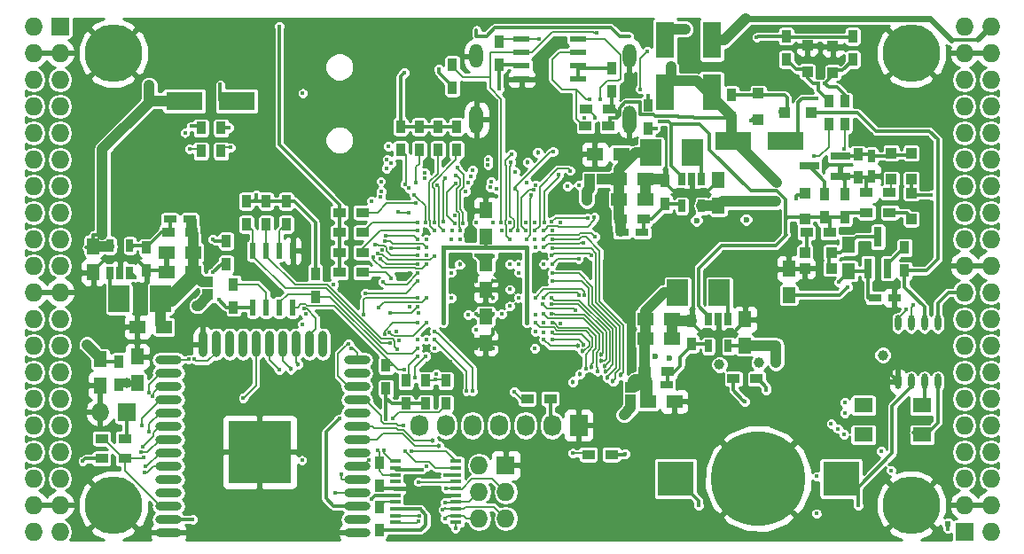
<source format=gbl>
G04 #@! TF.FileFunction,Copper,L4,Bot,Signal*
%FSLAX46Y46*%
G04 Gerber Fmt 4.6, Leading zero omitted, Abs format (unit mm)*
G04 Created by KiCad (PCBNEW 4.0.7+dfsg1-1) date Fri Oct 13 00:45:46 2017*
%MOMM*%
%LPD*%
G01*
G04 APERTURE LIST*
%ADD10C,0.100000*%
%ADD11R,1.000000X1.000000*%
%ADD12O,2.500000X0.900000*%
%ADD13O,0.900000X2.500000*%
%ADD14R,6.000000X6.000000*%
%ADD15R,1.800000X3.500000*%
%ADD16R,0.900000X1.200000*%
%ADD17R,2.000000X2.500000*%
%ADD18R,0.700000X1.200000*%
%ADD19R,1.250000X1.500000*%
%ADD20R,1.500000X1.250000*%
%ADD21O,0.609600X1.473200*%
%ADD22R,0.800000X1.900000*%
%ADD23R,1.900000X0.800000*%
%ADD24R,1.200000X0.750000*%
%ADD25R,0.750000X1.200000*%
%ADD26R,1.200000X0.900000*%
%ADD27R,0.600000X1.550000*%
%ADD28R,1.550000X0.600000*%
%ADD29R,1.727200X1.727200*%
%ADD30O,1.727200X1.727200*%
%ADD31C,5.500000*%
%ADD32R,1.000000X0.400000*%
%ADD33R,0.500000X0.500000*%
%ADD34R,1.727200X2.032000*%
%ADD35O,1.727200X2.032000*%
%ADD36O,1.300000X2.700000*%
%ADD37O,1.300000X2.300000*%
%ADD38R,1.800000X1.400000*%
%ADD39R,3.500000X1.800000*%
%ADD40R,3.500000X3.300000*%
%ADD41C,9.000000*%
%ADD42C,0.400000*%
%ADD43C,0.454000*%
%ADD44C,1.000000*%
%ADD45C,0.600000*%
%ADD46C,0.300000*%
%ADD47C,1.000000*%
%ADD48C,0.190000*%
%ADD49C,0.600000*%
%ADD50C,0.500000*%
%ADD51C,0.400000*%
%ADD52C,0.200000*%
%ADD53C,1.500000*%
%ADD54C,1.200000*%
%ADD55C,0.254000*%
G04 APERTURE END LIST*
D10*
D11*
X152393000Y-97142000D03*
X152393000Y-98342000D03*
D12*
X126260434Y-111030338D03*
X126260434Y-109760338D03*
X126260434Y-108490338D03*
X126260434Y-107220338D03*
X126260434Y-105950338D03*
X126260434Y-104680338D03*
X126260434Y-103410338D03*
X126260434Y-102140338D03*
X126260434Y-100870338D03*
X126260434Y-99600338D03*
X126260434Y-98330338D03*
X126260434Y-97060338D03*
X126260434Y-95790338D03*
X126260434Y-94520338D03*
D13*
X122975434Y-93030338D03*
X121705434Y-93030338D03*
X120435434Y-93030338D03*
X119165434Y-93030338D03*
X117895434Y-93030338D03*
X116625434Y-93030338D03*
X115355434Y-93030338D03*
X114085434Y-93030338D03*
X112815434Y-93030338D03*
X111545434Y-93030338D03*
D12*
X108260434Y-94520338D03*
X108260434Y-95790338D03*
X108260434Y-97060338D03*
X108260434Y-98330338D03*
X108260434Y-99600338D03*
X108260434Y-100870338D03*
X108260434Y-102140338D03*
X108260434Y-103410338D03*
X108260434Y-104680338D03*
X108260434Y-105950338D03*
X108260434Y-107220338D03*
X108260434Y-108490338D03*
X108260434Y-109760338D03*
X108260434Y-111030338D03*
D14*
X116960434Y-103330338D03*
D15*
X155695000Y-69000000D03*
X155695000Y-64000000D03*
D16*
X154044000Y-72426000D03*
X154044000Y-70226000D03*
D17*
X160870000Y-88090000D03*
X156870000Y-88090000D03*
D18*
X159825000Y-90600000D03*
X160775000Y-90600000D03*
X161725000Y-90600000D03*
X161725000Y-93200000D03*
X159825000Y-93200000D03*
D17*
X158330000Y-74755000D03*
X154330000Y-74755000D03*
D18*
X157285000Y-77235000D03*
X158235000Y-77235000D03*
X159185000Y-77235000D03*
X159185000Y-79835000D03*
X157285000Y-79835000D03*
D17*
X103530000Y-88725000D03*
X107530000Y-88725000D03*
D18*
X104575000Y-86215000D03*
X103625000Y-86215000D03*
X102675000Y-86215000D03*
X102675000Y-83615000D03*
X104575000Y-83615000D03*
D19*
X101085000Y-83665000D03*
X101085000Y-86165000D03*
D20*
X153810000Y-90630000D03*
X156310000Y-90630000D03*
X153810000Y-92535000D03*
X156310000Y-92535000D03*
D19*
X163315000Y-93150000D03*
X163315000Y-90650000D03*
D20*
X151270000Y-79200000D03*
X153770000Y-79200000D03*
X151270000Y-77295000D03*
X153770000Y-77295000D03*
D19*
X160775000Y-79815000D03*
X160775000Y-77315000D03*
D20*
X110590000Y-84280000D03*
X108090000Y-84280000D03*
X110590000Y-86185000D03*
X108090000Y-86185000D03*
D21*
X181730000Y-96599000D03*
X180460000Y-96599000D03*
X179190000Y-96599000D03*
X177920000Y-96599000D03*
X177920000Y-91011000D03*
X179190000Y-91011000D03*
X180460000Y-91011000D03*
X181730000Y-91011000D03*
D19*
X173221000Y-86038000D03*
X173221000Y-83538000D03*
D22*
X176965000Y-85780000D03*
X175065000Y-85780000D03*
X176015000Y-82780000D03*
D23*
X172435000Y-75075000D03*
X172435000Y-76975000D03*
X169435000Y-76025000D03*
D24*
X153910000Y-96910000D03*
X155810000Y-96910000D03*
X151570000Y-82375000D03*
X153470000Y-82375000D03*
X110290000Y-81105000D03*
X108390000Y-81105000D03*
D25*
X175380000Y-75075000D03*
X175380000Y-76975000D03*
D26*
X169200000Y-82375000D03*
X171400000Y-82375000D03*
D16*
X172840000Y-80935000D03*
X172840000Y-78735000D03*
D26*
X177115000Y-80470000D03*
X174915000Y-80470000D03*
D16*
X174110000Y-74925000D03*
X174110000Y-77125000D03*
X178555000Y-83815000D03*
X178555000Y-86015000D03*
X113785000Y-83180000D03*
X113785000Y-85380000D03*
X170935000Y-80935000D03*
X170935000Y-78735000D03*
X128390000Y-108580000D03*
X128390000Y-110780000D03*
D26*
X150572000Y-103584000D03*
X148372000Y-103584000D03*
X177115000Y-78565000D03*
X174915000Y-78565000D03*
X153760000Y-95640000D03*
X155960000Y-95640000D03*
X110440000Y-82375000D03*
X108240000Y-82375000D03*
X151420000Y-81105000D03*
X153620000Y-81105000D03*
D16*
X158235000Y-90800000D03*
X158235000Y-93000000D03*
X106165000Y-86015000D03*
X106165000Y-83815000D03*
X155695000Y-77465000D03*
X155695000Y-79665000D03*
D26*
X126782000Y-86185000D03*
X124582000Y-86185000D03*
X126782000Y-84279000D03*
X124582000Y-84279000D03*
X126782000Y-82375000D03*
X124582000Y-82375000D03*
X126782000Y-80470000D03*
X124582000Y-80470000D03*
D16*
X130422000Y-74458000D03*
X130422000Y-72258000D03*
X132200000Y-74458000D03*
X132200000Y-72258000D03*
X133978000Y-74458000D03*
X133978000Y-72258000D03*
X135756000Y-74458000D03*
X135756000Y-72258000D03*
D27*
X116325000Y-84120000D03*
X117595000Y-84120000D03*
X118865000Y-84120000D03*
X120135000Y-84120000D03*
X120135000Y-89520000D03*
X118865000Y-89520000D03*
X117595000Y-89520000D03*
X116325000Y-89520000D03*
D24*
X175700000Y-88598000D03*
X177600000Y-88598000D03*
D28*
X141980000Y-67705000D03*
X141980000Y-66435000D03*
X141980000Y-65165000D03*
X141980000Y-63895000D03*
X147380000Y-63895000D03*
X147380000Y-65165000D03*
X147380000Y-66435000D03*
X147380000Y-67705000D03*
D29*
X97910000Y-62690000D03*
D30*
X95370000Y-62690000D03*
X97910000Y-65230000D03*
X95370000Y-65230000D03*
X97910000Y-67770000D03*
X95370000Y-67770000D03*
X97910000Y-70310000D03*
X95370000Y-70310000D03*
X97910000Y-72850000D03*
X95370000Y-72850000D03*
X97910000Y-75390000D03*
X95370000Y-75390000D03*
X97910000Y-77930000D03*
X95370000Y-77930000D03*
X97910000Y-80470000D03*
X95370000Y-80470000D03*
X97910000Y-83010000D03*
X95370000Y-83010000D03*
X97910000Y-85550000D03*
X95370000Y-85550000D03*
X97910000Y-88090000D03*
X95370000Y-88090000D03*
X97910000Y-90630000D03*
X95370000Y-90630000D03*
X97910000Y-93170000D03*
X95370000Y-93170000D03*
X97910000Y-95710000D03*
X95370000Y-95710000D03*
X97910000Y-98250000D03*
X95370000Y-98250000D03*
X97910000Y-100790000D03*
X95370000Y-100790000D03*
X97910000Y-103330000D03*
X95370000Y-103330000D03*
X97910000Y-105870000D03*
X95370000Y-105870000D03*
X97910000Y-108410000D03*
X95370000Y-108410000D03*
X97910000Y-110950000D03*
X95370000Y-110950000D03*
D29*
X184270000Y-110950000D03*
D30*
X186810000Y-110950000D03*
X184270000Y-108410000D03*
X186810000Y-108410000D03*
X184270000Y-105870000D03*
X186810000Y-105870000D03*
X184270000Y-103330000D03*
X186810000Y-103330000D03*
X184270000Y-100790000D03*
X186810000Y-100790000D03*
X184270000Y-98250000D03*
X186810000Y-98250000D03*
X184270000Y-95710000D03*
X186810000Y-95710000D03*
X184270000Y-93170000D03*
X186810000Y-93170000D03*
X184270000Y-90630000D03*
X186810000Y-90630000D03*
X184270000Y-88090000D03*
X186810000Y-88090000D03*
X184270000Y-85550000D03*
X186810000Y-85550000D03*
X184270000Y-83010000D03*
X186810000Y-83010000D03*
X184270000Y-80470000D03*
X186810000Y-80470000D03*
X184270000Y-77930000D03*
X186810000Y-77930000D03*
X184270000Y-75390000D03*
X186810000Y-75390000D03*
X184270000Y-72850000D03*
X186810000Y-72850000D03*
X184270000Y-70310000D03*
X186810000Y-70310000D03*
X184270000Y-67770000D03*
X186810000Y-67770000D03*
X184270000Y-65230000D03*
X186810000Y-65230000D03*
X184270000Y-62690000D03*
X186810000Y-62690000D03*
D31*
X102990000Y-108410000D03*
X179190000Y-108410000D03*
X179190000Y-65230000D03*
X102990000Y-65230000D03*
D16*
X162045000Y-71410000D03*
X162045000Y-69210000D03*
X139820000Y-66330000D03*
X139820000Y-64130000D03*
X135375000Y-68532000D03*
X135375000Y-66332000D03*
X150615000Y-68870000D03*
X150615000Y-66670000D03*
D26*
X150275000Y-72215000D03*
X148075000Y-72215000D03*
X150380000Y-70600000D03*
X148180000Y-70600000D03*
D32*
X135735000Y-104215000D03*
X135735000Y-104865000D03*
X135735000Y-105515000D03*
X135735000Y-106165000D03*
X135735000Y-106815000D03*
X135735000Y-107465000D03*
X135735000Y-108115000D03*
X135735000Y-108765000D03*
X135735000Y-109415000D03*
X135735000Y-110065000D03*
X129935000Y-110065000D03*
X129935000Y-109415000D03*
X129935000Y-108765000D03*
X129935000Y-108115000D03*
X129935000Y-107465000D03*
X129935000Y-106815000D03*
X129935000Y-106165000D03*
X129935000Y-105515000D03*
X129935000Y-104865000D03*
X129935000Y-104215000D03*
D16*
X119500000Y-79370000D03*
X119500000Y-81570000D03*
X114480000Y-89500000D03*
X114480000Y-87300000D03*
X129025000Y-97275000D03*
X129025000Y-95075000D03*
X117595000Y-79370000D03*
X117595000Y-81570000D03*
X122280000Y-86300000D03*
X122280000Y-88500000D03*
X115690000Y-79370000D03*
X115690000Y-81570000D03*
D26*
X144730000Y-98250000D03*
X142530000Y-98250000D03*
D16*
X132835000Y-98715000D03*
X132835000Y-96515000D03*
X130930000Y-98715000D03*
X130930000Y-96515000D03*
D26*
X101890000Y-103965000D03*
X104090000Y-103965000D03*
D29*
X104260000Y-99520000D03*
D30*
X101720000Y-99520000D03*
D26*
X101890000Y-102060000D03*
X104090000Y-102060000D03*
D16*
X103498000Y-96894000D03*
X103498000Y-94694000D03*
D19*
X167506000Y-88324000D03*
X167506000Y-85824000D03*
D26*
X164415000Y-96345000D03*
X162215000Y-96345000D03*
D16*
X167252000Y-65822000D03*
X167252000Y-63622000D03*
D29*
X140455000Y-104600000D03*
D30*
X137915000Y-104600000D03*
X140455000Y-107140000D03*
X137915000Y-107140000D03*
X140455000Y-109680000D03*
X137915000Y-109680000D03*
D19*
X138550000Y-90396000D03*
X138550000Y-92896000D03*
X138550000Y-82736000D03*
X138550000Y-80236000D03*
X138550000Y-85316000D03*
X138550000Y-87816000D03*
X101720000Y-94460000D03*
X101720000Y-96960000D03*
D16*
X113277000Y-74585000D03*
X113277000Y-72385000D03*
X111372000Y-74585000D03*
X111372000Y-72385000D03*
X172840000Y-72045000D03*
X172840000Y-69845000D03*
X171316000Y-72045000D03*
X171316000Y-69845000D03*
D33*
X182680000Y-110200000D03*
D34*
X147440000Y-100790000D03*
D35*
X144900000Y-100790000D03*
X142360000Y-100790000D03*
X139820000Y-100790000D03*
X137280000Y-100790000D03*
X134740000Y-100790000D03*
X132200000Y-100790000D03*
D36*
X152280000Y-71550000D03*
X137680000Y-71550000D03*
D37*
X137680000Y-65500000D03*
X152280000Y-65500000D03*
D38*
X180212000Y-98882000D03*
X174612000Y-98882000D03*
X174612000Y-101682000D03*
X180212000Y-101682000D03*
D19*
X105276000Y-96706000D03*
X105276000Y-94206000D03*
D39*
X109761000Y-69802000D03*
X114761000Y-69802000D03*
X167212000Y-73612000D03*
X162212000Y-73612000D03*
D15*
X160140000Y-64000000D03*
X160140000Y-69000000D03*
D20*
X154064000Y-98504000D03*
X156564000Y-98504000D03*
X107796000Y-91392000D03*
X105296000Y-91392000D03*
X151484000Y-74882000D03*
X148984000Y-74882000D03*
D16*
X173602000Y-65822000D03*
X173602000Y-63622000D03*
X134740000Y-96515000D03*
X134740000Y-98715000D03*
D40*
X172485000Y-105870000D03*
X156685000Y-105870000D03*
D41*
X164585000Y-105870000D03*
D11*
X169284000Y-66988000D03*
X169284000Y-64488000D03*
X171697000Y-67081000D03*
X171697000Y-64581000D03*
X169050000Y-84280000D03*
X171550000Y-84280000D03*
X179190000Y-81085000D03*
X179190000Y-78585000D03*
X169030000Y-81085000D03*
X169030000Y-78585000D03*
X171550000Y-85804000D03*
X169050000Y-85804000D03*
X179190000Y-77275000D03*
X179190000Y-74775000D03*
X177285000Y-74775000D03*
X177285000Y-77275000D03*
X167145000Y-70945000D03*
X169645000Y-70945000D03*
X164585000Y-69060000D03*
X164585000Y-71560000D03*
X112007000Y-87109000D03*
X112007000Y-88309000D03*
X149691000Y-77295000D03*
X148491000Y-77295000D03*
D16*
X128390000Y-106546000D03*
X128390000Y-104346000D03*
D42*
X131280000Y-89450837D03*
X120770000Y-72215000D03*
X135172669Y-94689483D03*
X136095958Y-93369652D03*
X135456992Y-95118806D03*
X134113023Y-94099076D03*
D43*
X139264636Y-91615205D03*
D42*
X139575609Y-69792857D03*
D44*
X116880503Y-64802940D03*
X106974809Y-64953974D03*
X175210328Y-64948943D03*
X165417246Y-64954666D03*
D42*
X175495631Y-71457432D03*
X146468970Y-70993942D03*
X144978424Y-71024054D03*
X143480350Y-71016526D03*
X142000564Y-71008511D03*
X147987361Y-71377791D03*
X144102010Y-84600000D03*
X132880424Y-84561218D03*
X135567436Y-80702302D03*
X132810347Y-82177990D03*
X145713035Y-91022010D03*
X145680000Y-94177990D03*
X177285000Y-95710000D03*
D44*
X177229911Y-82281349D03*
D42*
X170046000Y-85804000D03*
D45*
X164741832Y-81130572D03*
X161067993Y-81216119D03*
D44*
X158233687Y-94852616D03*
X162992748Y-94820185D03*
D45*
X156280000Y-81210838D03*
D42*
X131254529Y-86251357D03*
X140880000Y-81400000D03*
X136085174Y-89394826D03*
X145680000Y-81400000D03*
X150080000Y-81600000D03*
X140874194Y-91433353D03*
X145680000Y-85422010D03*
X142480000Y-94200000D03*
X140880000Y-93400000D03*
X139280000Y-93400000D03*
X137680000Y-93400000D03*
X136880000Y-92600000D03*
X135280000Y-92600000D03*
X132880000Y-91800000D03*
X132880000Y-93400000D03*
D43*
X141042859Y-86994997D03*
X139280000Y-87000000D03*
X136110990Y-86995403D03*
X137680000Y-87000000D03*
X136080000Y-84600000D03*
X139280000Y-88600000D03*
D42*
X121003132Y-104131127D03*
X127656639Y-107816792D03*
D44*
X156235582Y-66548363D03*
X166321614Y-77572282D03*
X166248957Y-79408030D03*
X101932065Y-82585048D03*
X106417803Y-68312483D03*
X166280000Y-94800000D03*
D42*
X150457224Y-71377791D03*
X172289562Y-87124051D03*
D44*
X157600000Y-62944000D03*
D42*
X148160764Y-77980787D03*
X154794000Y-72426000D03*
D44*
X148202000Y-79327000D03*
D42*
X129005202Y-100174798D03*
X137659051Y-91638034D03*
X139820000Y-68665673D03*
X172834633Y-99599920D03*
X172879922Y-98618650D03*
X176305593Y-103279812D03*
X165349214Y-97422919D03*
D44*
X160875897Y-94988750D03*
D42*
X164433885Y-63737451D03*
X134079160Y-66786153D03*
X109828000Y-72830000D03*
X116654336Y-78777990D03*
D44*
X176474303Y-94069095D03*
D42*
X173094000Y-87582000D03*
D44*
X100479904Y-93063904D03*
D45*
X163422030Y-81120665D03*
X154726292Y-94171363D03*
X156077107Y-94380779D03*
X158680000Y-81210838D03*
D42*
X112515000Y-83010000D03*
X181065000Y-78785000D03*
X110529662Y-109760338D03*
X100080000Y-104200000D03*
X113080000Y-88800000D03*
D44*
X164653770Y-94825547D03*
D42*
X135273306Y-88618602D03*
X139272517Y-84611349D03*
X137680556Y-84534085D03*
X141680000Y-86200000D03*
X135280000Y-86200000D03*
X132880000Y-92600000D03*
X132080000Y-92600000D03*
X141680000Y-88600000D03*
X141680000Y-85400000D03*
D44*
X151758000Y-99774000D03*
D42*
X136885174Y-90194826D03*
X140094890Y-90122990D03*
X139280000Y-90122990D03*
X140880000Y-89400000D03*
X137680000Y-90172990D03*
X140880000Y-87800000D03*
X140880000Y-85400000D03*
D43*
X136080000Y-85400000D03*
D42*
X130022680Y-91834237D03*
X121369010Y-90164222D03*
X130279644Y-92674772D03*
X121041200Y-91125073D03*
D44*
X110991000Y-89360000D03*
D42*
X142480000Y-91000000D03*
X142480000Y-83800000D03*
X134480000Y-83800000D03*
X134480000Y-91000000D03*
X121086654Y-69078528D03*
X105037711Y-86632990D03*
X155149360Y-71764535D03*
X170182962Y-69571012D03*
X174110000Y-108410000D03*
X158870000Y-108410000D03*
X137295592Y-97538017D03*
X134750646Y-106810513D03*
X133680000Y-91800000D03*
D43*
X134074414Y-102752225D03*
D42*
X136740903Y-97514503D03*
X134675868Y-108131585D03*
D43*
X133449289Y-102232615D03*
D42*
X133680000Y-92600000D03*
X127358154Y-104128048D03*
X132936956Y-104698915D03*
X134463998Y-108841973D03*
X133685668Y-93402482D03*
X130692380Y-100790000D03*
X131808905Y-96227367D03*
X134636872Y-109719950D03*
X132846234Y-94197073D03*
X118858690Y-62658970D03*
X130761990Y-67119621D03*
X148477832Y-69619684D03*
X149475951Y-69619684D03*
X148991194Y-71377791D03*
X153984196Y-65077116D03*
X153322343Y-68673419D03*
X143650666Y-63862520D03*
X178665908Y-89713903D03*
X149183754Y-63257114D03*
X179375977Y-89317806D03*
X140035989Y-81400000D03*
X115404683Y-98167821D03*
X128776655Y-87110882D03*
X132077895Y-86272150D03*
X118843798Y-95498222D03*
D43*
X119978162Y-95412951D03*
X120634035Y-94977604D03*
D42*
X113212238Y-68244401D03*
X146387166Y-77939336D03*
X147480000Y-77822010D03*
X131453853Y-103260518D03*
X144891634Y-91008466D03*
D43*
X148653935Y-95249010D03*
X149565978Y-94054788D03*
D42*
X144867244Y-90164455D03*
D43*
X150720500Y-96575802D03*
D42*
X144890381Y-83866022D03*
D43*
X151448039Y-95951686D03*
D42*
X144894101Y-83022010D03*
D43*
X150149219Y-96229829D03*
D42*
X144901285Y-86268736D03*
D43*
X150033441Y-95660469D03*
D42*
X144888562Y-86993817D03*
D43*
X149952517Y-95085120D03*
D42*
X144877648Y-88622010D03*
D43*
X149584522Y-94635504D03*
D42*
X144810610Y-89177990D03*
X144895773Y-91874444D03*
D43*
X147777713Y-93691005D03*
X147356233Y-93219138D03*
D42*
X144102010Y-92600000D03*
D43*
X147915304Y-93060979D03*
D42*
X144882352Y-92577990D03*
X130807074Y-95454141D03*
X130141304Y-93531435D03*
X132080000Y-93400000D03*
X129438098Y-92922893D03*
X133852393Y-95875797D03*
X141280000Y-97600000D03*
X133762848Y-96395146D03*
X132080000Y-94200000D03*
X128669601Y-84020243D03*
X105906712Y-103816552D03*
X132080000Y-89450837D03*
X130839486Y-103260518D03*
X129459184Y-90039192D03*
X128806823Y-103185900D03*
X132162861Y-106185868D03*
X128321313Y-89539949D03*
X132880000Y-88600000D03*
X127040053Y-88166906D03*
X124741825Y-105494691D03*
X132080000Y-87000000D03*
X125740979Y-93452427D03*
X124202418Y-107207639D03*
D43*
X142530990Y-75662841D03*
X143525587Y-74749772D03*
D42*
X110313517Y-74380698D03*
X132146108Y-109940263D03*
X114166000Y-74247000D03*
X132189000Y-109415000D03*
X135694981Y-77648547D03*
X135567436Y-81489225D03*
X134702010Y-77200000D03*
X134471354Y-81347908D03*
X132761172Y-77202673D03*
X132737245Y-76676207D03*
X128545566Y-77476577D03*
X127643658Y-79355564D03*
X110718734Y-94451783D03*
X128515897Y-78994176D03*
X110193102Y-94489889D03*
X128569727Y-78469921D03*
X106368514Y-97662752D03*
X131230910Y-78113843D03*
X106741168Y-98035405D03*
X131709326Y-78745875D03*
X132783332Y-81399993D03*
X129016746Y-82660638D03*
X105679715Y-100783924D03*
X132084821Y-83022010D03*
X128948848Y-83183258D03*
X106401171Y-101377901D03*
X132886504Y-83777990D03*
X129513931Y-83860979D03*
X105803161Y-102850427D03*
X132117443Y-83866021D03*
X127966259Y-83515785D03*
X105651866Y-103355255D03*
X132079996Y-84503337D03*
X128261987Y-84383463D03*
X106023598Y-104697574D03*
X133671942Y-84595200D03*
X127824162Y-84676807D03*
X105973679Y-105248709D03*
X132875802Y-85428138D03*
D43*
X146862501Y-96617499D03*
X147534467Y-95913260D03*
D42*
X148102806Y-95339021D03*
X143280000Y-91000000D03*
X149207706Y-95605291D03*
X144082424Y-90132858D03*
X143989948Y-89177990D03*
X147125926Y-89802879D03*
X143281824Y-90201951D03*
X144102010Y-85397219D03*
X147422472Y-84858593D03*
X144886544Y-85385186D03*
X144102010Y-83000000D03*
X148975652Y-82755341D03*
X144885092Y-82177990D03*
X147470668Y-88324835D03*
X144082832Y-88584510D03*
X147997681Y-88324844D03*
X143278026Y-88595030D03*
X144102010Y-82185600D03*
X148935852Y-80899014D03*
X148337768Y-80975785D03*
X144866392Y-81333979D03*
X139280000Y-81400000D03*
X139585116Y-78205862D03*
X138968064Y-78040948D03*
X139049357Y-77520244D03*
X138775679Y-75942989D03*
X138779198Y-75400762D03*
X137680000Y-81400000D03*
X137308732Y-76415018D03*
X137106948Y-76979922D03*
X136856003Y-77562978D03*
X136634118Y-78451672D03*
X135830698Y-76200613D03*
X136411444Y-81497309D03*
X148668800Y-84550385D03*
X144877691Y-84532933D03*
X144102010Y-83800000D03*
X147894174Y-83335809D03*
X142852716Y-78759927D03*
X142473549Y-82998913D03*
X143105106Y-78295223D03*
X142396423Y-82191394D03*
X145494012Y-76834828D03*
X144146021Y-81374784D03*
X143331797Y-77819457D03*
X146627648Y-76461302D03*
X143257990Y-82207154D03*
X143257990Y-81379632D03*
X141380161Y-78226966D03*
X145017056Y-74655847D03*
X141657990Y-82130345D03*
X142413979Y-81382236D03*
X140080000Y-82200000D03*
X141342967Y-76554996D03*
X141046643Y-74873804D03*
X140864029Y-83041403D03*
X140980062Y-75681941D03*
X140924011Y-82179283D03*
X129542604Y-86703515D03*
X132880000Y-83022010D03*
X132080000Y-82177990D03*
X132080000Y-81400000D03*
X131847310Y-79589886D03*
X130856828Y-77742623D03*
X131923295Y-77584853D03*
X133654358Y-82177990D03*
X133627343Y-81396408D03*
X129382484Y-91925805D03*
X132880000Y-91000000D03*
X128880489Y-92086249D03*
X132077648Y-90977990D03*
X130196821Y-80377733D03*
X131180000Y-80500000D03*
X128489708Y-84867377D03*
X132079620Y-85428138D03*
X163908850Y-71651861D03*
X134501414Y-82177578D03*
X133922194Y-77854836D03*
X135656559Y-110610712D03*
X132448438Y-104994496D03*
X146844288Y-103452739D03*
X134707351Y-105508447D03*
X132280000Y-108800000D03*
D44*
X104309083Y-96731596D03*
D42*
X112515000Y-86185000D03*
X163277422Y-98501717D03*
X170126036Y-109212466D03*
X170157734Y-105666345D03*
X169895346Y-75092988D03*
X143257990Y-83000000D03*
X168166438Y-79108038D03*
X151896383Y-103510715D03*
X114039000Y-72342000D03*
X110483000Y-72215000D03*
X177274002Y-105079115D03*
X143258015Y-93423150D03*
X172761273Y-101651681D03*
X143280000Y-91800000D03*
X172193360Y-101105663D03*
X144064831Y-91877646D03*
X171540304Y-100645743D03*
X144080000Y-91000000D03*
X154044000Y-69294000D03*
X129061632Y-76229575D03*
X135280000Y-83022010D03*
X129493343Y-75737814D03*
X136080000Y-83000000D03*
X129122249Y-75363607D03*
X135345425Y-82176814D03*
X135725421Y-76909376D03*
X129252218Y-74142461D03*
X136080000Y-82200000D03*
X172746637Y-74347988D03*
X143280000Y-83800000D03*
X142480000Y-77600000D03*
X170300000Y-68151000D03*
X170950000Y-68125562D03*
X125423968Y-92992129D03*
X121206217Y-89662983D03*
X132156079Y-90030946D03*
X124027706Y-87347706D03*
X124027707Y-87347707D03*
X182654362Y-110665838D03*
X166678914Y-70803555D03*
X129660000Y-100155000D03*
X124580000Y-100155000D03*
X126880000Y-90200000D03*
X128280000Y-103200000D03*
X132080000Y-88600000D03*
D46*
X138630000Y-63600000D02*
X139449896Y-62780104D01*
X137680000Y-63000000D02*
X137680000Y-63600000D01*
X150510104Y-62780104D02*
X151330000Y-63600000D01*
X137680000Y-63600000D02*
X138630000Y-63600000D01*
X139449896Y-62780104D02*
X150510104Y-62780104D01*
X151330000Y-63600000D02*
X152280000Y-63600000D01*
X129935000Y-106815000D02*
X128659000Y-106815000D01*
X128659000Y-106815000D02*
X128390000Y-106546000D01*
X128390000Y-106546000D02*
X128558000Y-106546000D01*
X136126306Y-93400000D02*
X136095958Y-93369652D01*
X136880000Y-92600000D02*
X136110348Y-93369652D01*
X136049652Y-93369652D02*
X136095958Y-93369652D01*
X137680000Y-93400000D02*
X136126306Y-93400000D01*
X135280000Y-92600000D02*
X136049652Y-93369652D01*
X136110348Y-93369652D02*
X136095958Y-93369652D01*
X139264636Y-92054364D02*
X139264636Y-91936231D01*
X139264636Y-91936231D02*
X139264636Y-91615205D01*
X138550000Y-92769000D02*
X139264636Y-92054364D01*
X136880000Y-92600000D02*
X137680000Y-93400000D01*
X136880000Y-92600000D02*
X138381000Y-92600000D01*
X138381000Y-92600000D02*
X138550000Y-92769000D01*
X135280000Y-92600000D02*
X136880000Y-92600000D01*
X138550000Y-92769000D02*
X138649000Y-92769000D01*
X138649000Y-92769000D02*
X139280000Y-93400000D01*
X138550000Y-92769000D02*
X138311000Y-92769000D01*
X138311000Y-92769000D02*
X137680000Y-93400000D01*
X137822857Y-69792857D02*
X139292767Y-69792857D01*
X137680000Y-69650000D02*
X137822857Y-69792857D01*
X139292767Y-69792857D02*
X139575609Y-69792857D01*
X132202804Y-107453326D02*
X131572496Y-106823018D01*
X135747661Y-107453326D02*
X132202804Y-107453326D01*
X131572496Y-106823018D02*
X129919874Y-106823018D01*
X175042385Y-64781000D02*
X175210328Y-64948943D01*
X171697000Y-64781000D02*
X175042385Y-64781000D01*
X165683912Y-64688000D02*
X165417246Y-64954666D01*
X169284000Y-64688000D02*
X165683912Y-64688000D01*
X169284000Y-64688000D02*
X171604000Y-64688000D01*
X171604000Y-64688000D02*
X171697000Y-64781000D01*
X177285000Y-95710000D02*
X177285000Y-95964000D01*
X177285000Y-95964000D02*
X177920000Y-96599000D01*
X167506000Y-85824000D02*
X169230000Y-85824000D01*
X169230000Y-85824000D02*
X169250000Y-85804000D01*
X169250000Y-85804000D02*
X170046000Y-85804000D01*
X102210000Y-84915000D02*
X103625000Y-84915000D01*
X103625000Y-84915000D02*
X105215000Y-84915000D01*
X103625000Y-86215000D02*
X103625000Y-84915000D01*
X105215000Y-84915000D02*
X106165000Y-85865000D01*
X106165000Y-85865000D02*
X106165000Y-86015000D01*
X101085000Y-86165000D02*
X101085000Y-86040000D01*
X101085000Y-86040000D02*
X102210000Y-84915000D01*
X106165000Y-86015000D02*
X107920000Y-86015000D01*
X107920000Y-86015000D02*
X108090000Y-86185000D01*
D47*
X153770000Y-77295000D02*
X155525000Y-77295000D01*
D46*
X155525000Y-77295000D02*
X155695000Y-77465000D01*
D47*
X153770000Y-79200000D02*
X153770000Y-77295000D01*
D46*
X174110000Y-77125000D02*
X174745000Y-77125000D01*
X174745000Y-77125000D02*
X175230000Y-77125000D01*
X174915000Y-78565000D02*
X174915000Y-77295000D01*
X174915000Y-77295000D02*
X174745000Y-77125000D01*
X172840000Y-78735000D02*
X172840000Y-77380000D01*
X172840000Y-77380000D02*
X172435000Y-76975000D01*
X175230000Y-77125000D02*
X175380000Y-76975000D01*
X172435000Y-76975000D02*
X173960000Y-76975000D01*
X173960000Y-76975000D02*
X174110000Y-77125000D01*
X137680000Y-86200000D02*
X137680000Y-86600000D01*
X136080000Y-84600000D02*
X137680000Y-86200000D01*
X159850000Y-78365000D02*
X158235000Y-78365000D01*
X158235000Y-78365000D02*
X156445000Y-78365000D01*
X158235000Y-77235000D02*
X158235000Y-78365000D01*
X160775000Y-77315000D02*
X160775000Y-77440000D01*
X160775000Y-77440000D02*
X159850000Y-78365000D01*
X156445000Y-78365000D02*
X155695000Y-77615000D01*
X155695000Y-77615000D02*
X155695000Y-77465000D01*
D47*
X156310000Y-90630000D02*
X156310000Y-92535000D01*
X158235000Y-90800000D02*
X156480000Y-90800000D01*
D46*
X156480000Y-90800000D02*
X156310000Y-90630000D01*
X163315000Y-90650000D02*
X163315000Y-90834602D01*
X163315000Y-90834602D02*
X162249602Y-91900000D01*
X162249602Y-91900000D02*
X160775000Y-91900000D01*
X101085000Y-86165000D02*
X101085000Y-85929893D01*
X106165000Y-85944374D02*
X106165000Y-86015000D01*
X159185000Y-91900000D02*
X160775000Y-91900000D01*
X160775000Y-90600000D02*
X160775000Y-91900000D01*
X158235000Y-90800000D02*
X158235000Y-90950000D01*
X158235000Y-90950000D02*
X159185000Y-91900000D01*
X108090000Y-84280000D02*
X108090000Y-86185000D01*
X107625000Y-84745000D02*
X108090000Y-84280000D01*
X108070000Y-84260000D02*
X108090000Y-84280000D01*
X141037856Y-87000000D02*
X141042859Y-86994997D01*
X139280000Y-87000000D02*
X141037856Y-87000000D01*
X136432016Y-86995403D02*
X136110990Y-86995403D01*
X137284597Y-86995403D02*
X136432016Y-86995403D01*
X137680000Y-86600000D02*
X137284597Y-86995403D01*
X137680000Y-86600000D02*
X137680000Y-87000000D01*
D48*
X138029000Y-66332000D02*
X138115000Y-66246000D01*
D46*
X128008431Y-107465000D02*
X127856638Y-107616793D01*
X127856638Y-107616793D02*
X127656639Y-107816792D01*
X129935000Y-107465000D02*
X128008431Y-107465000D01*
X160140000Y-69000000D02*
X160140000Y-69850000D01*
X160140000Y-69850000D02*
X161700000Y-71410000D01*
D47*
X156235582Y-67716832D02*
X156235582Y-66548363D01*
X158681338Y-67896338D02*
X156415088Y-67896338D01*
X156415088Y-67896338D02*
X156235582Y-67716832D01*
D46*
X156235582Y-66578582D02*
X156235582Y-66548363D01*
D47*
X162045000Y-73295668D02*
X165821615Y-77072283D01*
X165821615Y-77072283D02*
X166321614Y-77572282D01*
X160790000Y-79800000D02*
X161181970Y-79408030D01*
X161181970Y-79408030D02*
X165541851Y-79408030D01*
X165541851Y-79408030D02*
X166248957Y-79408030D01*
D46*
X101085000Y-82615000D02*
X101114952Y-82585048D01*
X101114952Y-82585048D02*
X101224959Y-82585048D01*
X101085000Y-83665000D02*
X101085000Y-82615000D01*
D47*
X101932065Y-81877942D02*
X101932065Y-82585048D01*
X101932065Y-74415935D02*
X101932065Y-81877942D01*
X106407114Y-69940886D02*
X101932065Y-74415935D01*
D46*
X101224959Y-82585048D02*
X101932065Y-82585048D01*
X151080000Y-71400000D02*
X151352990Y-71127010D01*
X151352990Y-71127010D02*
X151352990Y-70466020D01*
X151352990Y-70466020D02*
X151896020Y-69922990D01*
X151896020Y-69922990D02*
X152557010Y-69922990D01*
X152557010Y-69922990D02*
X152583077Y-69896923D01*
D47*
X106417803Y-69019589D02*
X106417803Y-68312483D01*
X106417803Y-69930197D02*
X106417803Y-69019589D01*
X106407114Y-69940886D02*
X106417803Y-69930197D01*
X166280000Y-93150000D02*
X166280000Y-94800000D01*
D46*
X110610000Y-69548000D02*
X110610000Y-69802000D01*
X150457224Y-71377791D02*
X150457224Y-72032776D01*
X150457224Y-72032776D02*
X150275000Y-72215000D01*
D47*
X109975000Y-69802000D02*
X106546000Y-69802000D01*
X106546000Y-69802000D02*
X106419000Y-69929000D01*
D46*
X151057791Y-71377791D02*
X150740066Y-71377791D01*
X150740066Y-71377791D02*
X150457224Y-71377791D01*
X151080000Y-71400000D02*
X151057791Y-71377791D01*
X172289562Y-87094438D02*
X172289562Y-87124051D01*
X173221000Y-86163000D02*
X172289562Y-87094438D01*
X173221000Y-86038000D02*
X173221000Y-86163000D01*
X175065000Y-88598000D02*
X175065000Y-85780000D01*
X175700000Y-88598000D02*
X175065000Y-88598000D01*
D47*
X106419000Y-69929000D02*
X106407114Y-69940886D01*
D46*
X106419000Y-69675000D02*
X106419000Y-69929000D01*
X100572432Y-83665000D02*
X100424079Y-83813353D01*
X101085000Y-83665000D02*
X100572432Y-83665000D01*
X160790000Y-79800000D02*
X160775000Y-79815000D01*
D47*
X163315000Y-93150000D02*
X166280000Y-93150000D01*
D46*
X160775000Y-79940000D02*
X160775000Y-79815000D01*
X164925000Y-93150000D02*
X164240000Y-93150000D01*
X164240000Y-93150000D02*
X163315000Y-93150000D01*
X101085000Y-83665000D02*
X101085000Y-83790000D01*
X151080000Y-71400000D02*
X151080000Y-70838120D01*
X151080000Y-70838120D02*
X150615000Y-70373120D01*
X150615000Y-70373120D02*
X150615000Y-69995990D01*
X150615000Y-69995990D02*
X150615000Y-68870000D01*
D47*
X159185000Y-79835000D02*
X160755000Y-79835000D01*
D46*
X160755000Y-79835000D02*
X160775000Y-79815000D01*
X161725000Y-93200000D02*
X163265000Y-93200000D01*
X163265000Y-93200000D02*
X163315000Y-93150000D01*
X173221000Y-86038000D02*
X174807000Y-86038000D01*
X174807000Y-86038000D02*
X175065000Y-85780000D01*
D47*
X101085000Y-83665000D02*
X102625000Y-83665000D01*
D46*
X102625000Y-83665000D02*
X102675000Y-83615000D01*
X152583077Y-69896923D02*
X153316999Y-69896923D01*
X153316999Y-69896923D02*
X153316999Y-71047601D01*
X161700000Y-71410000D02*
X162045000Y-71410000D01*
D47*
X162045000Y-71410000D02*
X162045000Y-71260000D01*
X162045000Y-71260000D02*
X158681338Y-67896338D01*
X162045000Y-71410000D02*
X162045000Y-73295668D01*
D46*
X158407951Y-71315988D02*
X158501963Y-71410000D01*
X153372399Y-71103001D02*
X154568521Y-71103001D01*
X158501963Y-71410000D02*
X162045000Y-71410000D01*
X156924522Y-71275510D02*
X156965000Y-71315988D01*
X156965000Y-71315988D02*
X158407951Y-71315988D01*
X153316999Y-71047601D02*
X153372399Y-71103001D01*
X154568521Y-71103001D02*
X154741030Y-71275510D01*
X154741030Y-71275510D02*
X156924522Y-71275510D01*
X162045000Y-71753000D02*
X162045000Y-71410000D01*
X155695000Y-64000000D02*
X155695000Y-63368337D01*
X155695000Y-63368337D02*
X156119337Y-62944000D01*
D47*
X156119337Y-62944000D02*
X157600000Y-62944000D01*
X160140000Y-64000000D02*
X161340000Y-64000000D01*
X161340000Y-64000000D02*
X163399217Y-61940783D01*
D49*
X163399217Y-61940783D02*
X180980783Y-61940783D01*
D50*
X185540000Y-63960000D02*
X186810000Y-62690000D01*
D49*
X180980783Y-61940783D02*
X183000000Y-63960000D01*
D46*
X183000000Y-63960000D02*
X185540000Y-63960000D01*
X148202000Y-78413082D02*
X148491000Y-78124082D01*
D47*
X148491000Y-78124082D02*
X148491000Y-77295000D01*
X148202000Y-79327000D02*
X148202000Y-78413082D01*
X148202000Y-78413082D02*
X148439744Y-78175338D01*
D46*
X148160764Y-77980787D02*
X148160764Y-77625236D01*
X148160764Y-77625236D02*
X148491000Y-77295000D01*
X148202000Y-78022023D02*
X148160764Y-77980787D01*
X154806000Y-72438000D02*
X154794000Y-72426000D01*
X154044000Y-72426000D02*
X154794000Y-72426000D01*
X129025000Y-97275000D02*
X129025000Y-100155000D01*
X129025000Y-100155000D02*
X129005202Y-100174798D01*
X129025000Y-97275000D02*
X129025000Y-98175000D01*
X129025000Y-98175000D02*
X129565000Y-98715000D01*
X129565000Y-98715000D02*
X130180000Y-98715000D01*
X130180000Y-98715000D02*
X130930000Y-98715000D01*
X132835000Y-98715000D02*
X130930000Y-98715000D01*
X103498000Y-94694000D02*
X101954000Y-94694000D01*
X101954000Y-94694000D02*
X101720000Y-94460000D01*
X173602000Y-63706000D02*
X167336000Y-63706000D01*
X167336000Y-63706000D02*
X167252000Y-63622000D01*
X167252000Y-63622000D02*
X164549336Y-63622000D01*
X164549336Y-63622000D02*
X164433885Y-63737451D01*
X138550000Y-85042000D02*
X138188471Y-85042000D01*
X138188471Y-85042000D02*
X137680556Y-84534085D01*
X138550000Y-85042000D02*
X138841866Y-85042000D01*
X138841866Y-85042000D02*
X139272517Y-84611349D01*
X137680556Y-84534085D02*
X139195253Y-84534085D01*
X139195253Y-84534085D02*
X139272517Y-84611349D01*
X139820000Y-66330000D02*
X139820000Y-68665673D01*
X165349214Y-97129214D02*
X165349214Y-97422919D01*
X164565000Y-96345000D02*
X165349214Y-97129214D01*
X164415000Y-96345000D02*
X164565000Y-96345000D01*
X134079160Y-67068995D02*
X134079160Y-66786153D01*
X134079160Y-67086160D02*
X134079160Y-67068995D01*
X135375000Y-68382000D02*
X134079160Y-67086160D01*
X135375000Y-68532000D02*
X135375000Y-68382000D01*
X116654336Y-79155664D02*
X116654336Y-79060832D01*
X115690000Y-79370000D02*
X116440000Y-79370000D01*
X116440000Y-79370000D02*
X116654336Y-79155664D01*
X116654336Y-79060832D02*
X116654336Y-78777990D01*
X181730000Y-89106000D02*
X182746000Y-88090000D01*
X182746000Y-88090000D02*
X184270000Y-88090000D01*
X181730000Y-91011000D02*
X181730000Y-89106000D01*
X172352000Y-88324000D02*
X173094000Y-87582000D01*
X167506000Y-88324000D02*
X172352000Y-88324000D01*
X100479904Y-93094904D02*
X100479904Y-93063904D01*
D47*
X101720000Y-94335000D02*
X100479904Y-93094904D01*
D46*
X101720000Y-94460000D02*
X101720000Y-94335000D01*
X144730000Y-98250000D02*
X144730000Y-99266000D01*
X144730000Y-99266000D02*
X144730000Y-99400000D01*
X144730000Y-99400000D02*
X144730000Y-100620000D01*
X113785000Y-83180000D02*
X112685000Y-83180000D01*
X112685000Y-83180000D02*
X112515000Y-83010000D01*
X122280000Y-86300000D02*
X122280000Y-81400000D01*
X122280000Y-81400000D02*
X120250000Y-79370000D01*
X120250000Y-79370000D02*
X119500000Y-79370000D01*
X179190000Y-78785000D02*
X181065000Y-78785000D01*
X108260434Y-109760338D02*
X110529662Y-109760338D01*
X179190000Y-77075000D02*
X179190000Y-78785000D01*
X100315000Y-103965000D02*
X100080000Y-104200000D01*
X101890000Y-103965000D02*
X100315000Y-103965000D01*
X117595000Y-79370000D02*
X119500000Y-79370000D01*
X115690000Y-79370000D02*
X117595000Y-79370000D01*
X114480000Y-89500000D02*
X113780000Y-89500000D01*
X113780000Y-89500000D02*
X113080000Y-88800000D01*
X114480000Y-89500000D02*
X116305000Y-89500000D01*
X116305000Y-89500000D02*
X116325000Y-89520000D01*
X144900000Y-98250000D02*
X144730000Y-98250000D01*
X144730000Y-100620000D02*
X144900000Y-100790000D01*
X139820000Y-66330000D02*
X141875000Y-66330000D01*
X141875000Y-66330000D02*
X141980000Y-66435000D01*
D47*
X152393000Y-98392000D02*
X152393000Y-99139000D01*
X152393000Y-99139000D02*
X151758000Y-99774000D01*
D46*
X138550000Y-90269000D02*
X137776010Y-90269000D01*
X137776010Y-90269000D02*
X137680000Y-90172990D01*
X138550000Y-90269000D02*
X139133990Y-90269000D01*
X139133990Y-90269000D02*
X139280000Y-90122990D01*
X156010000Y-95710000D02*
X156524914Y-95710000D01*
X156524914Y-95710000D02*
X157145126Y-95089788D01*
X157145126Y-95089788D02*
X157145126Y-94239874D01*
X157145126Y-94239874D02*
X158235000Y-93150000D01*
X158235000Y-93150000D02*
X158235000Y-93000000D01*
X155960000Y-95640000D02*
X155960000Y-96760000D01*
X155960000Y-96760000D02*
X155810000Y-96910000D01*
X158235000Y-93000000D02*
X159625000Y-93000000D01*
X159625000Y-93000000D02*
X159825000Y-93200000D01*
D47*
X112007000Y-88471000D02*
X111118000Y-89360000D01*
X111118000Y-89360000D02*
X110991000Y-89360000D01*
D46*
X112007000Y-88359000D02*
X112007000Y-88471000D01*
D51*
X137480000Y-83800000D02*
X138550000Y-83800000D01*
X138550000Y-83800000D02*
X142480000Y-83800000D01*
D46*
X138550000Y-83298000D02*
X138550000Y-83800000D01*
D51*
X134480000Y-83800000D02*
X137480000Y-83800000D01*
X142480000Y-83800000D02*
X142480000Y-91000000D01*
X134480000Y-91000000D02*
X134480000Y-83800000D01*
D46*
X156280000Y-72000000D02*
X159003987Y-72000000D01*
X159003987Y-72000000D02*
X159926293Y-72922306D01*
X159926293Y-72922306D02*
X159926293Y-74478638D01*
X159926293Y-74478638D02*
X163850815Y-78403160D01*
X167183550Y-79228973D02*
X167183550Y-81105000D01*
X163850815Y-78403160D02*
X166357737Y-78403160D01*
X166357737Y-78403160D02*
X167183550Y-79228973D01*
X104619721Y-86215000D02*
X104837712Y-86432991D01*
X104575000Y-86215000D02*
X104619721Y-86215000D01*
X104837712Y-86432991D02*
X105037711Y-86632990D01*
X156280000Y-72000000D02*
X156044535Y-71764535D01*
X156044535Y-71764535D02*
X155432202Y-71764535D01*
X155432202Y-71764535D02*
X155149360Y-71764535D01*
X167183550Y-81105000D02*
X167183550Y-82518550D01*
X169030000Y-80885000D02*
X167403550Y-80885000D01*
X167403550Y-80885000D02*
X167183550Y-81105000D01*
X166265000Y-83600000D02*
X167265000Y-82600000D01*
X167183550Y-82518550D02*
X167265000Y-82600000D01*
X156280000Y-75980000D02*
X156280000Y-72000000D01*
X157285000Y-77235000D02*
X157285000Y-76985000D01*
X157285000Y-76985000D02*
X156280000Y-75980000D01*
X159825000Y-90600000D02*
X159825000Y-90345000D01*
X159825000Y-90345000D02*
X158880000Y-89400000D01*
X158880000Y-89400000D02*
X158880000Y-85800000D01*
X158880000Y-85800000D02*
X161080000Y-83600000D01*
X161080000Y-83600000D02*
X166265000Y-83600000D01*
X168980000Y-80885000D02*
X169030000Y-80885000D01*
X169030000Y-80885000D02*
X170885000Y-80885000D01*
X170885000Y-80885000D02*
X170935000Y-80935000D01*
X170935000Y-80935000D02*
X171570000Y-80935000D01*
X171570000Y-80935000D02*
X172840000Y-80935000D01*
X171400000Y-82375000D02*
X171400000Y-81105000D01*
X171400000Y-81105000D02*
X171570000Y-80935000D01*
X174915000Y-80470000D02*
X173305000Y-80470000D01*
X173305000Y-80470000D02*
X172840000Y-80935000D01*
X153620000Y-81105000D02*
X154432087Y-81105000D01*
X154432087Y-81105000D02*
X155695000Y-79842087D01*
X155695000Y-79842087D02*
X155695000Y-79665000D01*
X153620000Y-81105000D02*
X153620000Y-82225000D01*
X153620000Y-82225000D02*
X153470000Y-82375000D01*
X155695000Y-79665000D02*
X157115000Y-79665000D01*
X157115000Y-79665000D02*
X157285000Y-79835000D01*
X155525000Y-79835000D02*
X155695000Y-79665000D01*
X108240000Y-82375000D02*
X107605000Y-82375000D01*
X107605000Y-82375000D02*
X106165000Y-83815000D01*
X104575000Y-83615000D02*
X105965000Y-83615000D01*
X105965000Y-83615000D02*
X106165000Y-83815000D01*
X104775000Y-83815000D02*
X104575000Y-83615000D01*
X108070000Y-82545000D02*
X108240000Y-82375000D01*
X108390000Y-81105000D02*
X108390000Y-82225000D01*
X108390000Y-82225000D02*
X108240000Y-82375000D01*
X168141000Y-73485000D02*
X168402683Y-73223317D01*
X168402683Y-73223317D02*
X168402683Y-69932420D01*
X168402683Y-69932420D02*
X168764091Y-69571012D01*
X168764091Y-69571012D02*
X169900120Y-69571012D01*
X169900120Y-69571012D02*
X170182962Y-69571012D01*
X174110000Y-108410000D02*
X174110000Y-106705962D01*
X174110000Y-106705962D02*
X177385633Y-103430329D01*
X177385633Y-103430329D02*
X177385633Y-98913976D01*
X177385633Y-98913976D02*
X179190000Y-97109609D01*
X179190000Y-97109609D02*
X179190000Y-96599000D01*
X158870000Y-108410000D02*
X158870000Y-107955000D01*
X156785000Y-105870000D02*
X156685000Y-105870000D01*
X158870000Y-107955000D02*
X156785000Y-105870000D01*
D48*
X137295592Y-95277272D02*
X137295592Y-97255175D01*
X134018319Y-91999999D02*
X137295592Y-95277272D01*
X133680000Y-91800000D02*
X133879999Y-91999999D01*
X133879999Y-91999999D02*
X134018319Y-91999999D01*
X137295592Y-97255175D02*
X137295592Y-97538017D01*
X133753388Y-102752225D02*
X134074414Y-102752225D01*
X131793914Y-102752225D02*
X133753388Y-102752225D01*
X130570701Y-101529012D02*
X131793914Y-102752225D01*
X126260434Y-102140338D02*
X128151195Y-102140338D01*
X128151195Y-102140338D02*
X128762521Y-101529012D01*
X128762521Y-101529012D02*
X130570701Y-101529012D01*
X137254415Y-105873269D02*
X139188269Y-105873269D01*
X139188269Y-105873269D02*
X140455000Y-107140000D01*
X135735000Y-106856777D02*
X135718950Y-106872827D01*
X135718950Y-106872827D02*
X135656636Y-106810513D01*
X135656636Y-106810513D02*
X135033488Y-106810513D01*
X135033488Y-106810513D02*
X134750646Y-106810513D01*
X137254415Y-105873269D02*
X136254857Y-106872827D01*
X135735000Y-106815000D02*
X135735000Y-106856777D01*
X136254857Y-106872827D02*
X135718950Y-106872827D01*
X133680000Y-92600000D02*
X136740903Y-95660903D01*
X136740903Y-95660903D02*
X136740903Y-97231661D01*
X136740903Y-97231661D02*
X136740903Y-97514503D01*
X127700434Y-100870338D02*
X126260434Y-100870338D01*
X129997343Y-101048651D02*
X127878747Y-101048651D01*
X130160693Y-101212001D02*
X129997343Y-101048651D01*
X130702010Y-101212001D02*
X130160693Y-101212001D01*
X131722624Y-102232615D02*
X130702010Y-101212001D01*
X133449289Y-102232615D02*
X131722624Y-102232615D01*
X127878747Y-101048651D02*
X127700434Y-100870338D01*
X135735000Y-108115000D02*
X136940000Y-108115000D01*
X136940000Y-108115000D02*
X137915000Y-107140000D01*
X135644172Y-108131585D02*
X134958710Y-108131585D01*
X134958710Y-108131585D02*
X134675868Y-108131585D01*
X135669098Y-108106659D02*
X135644172Y-108131585D01*
X135726659Y-108106659D02*
X135669098Y-108106659D01*
X135735000Y-108115000D02*
X135726659Y-108106659D01*
X127158155Y-104328047D02*
X127358154Y-104128048D01*
X126805864Y-104680338D02*
X127158155Y-104328047D01*
X126260434Y-104680338D02*
X126805864Y-104680338D01*
X135735000Y-108765000D02*
X136425000Y-108765000D01*
X136595601Y-108594399D02*
X139369399Y-108594399D01*
X139369399Y-108594399D02*
X139591401Y-108816401D01*
X136425000Y-108765000D02*
X136595601Y-108594399D01*
X139591401Y-108816401D02*
X140455000Y-109680000D01*
X134713849Y-108592122D02*
X134663997Y-108641974D01*
X134540971Y-108765000D02*
X134463998Y-108841973D01*
X135735000Y-108765000D02*
X134540971Y-108765000D01*
X134663997Y-108641974D02*
X134463998Y-108841973D01*
X130692380Y-100790000D02*
X130187013Y-100790000D01*
X130187013Y-100790000D02*
X129993813Y-100596800D01*
X128802640Y-100596800D02*
X129993813Y-100596800D01*
X128583200Y-100377360D02*
X128802640Y-100596800D01*
X128583200Y-99853104D02*
X128583200Y-100377360D01*
X127060434Y-98330338D02*
X128583200Y-99853104D01*
X126260434Y-98330338D02*
X127060434Y-98330338D01*
X131808905Y-95944525D02*
X131808905Y-96227367D01*
X131808905Y-95234402D02*
X131808905Y-95944525D01*
X132846234Y-94197073D02*
X131808905Y-95234402D01*
X136690000Y-109680000D02*
X137915000Y-109680000D01*
X135735000Y-109415000D02*
X136425000Y-109415000D01*
X136425000Y-109415000D02*
X136690000Y-109680000D01*
X134636872Y-109719950D02*
X134941822Y-109415000D01*
X134941822Y-109415000D02*
X135735000Y-109415000D01*
D46*
X169445000Y-70945000D02*
X174084740Y-70945000D01*
X174084740Y-70945000D02*
X175826942Y-72687202D01*
X175826942Y-72687202D02*
X180932202Y-72687202D01*
X180932202Y-72687202D02*
X181730000Y-73485000D01*
X181730000Y-73485000D02*
X181730000Y-84915000D01*
X181730000Y-84915000D02*
X180630000Y-86015000D01*
X180630000Y-86015000D02*
X178555000Y-86015000D01*
X180460000Y-91011000D02*
X180460000Y-89489868D01*
X180460000Y-89489868D02*
X178555000Y-87584868D01*
X178555000Y-87584868D02*
X178555000Y-86015000D01*
X176015000Y-82780000D02*
X173979000Y-82780000D01*
X173979000Y-82780000D02*
X173221000Y-83538000D01*
X171350000Y-84280000D02*
X172479000Y-84280000D01*
X172479000Y-84280000D02*
X173221000Y-83538000D01*
X171350000Y-84280000D02*
X171350000Y-85804000D01*
X177285000Y-74975000D02*
X179190000Y-74975000D01*
X175380000Y-75075000D02*
X177185000Y-75075000D01*
X177185000Y-75075000D02*
X177285000Y-74975000D01*
X174110000Y-74925000D02*
X175230000Y-74925000D01*
X175230000Y-74925000D02*
X175380000Y-75075000D01*
X172435000Y-75075000D02*
X173960000Y-75075000D01*
X173960000Y-75075000D02*
X174110000Y-74925000D01*
X169200000Y-82375000D02*
X169200000Y-84230000D01*
X169200000Y-84230000D02*
X169250000Y-84280000D01*
X177115000Y-80470000D02*
X178775000Y-80470000D01*
X178775000Y-80470000D02*
X179190000Y-80885000D01*
X176965000Y-85780000D02*
X176965000Y-85405000D01*
X176965000Y-85405000D02*
X178555000Y-83815000D01*
X181730000Y-100536000D02*
X180784000Y-101482000D01*
X180784000Y-101482000D02*
X179412000Y-101482000D01*
X181730000Y-96599000D02*
X181730000Y-100536000D01*
X180460000Y-96599000D02*
X180460000Y-99057757D01*
X180460000Y-99057757D02*
X180446075Y-99071682D01*
X170935000Y-78735000D02*
X170935000Y-77525000D01*
X170935000Y-77525000D02*
X169435000Y-76025000D01*
D48*
X177285000Y-77075000D02*
X177285000Y-78395000D01*
X177285000Y-78395000D02*
X177115000Y-78565000D01*
D46*
X124582000Y-80470000D02*
X124582000Y-79720000D01*
X124582000Y-79720000D02*
X118858690Y-73996690D01*
X118858690Y-62941812D02*
X118858690Y-62658970D01*
X118858690Y-73996690D02*
X118858690Y-62941812D01*
X124582000Y-84279000D02*
X124582000Y-86185000D01*
X124582000Y-82375000D02*
X124582000Y-84279000D01*
X124582000Y-80470000D02*
X124582000Y-82375000D01*
X132200000Y-72258000D02*
X130422000Y-72258000D01*
X133978000Y-72258000D02*
X132200000Y-72258000D01*
X135756000Y-72258000D02*
X133978000Y-72258000D01*
X135748350Y-72191002D02*
X135722352Y-72217000D01*
X130402940Y-67478671D02*
X130761990Y-67119621D01*
X130402940Y-72217000D02*
X130402940Y-67478671D01*
D48*
X148194990Y-69619684D02*
X148477832Y-69619684D01*
X147186000Y-68691785D02*
X148113899Y-69619684D01*
X148113899Y-69619684D02*
X148194990Y-69619684D01*
X145821785Y-68691785D02*
X147186000Y-68691785D01*
X148075000Y-72215000D02*
X147925000Y-72215000D01*
X147186000Y-71476000D02*
X147186000Y-68691785D01*
X147925000Y-72215000D02*
X147186000Y-71476000D01*
X148075000Y-72215000D02*
X148075000Y-71961000D01*
X147380000Y-65165000D02*
X145600000Y-65165000D01*
X145600000Y-65165000D02*
X144900000Y-65865000D01*
X144900000Y-65865000D02*
X144900000Y-67770000D01*
X144900000Y-67770000D02*
X145821785Y-68691785D01*
X149475951Y-68558685D02*
X149475951Y-69336842D01*
X150146475Y-67888161D02*
X149475951Y-68558685D01*
X151180315Y-67888161D02*
X150146475Y-67888161D01*
X147380000Y-63895000D02*
X149915000Y-63895000D01*
X149915000Y-63895000D02*
X151407990Y-65387990D01*
X151407990Y-67660486D02*
X151180315Y-67888161D01*
X151407990Y-65387990D02*
X151407990Y-67660486D01*
X149475951Y-69336842D02*
X149475951Y-69619684D01*
X148991194Y-71261194D02*
X148991194Y-71377791D01*
X148180000Y-70600000D02*
X148330000Y-70600000D01*
X148330000Y-70600000D02*
X148991194Y-71261194D01*
X153322343Y-68673419D02*
X153322343Y-65738969D01*
X153784197Y-65277115D02*
X153984196Y-65077116D01*
X153322343Y-65738969D02*
X153784197Y-65277115D01*
X141980000Y-63895000D02*
X143618186Y-63895000D01*
X143618186Y-63895000D02*
X143650666Y-63862520D01*
X177920000Y-91011000D02*
X177920000Y-90579200D01*
X178665908Y-89833292D02*
X178665908Y-89713903D01*
X177920000Y-90579200D02*
X178665908Y-89833292D01*
X141980000Y-63895000D02*
X140055000Y-63895000D01*
X140055000Y-63895000D02*
X139820000Y-64130000D01*
X138980000Y-68578574D02*
X138980000Y-67516000D01*
X140035989Y-81400000D02*
X140035989Y-69634563D01*
X140035989Y-69634563D02*
X138980000Y-68578574D01*
X144895940Y-63214060D02*
X148857858Y-63214060D01*
X141980000Y-65165000D02*
X142945000Y-65165000D01*
X148857858Y-63214060D02*
X148900912Y-63257114D01*
X142945000Y-65165000D02*
X144895940Y-63214060D01*
X148900912Y-63257114D02*
X149183754Y-63257114D01*
X136409000Y-67516000D02*
X138980000Y-67516000D01*
X138980000Y-67516000D02*
X138980000Y-65165000D01*
X135375000Y-66332000D02*
X135375000Y-66482000D01*
X135375000Y-66482000D02*
X136409000Y-67516000D01*
X138980000Y-65165000D02*
X141980000Y-65165000D01*
X179190000Y-89503783D02*
X179375977Y-89317806D01*
X179190000Y-91011000D02*
X179190000Y-89503783D01*
D46*
X147380000Y-67705000D02*
X147380000Y-66435000D01*
X150615000Y-66670000D02*
X147615000Y-66670000D01*
X147615000Y-66670000D02*
X147380000Y-66435000D01*
D48*
X115604682Y-97967822D02*
X115404683Y-98167821D01*
X116625434Y-96947070D02*
X115604682Y-97967822D01*
X116625434Y-93030338D02*
X116625434Y-96947070D01*
X128976654Y-87310881D02*
X128776655Y-87110882D01*
X131039164Y-87310881D02*
X128976654Y-87310881D01*
X132077895Y-86272150D02*
X131039164Y-87310881D01*
X118643799Y-95298223D02*
X118843798Y-95498222D01*
X117895434Y-94549858D02*
X118643799Y-95298223D01*
X117895434Y-93030338D02*
X117895434Y-94549858D01*
X119751163Y-95185952D02*
X119978162Y-95412951D01*
X119165434Y-93030338D02*
X119165434Y-94600223D01*
X119165434Y-94600223D02*
X119751163Y-95185952D01*
X120435434Y-93030338D02*
X120435434Y-94779003D01*
X120435434Y-94779003D02*
X120634035Y-94977604D01*
D46*
X113212238Y-69737238D02*
X113212238Y-68527243D01*
X113277000Y-69802000D02*
X113212238Y-69737238D01*
X113212238Y-68527243D02*
X113212238Y-68244401D01*
D48*
X129935000Y-108115000D02*
X128895397Y-108115000D01*
X128895397Y-108115000D02*
X128373228Y-108637169D01*
X135760266Y-104239298D02*
X134781486Y-103260518D01*
X134781486Y-103260518D02*
X131736695Y-103260518D01*
X131736695Y-103260518D02*
X131453853Y-103260518D01*
X148799966Y-93707957D02*
X149087633Y-93420290D01*
X148317277Y-91444011D02*
X145510474Y-91444011D01*
X149087633Y-93420290D02*
X149087633Y-92214367D01*
X149087633Y-92214367D02*
X148317277Y-91444011D01*
X148653935Y-95249010D02*
X148653935Y-94927984D01*
X145074929Y-91008466D02*
X144891634Y-91008466D01*
X148799966Y-94781953D02*
X148799966Y-93707957D01*
X148653935Y-94927984D02*
X148799966Y-94781953D01*
X145510474Y-91444011D02*
X145074929Y-91008466D01*
X145210512Y-90224881D02*
X147994787Y-90224881D01*
X149751857Y-91981951D02*
X149751857Y-93868909D01*
X145150086Y-90164455D02*
X145210512Y-90224881D01*
X144867244Y-90164455D02*
X145150086Y-90164455D01*
X147994787Y-90224881D02*
X149751857Y-91981951D01*
X149751857Y-93868909D02*
X149565978Y-94054788D01*
X149053712Y-84789964D02*
X149053712Y-89042202D01*
X149090802Y-84347750D02*
X149090802Y-84752874D01*
X148609074Y-83866022D02*
X149090802Y-84347750D01*
X149053712Y-89042202D02*
X151336912Y-91325401D01*
X151336912Y-91325401D02*
X151336912Y-95410204D01*
X149090802Y-84752874D02*
X149053712Y-84789964D01*
X150972914Y-95774202D02*
X150972914Y-96325685D01*
X144890381Y-83866022D02*
X148609074Y-83866022D01*
X151336912Y-95410204D02*
X150972914Y-95774202D01*
D52*
X150947499Y-96348803D02*
X150720500Y-96575802D01*
X150970617Y-96325685D02*
X150947499Y-96348803D01*
X150972914Y-96325685D02*
X150970617Y-96325685D01*
D48*
X151653923Y-95710000D02*
X151653923Y-91194091D01*
X151448039Y-95951686D02*
X151448039Y-95915884D01*
X151448039Y-95915884D02*
X151653923Y-95710000D01*
X145176943Y-83022010D02*
X144894101Y-83022010D01*
X149407813Y-84884184D02*
X149407813Y-84086266D01*
X147701551Y-82785128D02*
X147464669Y-83022010D01*
X147464669Y-83022010D02*
X145176943Y-83022010D01*
X148106675Y-82785128D02*
X147701551Y-82785128D01*
X149370723Y-84921274D02*
X149407813Y-84884184D01*
X149370723Y-88910892D02*
X149370723Y-84921274D01*
X149407813Y-84086266D02*
X148106675Y-82785128D01*
X151653923Y-91194091D02*
X149370723Y-88910892D01*
X148736701Y-87583818D02*
X148736701Y-89173512D01*
X151019901Y-91456711D02*
X151019901Y-95278894D01*
X150376218Y-95952360D02*
X150376218Y-96002830D01*
X150376218Y-96002830D02*
X150149219Y-96229829D01*
X150682027Y-95616768D02*
X150682027Y-95646551D01*
X144901285Y-86268736D02*
X147421619Y-86268736D01*
X148736701Y-89173512D02*
X151019901Y-91456711D01*
X147421619Y-86268736D02*
X148736701Y-87583818D01*
X151019901Y-95278894D02*
X150682027Y-95616768D01*
X150682027Y-95646551D02*
X150376218Y-95952360D01*
X150702890Y-91588021D02*
X150702890Y-94991020D01*
X148419690Y-89304822D02*
X150702890Y-91588021D01*
X147698379Y-86993817D02*
X148419690Y-87715128D01*
X144888562Y-86993817D02*
X147698379Y-86993817D01*
X150260440Y-95433470D02*
X150033441Y-95660469D01*
X150702890Y-94991020D02*
X150260440Y-95433470D01*
X148419690Y-87715128D02*
X148419690Y-89304822D01*
X150385879Y-94651758D02*
X150179516Y-94858121D01*
X144877648Y-88622010D02*
X145077647Y-88822009D01*
X150179516Y-94858121D02*
X149952517Y-95085120D01*
X145077647Y-88822009D02*
X147488557Y-88822009D01*
X147488557Y-88822009D02*
X150385879Y-91719331D01*
X150385879Y-91719331D02*
X150385879Y-94651758D01*
X149905548Y-94635504D02*
X149584522Y-94635504D01*
X150068868Y-94472184D02*
X149905548Y-94635504D01*
X150068868Y-91850641D02*
X150068868Y-94472184D01*
X144810610Y-89177990D02*
X147396217Y-89177990D01*
X147396217Y-89177990D02*
X150068868Y-91850641D01*
X148453611Y-92835414D02*
X147696230Y-92078033D01*
X148453611Y-93157671D02*
X148453611Y-92835414D01*
X145099362Y-92078033D02*
X145095772Y-92074443D01*
X147777713Y-93691005D02*
X147920277Y-93691005D01*
X147920277Y-93691005D02*
X148453611Y-93157671D01*
X145095772Y-92074443D02*
X144895773Y-91874444D01*
X147696230Y-92078033D02*
X145099362Y-92078033D01*
X147035207Y-93219138D02*
X147356233Y-93219138D01*
X144721148Y-93219138D02*
X147035207Y-93219138D01*
X144102010Y-92600000D02*
X144721148Y-93219138D01*
X147688305Y-92833980D02*
X147915304Y-93060979D01*
X144882352Y-92577990D02*
X147432315Y-92577990D01*
X147432315Y-92577990D02*
X147688305Y-92833980D01*
X118865000Y-84120000D02*
X118865000Y-82205000D01*
X118865000Y-82205000D02*
X119500000Y-81570000D01*
X116780000Y-87300000D02*
X117595000Y-88115000D01*
X117595000Y-88115000D02*
X117595000Y-89520000D01*
X114480000Y-87300000D02*
X116780000Y-87300000D01*
X129025000Y-95075000D02*
X129805949Y-95075000D01*
X129805949Y-95075000D02*
X130185090Y-95454141D01*
X120904019Y-89240981D02*
X120625000Y-89520000D01*
X124071493Y-89340544D02*
X121508342Y-89340544D01*
X130185090Y-95454141D02*
X124071493Y-89340544D01*
X121408779Y-89240981D02*
X120904019Y-89240981D01*
X120625000Y-89520000D02*
X120135000Y-89520000D01*
X121508342Y-89340544D02*
X121408779Y-89240981D01*
X130807074Y-95454141D02*
X130185090Y-95454141D01*
X129941305Y-93331436D02*
X130141304Y-93531435D01*
X129860100Y-93250231D02*
X129941305Y-93331436D01*
X129860100Y-92720331D02*
X129860100Y-93250231D01*
X117595000Y-84120000D02*
X117595000Y-84595000D01*
X129090411Y-92500891D02*
X129640660Y-92500891D01*
X129083051Y-92508251D02*
X129090411Y-92500891D01*
X117595000Y-84595000D02*
X120360988Y-87360988D01*
X128584163Y-92508251D02*
X129083051Y-92508251D01*
X123436900Y-87360988D02*
X128584163Y-92508251D01*
X129640660Y-92500891D02*
X129860100Y-92720331D01*
X120360988Y-87360988D02*
X123436900Y-87360988D01*
X117595000Y-84120000D02*
X117595000Y-81570000D01*
X123679270Y-88500000D02*
X122920000Y-88500000D01*
X122920000Y-88500000D02*
X122280000Y-88500000D01*
X129132707Y-93953437D02*
X123679270Y-88500000D01*
X132080000Y-93400000D02*
X131526563Y-93953437D01*
X131526563Y-93953437D02*
X129132707Y-93953437D01*
X122280000Y-88500000D02*
X122031234Y-88251234D01*
X122031234Y-88251234D02*
X119658766Y-88251234D01*
X119658766Y-88251234D02*
X118865000Y-89045000D01*
X118865000Y-89045000D02*
X118865000Y-89520000D01*
X128550484Y-92922893D02*
X129155256Y-92922893D01*
X116325000Y-84595000D02*
X119407999Y-87677999D01*
X123305590Y-87677999D02*
X128550484Y-92922893D01*
X119407999Y-87677999D02*
X123305590Y-87677999D01*
X116325000Y-84120000D02*
X116325000Y-84595000D01*
X129155256Y-92922893D02*
X129438098Y-92922893D01*
X116325000Y-84120000D02*
X116325000Y-82205000D01*
X116325000Y-82205000D02*
X115690000Y-81570000D01*
X142530000Y-98250000D02*
X141930000Y-98250000D01*
X141930000Y-98250000D02*
X141280000Y-97600000D01*
X134045690Y-96395146D02*
X133762848Y-96395146D01*
X132835000Y-96515000D02*
X133642994Y-96515000D01*
X134902547Y-96248879D02*
X134756280Y-96395146D01*
X133642994Y-96515000D02*
X133762848Y-96395146D01*
X134756280Y-96395146D02*
X134045690Y-96395146D01*
X132080000Y-94200000D02*
X131242159Y-95037841D01*
X131242159Y-95037841D02*
X131242159Y-96202841D01*
X131242159Y-96202841D02*
X130930000Y-96515000D01*
X104090000Y-103965000D02*
X105758264Y-103965000D01*
X105758264Y-103965000D02*
X105906712Y-103816552D01*
X107460434Y-108490338D02*
X108260434Y-108490338D01*
X104090000Y-105119904D02*
X107460434Y-108490338D01*
X104090000Y-103965000D02*
X104090000Y-105119904D01*
X109060434Y-108490338D02*
X108260434Y-108490338D01*
X101890000Y-102060000D02*
X102040000Y-102060000D01*
X102040000Y-102060000D02*
X103945000Y-103965000D01*
X103945000Y-103965000D02*
X104090000Y-103965000D01*
X131880001Y-89650836D02*
X132080000Y-89450837D01*
X129459184Y-90039192D02*
X131491645Y-90039192D01*
X131491645Y-90039192D02*
X131880001Y-89650836D01*
X135735000Y-104865000D02*
X133727603Y-104865000D01*
X133727603Y-104865000D02*
X133139517Y-104276914D01*
X131039485Y-103460517D02*
X130839486Y-103260518D01*
X131855882Y-104276914D02*
X131039485Y-103460517D01*
X133139517Y-104276914D02*
X131855882Y-104276914D01*
X128806823Y-103386823D02*
X128806823Y-103185900D01*
X129635000Y-104215000D02*
X128806823Y-103386823D01*
X129935000Y-104215000D02*
X129635000Y-104215000D01*
X132451173Y-89028827D02*
X128832435Y-89028827D01*
X128832435Y-89028827D02*
X128521312Y-89339950D01*
X132880000Y-88600000D02*
X132451173Y-89028827D01*
X128521312Y-89339950D02*
X128321313Y-89539949D01*
X135792529Y-106185868D02*
X132445703Y-106185868D01*
X135798078Y-106180319D02*
X135792529Y-106185868D01*
X132445703Y-106185868D02*
X132162861Y-106185868D01*
X127322895Y-88166906D02*
X127040053Y-88166906D01*
X132080000Y-87000000D02*
X130913094Y-88166906D01*
X130913094Y-88166906D02*
X127322895Y-88166906D01*
X124741825Y-105871729D02*
X124741825Y-105777533D01*
X124741825Y-105777533D02*
X124741825Y-105494691D01*
X124820434Y-105950338D02*
X124741825Y-105871729D01*
X126260434Y-105950338D02*
X124820434Y-105950338D01*
X126260434Y-94520338D02*
X126260434Y-93880338D01*
X125832523Y-93452427D02*
X125740979Y-93452427D01*
X126260434Y-93880338D02*
X125832523Y-93452427D01*
X126260434Y-107220338D02*
X124215117Y-107220338D01*
X124215117Y-107220338D02*
X124202418Y-107207639D01*
X129989706Y-110093313D02*
X131993058Y-110093313D01*
X131993058Y-110093313D02*
X132146108Y-109940263D01*
X110313517Y-74380698D02*
X111167698Y-74380698D01*
X111167698Y-74380698D02*
X111372000Y-74585000D01*
X129920049Y-109454792D02*
X129959841Y-109415000D01*
X129959841Y-109415000D02*
X132189000Y-109415000D01*
X114166000Y-74247000D02*
X113615000Y-74247000D01*
X113615000Y-74247000D02*
X113277000Y-74585000D01*
X134832853Y-78510675D02*
X135494982Y-77848546D01*
X135494982Y-77848546D02*
X135694981Y-77648547D01*
X134832853Y-80754642D02*
X134832853Y-78510675D01*
X135567436Y-81489225D02*
X134832853Y-80754642D01*
X134471354Y-77430656D02*
X134502011Y-77399999D01*
X134502011Y-77399999D02*
X134702010Y-77200000D01*
X134471354Y-81347908D02*
X134471354Y-77430656D01*
X112815434Y-93030338D02*
X112815434Y-93830338D01*
X112815434Y-93830338D02*
X111993990Y-94651782D01*
X110918733Y-94651782D02*
X110718734Y-94451783D01*
X111993990Y-94651782D02*
X110918733Y-94651782D01*
X110162653Y-94520338D02*
X110193102Y-94489889D01*
X108260434Y-94520338D02*
X110162653Y-94520338D01*
X106368514Y-97379910D02*
X106368514Y-97662752D01*
X108260434Y-95790338D02*
X107460434Y-95790338D01*
X107460434Y-95790338D02*
X106368514Y-96882258D01*
X106368514Y-96882258D02*
X106368514Y-97379910D01*
X108260434Y-97060338D02*
X107460434Y-97060338D01*
X106820434Y-97700338D02*
X106820434Y-97956139D01*
X107460434Y-97060338D02*
X106820434Y-97700338D01*
X106820434Y-97956139D02*
X106741168Y-98035405D01*
X132783332Y-81399993D02*
X132783332Y-79819881D01*
X132783332Y-79819881D02*
X131909325Y-78945874D01*
X131909325Y-78945874D02*
X131709326Y-78745875D01*
X129299588Y-82660638D02*
X129016746Y-82660638D01*
X132084821Y-83022010D02*
X131723449Y-82660638D01*
X131723449Y-82660638D02*
X129299588Y-82660638D01*
X107460434Y-98330338D02*
X105679715Y-100111057D01*
X105679715Y-100111057D02*
X105679715Y-100501082D01*
X108260434Y-98330338D02*
X107460434Y-98330338D01*
X105679715Y-100501082D02*
X105679715Y-100783924D01*
X132552525Y-83444011D02*
X129716733Y-83444011D01*
X129455980Y-83183258D02*
X129231690Y-83183258D01*
X132886504Y-83777990D02*
X132552525Y-83444011D01*
X129716733Y-83444011D02*
X129455980Y-83183258D01*
X129231690Y-83183258D02*
X128948848Y-83183258D01*
X106401171Y-100659601D02*
X106401171Y-101095059D01*
X107460434Y-99600338D02*
X106401171Y-100659601D01*
X108260434Y-99600338D02*
X107460434Y-99600338D01*
X106401171Y-101095059D02*
X106401171Y-101377901D01*
X129518973Y-83866021D02*
X129513931Y-83860979D01*
X132117443Y-83866021D02*
X129518973Y-83866021D01*
X106003160Y-102650428D02*
X105803161Y-102850427D01*
X108260434Y-100870338D02*
X107460434Y-100870338D01*
X107460434Y-100870338D02*
X106820434Y-101510338D01*
X106820434Y-101833154D02*
X106003160Y-102650428D01*
X106820434Y-101510338D02*
X106820434Y-101833154D01*
X129515681Y-84503337D02*
X129091602Y-84079258D01*
X129091602Y-84079258D02*
X129091602Y-83817682D01*
X129091602Y-83817682D02*
X128872162Y-83598242D01*
X128872162Y-83598242D02*
X128331558Y-83598242D01*
X128331558Y-83598242D02*
X128249101Y-83515785D01*
X128249101Y-83515785D02*
X127966259Y-83515785D01*
X132079996Y-84503337D02*
X129515681Y-84503337D01*
X105934708Y-103355255D02*
X105651866Y-103355255D01*
X106245517Y-103355255D02*
X105934708Y-103355255D01*
X108260434Y-102140338D02*
X107460434Y-102140338D01*
X107460434Y-102140338D02*
X106245517Y-103355255D01*
X133261014Y-85006128D02*
X129253022Y-85006128D01*
X129253022Y-85006128D02*
X128692270Y-84445375D01*
X128692270Y-84445375D02*
X128323899Y-84445375D01*
X128323899Y-84445375D02*
X128261987Y-84383463D01*
X133671942Y-84595200D02*
X133261014Y-85006128D01*
X106173198Y-104697574D02*
X106023598Y-104697574D01*
X107460434Y-103410338D02*
X106173198Y-104697574D01*
X108260434Y-103410338D02*
X107460434Y-103410338D01*
X127824162Y-84959649D02*
X127824162Y-84676807D01*
X132875802Y-85428138D02*
X132453800Y-85850140D01*
X132453800Y-85850140D02*
X131877058Y-85850140D01*
X131877058Y-85850140D02*
X131797851Y-85770933D01*
X131797851Y-85770933D02*
X128635446Y-85770933D01*
X128635446Y-85770933D02*
X127824162Y-84959649D01*
X106252063Y-105248709D02*
X105973679Y-105248709D01*
X106820434Y-104680338D02*
X106252063Y-105248709D01*
X108260434Y-104680338D02*
X106820434Y-104680338D01*
X143280000Y-91000000D02*
X143710467Y-91430467D01*
X148770622Y-93288981D02*
X148482955Y-93576647D01*
X148102806Y-95056179D02*
X148102806Y-95339021D01*
X145379164Y-91761022D02*
X148141025Y-91761022D01*
X148141025Y-91761022D02*
X148770622Y-92390619D01*
X145048609Y-91430467D02*
X145379164Y-91761022D01*
X148770622Y-92390619D02*
X148770622Y-93288981D01*
X148102806Y-94009016D02*
X148102806Y-95056179D01*
X143710467Y-91430467D02*
X145048609Y-91430467D01*
X148482955Y-93576647D02*
X148482955Y-93628867D01*
X148482955Y-93628867D02*
X148102806Y-94009016D01*
X149404644Y-93551600D02*
X149116977Y-93839267D01*
X149116977Y-95231720D02*
X149207706Y-95322449D01*
X147908042Y-90586456D02*
X149404644Y-92083058D01*
X149207706Y-95322449D02*
X149207706Y-95605291D01*
X149116977Y-93839267D02*
X149116977Y-95231720D01*
X144536022Y-90586456D02*
X147908042Y-90586456D01*
X144082424Y-90132858D02*
X144536022Y-90586456D01*
X149404644Y-92083058D02*
X149404644Y-93551600D01*
X144414838Y-89602880D02*
X144189947Y-89377989D01*
X146925927Y-89602880D02*
X144414838Y-89602880D01*
X144189947Y-89377989D02*
X143989948Y-89177990D01*
X147125926Y-89802879D02*
X146925927Y-89602880D01*
X147139630Y-84858593D02*
X147422472Y-84858593D01*
X145413137Y-84858593D02*
X147139630Y-84858593D01*
X144886544Y-85385186D02*
X145413137Y-84858593D01*
X144302009Y-82800001D02*
X144102010Y-83000000D01*
X144502010Y-82600000D02*
X144302009Y-82800001D01*
X147438358Y-82600000D02*
X144502010Y-82600000D01*
X147570241Y-82468117D02*
X147438358Y-82600000D01*
X148975652Y-82755341D02*
X148688428Y-82468117D01*
X148688428Y-82468117D02*
X147570241Y-82468117D01*
X144082832Y-88584510D02*
X144542506Y-88124836D01*
X147270669Y-88124836D02*
X147470668Y-88324835D01*
X144542506Y-88124836D02*
X147270669Y-88124836D01*
X147755679Y-87800000D02*
X147997681Y-88042002D01*
X147997681Y-88042002D02*
X147997681Y-88324844D01*
X144073056Y-87800000D02*
X147755679Y-87800000D01*
X143278026Y-88595030D02*
X144073056Y-87800000D01*
X144531621Y-81755989D02*
X144302009Y-81985601D01*
X145411427Y-81755989D02*
X144531621Y-81755989D01*
X148295707Y-81822001D02*
X145477439Y-81822001D01*
X145477439Y-81822001D02*
X145411427Y-81755989D01*
X148935852Y-81181856D02*
X148295707Y-81822001D01*
X148935852Y-80899014D02*
X148935852Y-81181856D01*
X144302009Y-81985601D02*
X144102010Y-82185600D01*
X148054926Y-80975785D02*
X148337768Y-80975785D01*
X145224586Y-80975785D02*
X148054926Y-80975785D01*
X144866392Y-81333979D02*
X145224586Y-80975785D01*
X136103859Y-80165843D02*
X136103859Y-78385117D01*
X136434002Y-78054974D02*
X136434002Y-76803917D01*
X136411444Y-81497309D02*
X136411444Y-80473428D01*
X136411444Y-80473428D02*
X136103859Y-80165843D01*
X136103859Y-78385117D02*
X136434002Y-78054974D01*
X136030697Y-76400612D02*
X135830698Y-76200613D01*
X136434002Y-76803917D02*
X136030697Y-76400612D01*
X148468801Y-84350386D02*
X148668800Y-84550385D01*
X145077690Y-84332934D02*
X148451349Y-84332934D01*
X148451349Y-84332934D02*
X148468801Y-84350386D01*
X144877691Y-84532933D02*
X145077690Y-84332934D01*
X144457998Y-83444012D02*
X144302009Y-83600001D01*
X144302009Y-83600001D02*
X144102010Y-83800000D01*
X147611332Y-83335809D02*
X147503129Y-83444012D01*
X147503129Y-83444012D02*
X144457998Y-83444012D01*
X147894174Y-83335809D02*
X147611332Y-83335809D01*
X142835989Y-79059496D02*
X142852716Y-79042769D01*
X142473549Y-82998913D02*
X142835989Y-82636473D01*
X142835989Y-82636473D02*
X142835989Y-79059496D01*
X142852716Y-79042769D02*
X142852716Y-78759927D01*
X142396423Y-82191394D02*
X141980034Y-81775005D01*
X141980034Y-79023485D02*
X142708296Y-78295223D01*
X142708296Y-78295223D02*
X142822264Y-78295223D01*
X142822264Y-78295223D02*
X143105106Y-78295223D01*
X141980034Y-81775005D02*
X141980034Y-79023485D01*
X144146021Y-81374784D02*
X144148255Y-81372550D01*
X144148255Y-81372550D02*
X144148255Y-78463427D01*
X144148255Y-78463427D02*
X145494012Y-77117670D01*
X145494012Y-77117670D02*
X145494012Y-76834828D01*
X145464513Y-76261303D02*
X146427649Y-76261303D01*
X146427649Y-76261303D02*
X146627648Y-76461302D01*
X143724011Y-81741133D02*
X143724011Y-78001805D01*
X143257990Y-82207154D02*
X143724011Y-81741133D01*
X143724011Y-78001805D02*
X145464513Y-76261303D01*
X141380161Y-78009900D02*
X141380161Y-78226966D01*
X141580160Y-78426965D02*
X141380161Y-78226966D01*
X141657990Y-82130345D02*
X141657990Y-78504795D01*
X145017056Y-74655847D02*
X144734214Y-74655847D01*
X144734214Y-74655847D02*
X141380161Y-78009900D01*
X141657990Y-78504795D02*
X141580160Y-78426965D01*
X140502001Y-81646563D02*
X140457999Y-81602561D01*
X140846644Y-75073803D02*
X141046643Y-74873804D01*
X140440226Y-75480221D02*
X140846644Y-75073803D01*
X140502001Y-75946277D02*
X140440226Y-75884502D01*
X140864029Y-83041403D02*
X140502001Y-82679375D01*
X140457999Y-81602561D02*
X140457999Y-81197439D01*
X140440226Y-75884502D02*
X140440226Y-75480221D01*
X140502001Y-81153437D02*
X140502001Y-75946277D01*
X140502001Y-82679375D02*
X140502001Y-81646563D01*
X140457999Y-81197439D02*
X140502001Y-81153437D01*
X140924011Y-82179283D02*
X141302001Y-81801293D01*
X140893701Y-76051144D02*
X140980062Y-75964783D01*
X140893701Y-80789139D02*
X140893701Y-76051144D01*
X141302001Y-81197439D02*
X140893701Y-80789139D01*
X140980062Y-75964783D02*
X140980062Y-75681941D01*
X141302001Y-81801293D02*
X141302001Y-81197439D01*
X126782000Y-86185000D02*
X129024089Y-86185000D01*
X129024089Y-86185000D02*
X129342605Y-86503516D01*
X129342605Y-86503516D02*
X129542604Y-86703515D01*
X126782000Y-83888542D02*
X128492552Y-82177990D01*
X131797158Y-82177990D02*
X132080000Y-82177990D01*
X126782000Y-84279000D02*
X126782000Y-83888542D01*
X128492552Y-82177990D02*
X131797158Y-82177990D01*
X132080000Y-81400000D02*
X127757000Y-81400000D01*
X127757000Y-81400000D02*
X126782000Y-82375000D01*
X131564468Y-79589886D02*
X131847310Y-79589886D01*
X129090114Y-79589886D02*
X131564468Y-79589886D01*
X128210000Y-80470000D02*
X129090114Y-79589886D01*
X126782000Y-80470000D02*
X128210000Y-80470000D01*
X130406165Y-74452378D02*
X130930000Y-74976213D01*
X130930000Y-74976213D02*
X130930000Y-77669451D01*
X130930000Y-77669451D02*
X130856828Y-77742623D01*
X132187803Y-74438238D02*
X132187803Y-75854197D01*
X132187803Y-75854197D02*
X131923295Y-76118705D01*
X131923295Y-76118705D02*
X131923295Y-77302011D01*
X131923295Y-77302011D02*
X131923295Y-77584853D01*
X133976510Y-74417028D02*
X133976510Y-76727635D01*
X133976510Y-76727635D02*
X133183181Y-77520964D01*
X133183181Y-77520964D02*
X133183181Y-81175285D01*
X133205338Y-81728970D02*
X133454359Y-81977991D01*
X133454359Y-81977991D02*
X133654358Y-82177990D01*
X133183181Y-81175285D02*
X133205338Y-81197442D01*
X133205338Y-81197442D02*
X133205338Y-81728970D01*
X135708658Y-74438238D02*
X135729868Y-74459448D01*
X135729868Y-74459448D02*
X135729868Y-75422598D01*
X135729868Y-75422598D02*
X133500192Y-77652274D01*
X133500192Y-77652274D02*
X133500192Y-78057398D01*
X133500192Y-78057398D02*
X133627343Y-78184549D01*
X133627343Y-78184549D02*
X133627343Y-81113566D01*
X133627343Y-81113566D02*
X133627343Y-81396408D01*
X129582483Y-92125804D02*
X129382484Y-91925805D01*
X131628992Y-92251008D02*
X130230471Y-92251008D01*
X129713894Y-92125804D02*
X129582483Y-92125804D01*
X129844328Y-92256238D02*
X129713894Y-92125804D01*
X130230471Y-92251008D02*
X130225241Y-92256238D01*
X132880000Y-91000000D02*
X131628992Y-92251008D01*
X130225241Y-92256238D02*
X129844328Y-92256238D01*
X128880489Y-91803407D02*
X128880489Y-92086249D01*
X132077648Y-90977990D02*
X129705906Y-90977990D01*
X129705906Y-90977990D02*
X128880489Y-91803407D01*
X130319088Y-80500000D02*
X130196821Y-80377733D01*
X131180000Y-80500000D02*
X130319088Y-80500000D01*
X128689707Y-85067376D02*
X128489708Y-84867377D01*
X132079620Y-85428138D02*
X129050469Y-85428138D01*
X129050469Y-85428138D02*
X128689707Y-85067376D01*
X164170000Y-71360000D02*
X163908850Y-71621150D01*
X163908850Y-71621150D02*
X163908850Y-71651861D01*
X164585000Y-71360000D02*
X164170000Y-71360000D01*
X134501414Y-82177578D02*
X134049344Y-81725508D01*
X134049344Y-77981986D02*
X133922194Y-77854836D01*
X134049344Y-81725508D02*
X134049344Y-77981986D01*
D46*
X104260000Y-99520000D02*
X104260000Y-101890000D01*
X104260000Y-101890000D02*
X104090000Y-102060000D01*
D48*
X135656559Y-110327870D02*
X135656559Y-110610712D01*
X135815000Y-110065000D02*
X135656559Y-110223441D01*
X135656559Y-110223441D02*
X135656559Y-110327870D01*
D46*
X132165596Y-104994496D02*
X132448438Y-104994496D01*
X130058273Y-104994496D02*
X132165596Y-104994496D01*
X129931513Y-104867736D02*
X130058273Y-104994496D01*
D48*
X146844288Y-103452739D02*
X148240739Y-103452739D01*
X148240739Y-103452739D02*
X148372000Y-103584000D01*
D46*
X132835000Y-110315000D02*
X132835000Y-109355000D01*
X132835000Y-109355000D02*
X132280000Y-108800000D01*
X132370000Y-110780000D02*
X132835000Y-110315000D01*
X128390000Y-110780000D02*
X132370000Y-110780000D01*
X134990193Y-105508447D02*
X134707351Y-105508447D01*
X135769012Y-105508447D02*
X134990193Y-105508447D01*
X135798078Y-105537513D02*
X135769012Y-105508447D01*
X129908439Y-108769832D02*
X132249832Y-108769832D01*
X132249832Y-108769832D02*
X132280000Y-108800000D01*
X103498000Y-96894000D02*
X104248000Y-96894000D01*
X104248000Y-96894000D02*
X104309083Y-96832917D01*
X104309083Y-96832917D02*
X104309083Y-96731596D01*
X104334679Y-96706000D02*
X104309083Y-96731596D01*
X105276000Y-96706000D02*
X104334679Y-96706000D01*
X103498000Y-96894000D02*
X105088000Y-96894000D01*
X105088000Y-96894000D02*
X105276000Y-96706000D01*
X113785000Y-85380000D02*
X113320000Y-85380000D01*
X113320000Y-85380000D02*
X112515000Y-86185000D01*
X163077423Y-98301718D02*
X163277422Y-98501717D01*
X162215000Y-96345000D02*
X162215000Y-97439295D01*
X162215000Y-97439295D02*
X163077423Y-98301718D01*
D48*
X171316000Y-72045000D02*
X171316000Y-74208602D01*
X170178188Y-75092988D02*
X169895346Y-75092988D01*
X171316000Y-74208602D02*
X170431614Y-75092988D01*
X170431614Y-75092988D02*
X170178188Y-75092988D01*
D46*
X169030000Y-78785000D02*
X168280000Y-78785000D01*
X168166438Y-78898562D02*
X168166438Y-79108038D01*
X168280000Y-78785000D02*
X168166438Y-78898562D01*
X150572000Y-103584000D02*
X151823098Y-103584000D01*
X151823098Y-103584000D02*
X151896383Y-103510715D01*
X114039000Y-72342000D02*
X113320000Y-72342000D01*
X113320000Y-72342000D02*
X113277000Y-72385000D01*
X111202000Y-72215000D02*
X111372000Y-72385000D01*
X110483000Y-72215000D02*
X111202000Y-72215000D01*
X154044000Y-70226000D02*
X154044000Y-69294000D01*
D48*
X135786848Y-80297153D02*
X135786848Y-78226992D01*
X136116991Y-77896849D02*
X136116991Y-77300946D01*
X135989437Y-80499741D02*
X135786848Y-80297153D01*
X136080000Y-81917158D02*
X135989437Y-81826595D01*
X136080000Y-82200000D02*
X136080000Y-81917158D01*
X135989437Y-81826595D02*
X135989437Y-80499741D01*
X135786848Y-78226992D02*
X136116991Y-77896849D01*
X136116991Y-77300946D02*
X135925420Y-77109375D01*
X135925420Y-77109375D02*
X135725421Y-76909376D01*
X172840000Y-74254625D02*
X172746637Y-74347988D01*
X172840000Y-72045000D02*
X172840000Y-74254625D01*
D46*
X169284000Y-66788000D02*
X168218000Y-66788000D01*
X168218000Y-66788000D02*
X167252000Y-65822000D01*
X167379000Y-65822000D02*
X167379000Y-65972000D01*
X169792000Y-68151000D02*
X169284000Y-67643000D01*
X169284000Y-67643000D02*
X169284000Y-66788000D01*
X170300000Y-68151000D02*
X169792000Y-68151000D01*
X170300000Y-68151000D02*
X170300000Y-68829000D01*
X170300000Y-68829000D02*
X171316000Y-69845000D01*
X171697000Y-66881000D02*
X172627000Y-66881000D01*
X172627000Y-66881000D02*
X173602000Y-65906000D01*
X171697000Y-66881000D02*
X171697000Y-67378562D01*
X171697000Y-67378562D02*
X170950000Y-68125562D01*
X170950000Y-68125562D02*
X171321817Y-68497379D01*
X172840000Y-69221505D02*
X172840000Y-69845000D01*
X171321817Y-68497379D02*
X172115874Y-68497379D01*
X172115874Y-68497379D02*
X172840000Y-69221505D01*
D48*
X124455554Y-93960543D02*
X125223969Y-93192128D01*
X124455554Y-96055458D02*
X124455554Y-93960543D01*
X125460434Y-97060338D02*
X124455554Y-96055458D01*
X125223969Y-93192128D02*
X125423968Y-92992129D01*
X126260434Y-97060338D02*
X125460434Y-97060338D01*
X121705434Y-93030338D02*
X121705434Y-92230338D01*
X121705434Y-92230338D02*
X122345434Y-91590338D01*
X121489059Y-89662983D02*
X121206217Y-89662983D01*
X122345434Y-91590338D02*
X122345434Y-90519358D01*
X122345434Y-90519358D02*
X121489059Y-89662983D01*
D46*
X182654362Y-110665838D02*
X182654362Y-110225638D01*
X182654362Y-110225638D02*
X182680000Y-110200000D01*
X162045000Y-69210000D02*
X164535000Y-69210000D01*
X166961756Y-70803555D02*
X166678914Y-70803555D01*
X167345000Y-70945000D02*
X167203555Y-70803555D01*
X167203555Y-70803555D02*
X166961756Y-70803555D01*
X167345000Y-70945000D02*
X167345000Y-69480000D01*
X167345000Y-69480000D02*
X167125000Y-69260000D01*
X164585000Y-69260000D02*
X167125000Y-69260000D01*
X164535000Y-69210000D02*
X164585000Y-69260000D01*
D48*
X134073010Y-99551990D02*
X134073010Y-99531990D01*
X134073010Y-99531990D02*
X134740000Y-98865000D01*
X134740000Y-98865000D02*
X134740000Y-98715000D01*
X129660000Y-100155000D02*
X130263010Y-99551990D01*
X130263010Y-99551990D02*
X134073010Y-99551990D01*
D46*
X123310000Y-101425000D02*
X124580000Y-100155000D01*
X123310000Y-107775000D02*
X123310000Y-101425000D01*
X124025338Y-108490338D02*
X123310000Y-107775000D01*
X126260434Y-108490338D02*
X124025338Y-108490338D01*
D53*
X153733519Y-96686345D02*
X152894918Y-96686345D01*
X152894918Y-96686345D02*
X152774476Y-96806787D01*
D54*
X153910000Y-96910000D02*
X153910000Y-98350000D01*
D46*
X153910000Y-98350000D02*
X154064000Y-98504000D01*
X153733519Y-97228519D02*
X153733519Y-96686345D01*
D47*
X153701005Y-95301005D02*
X153810000Y-95410000D01*
X153701005Y-92643995D02*
X153701005Y-95301005D01*
X153810000Y-92535000D02*
X153701005Y-92643995D01*
D46*
X153810000Y-95410000D02*
X154110000Y-95710000D01*
X154110000Y-95710000D02*
X154110000Y-96385000D01*
D47*
X156870000Y-88090000D02*
X155570000Y-88090000D01*
X155570000Y-88090000D02*
X153810000Y-89850000D01*
X153810000Y-89850000D02*
X153810000Y-90630000D01*
X153810000Y-92535000D02*
X153810000Y-90630000D01*
D46*
X153695000Y-90515000D02*
X153810000Y-90630000D01*
D47*
X149993577Y-77289735D02*
X151038211Y-77289735D01*
X151038211Y-77289735D02*
X151095040Y-77232906D01*
D46*
X154044000Y-74469000D02*
X154330000Y-74755000D01*
X151330000Y-75000000D02*
X151330000Y-77235000D01*
X151330000Y-77235000D02*
X151270000Y-77295000D01*
D47*
X151270000Y-77295000D02*
X151264735Y-77289735D01*
X151270000Y-77295000D02*
X151270000Y-76370000D01*
D46*
X152885000Y-74755000D02*
X153030000Y-74755000D01*
D47*
X151270000Y-76370000D02*
X152885000Y-74755000D01*
X153030000Y-74755000D02*
X154330000Y-74755000D01*
X151420000Y-81105000D02*
X151420000Y-82225000D01*
D46*
X151420000Y-82225000D02*
X151570000Y-82375000D01*
D47*
X151270000Y-79200000D02*
X151270000Y-80955000D01*
D46*
X151270000Y-80955000D02*
X151420000Y-81105000D01*
D47*
X151270000Y-77295000D02*
X151270000Y-79200000D01*
D46*
X151790000Y-76775000D02*
X151270000Y-77295000D01*
D47*
X112007000Y-87059000D02*
X111464000Y-87059000D01*
X111464000Y-87059000D02*
X110590000Y-86185000D01*
D53*
X110633895Y-86585984D02*
X108494879Y-88725000D01*
X108494879Y-88725000D02*
X107530000Y-88725000D01*
D47*
X107530000Y-88725000D02*
X107530000Y-91126000D01*
D46*
X107530000Y-91126000D02*
X107796000Y-91392000D01*
D47*
X110440000Y-82375000D02*
X110440000Y-81255000D01*
D46*
X110440000Y-81255000D02*
X110290000Y-81105000D01*
D47*
X110590000Y-84280000D02*
X110590000Y-82525000D01*
D46*
X110590000Y-82525000D02*
X110440000Y-82375000D01*
D47*
X110590000Y-86185000D02*
X110590000Y-84280000D01*
D46*
X110070000Y-86705000D02*
X110590000Y-86185000D01*
X160870000Y-88090000D02*
X161725000Y-88945000D01*
X161725000Y-88945000D02*
X161725000Y-90600000D01*
X159185000Y-77235000D02*
X159185000Y-75610000D01*
X159185000Y-75610000D02*
X158330000Y-74755000D01*
X102675000Y-86215000D02*
X102675000Y-87870000D01*
X102675000Y-87870000D02*
X103530000Y-88725000D01*
D48*
X129935000Y-105515000D02*
X128769000Y-105515000D01*
X128769000Y-105515000D02*
X128390000Y-105136000D01*
X128390000Y-105136000D02*
X128390000Y-104346000D01*
X128390000Y-104346000D02*
X128390000Y-103310000D01*
X128390000Y-103310000D02*
X128280000Y-103200000D01*
X126880000Y-88800000D02*
X126880000Y-90200000D01*
X127080000Y-88600000D02*
X126880000Y-88800000D01*
X132080000Y-88600000D02*
X127080000Y-88600000D01*
D55*
G36*
X101079629Y-62355620D02*
X101065487Y-62365068D01*
X100753339Y-62813734D01*
X102990000Y-65050395D01*
X105226661Y-62813734D01*
X104914513Y-62365068D01*
X103921789Y-61951000D01*
X154556065Y-61951000D01*
X154524135Y-61971546D01*
X154437141Y-62098866D01*
X154406536Y-62250000D01*
X154406536Y-64677818D01*
X154313736Y-64584856D01*
X154100271Y-64496218D01*
X153869135Y-64496016D01*
X153655516Y-64584281D01*
X153518771Y-64720788D01*
X153418584Y-64390919D01*
X153098829Y-64001565D01*
X152759229Y-63820193D01*
X152770580Y-63803205D01*
X152811000Y-63600000D01*
X152770580Y-63396795D01*
X152655474Y-63224526D01*
X152483205Y-63109420D01*
X152280000Y-63069000D01*
X151549948Y-63069000D01*
X150885578Y-62404630D01*
X150713309Y-62289524D01*
X150510104Y-62249104D01*
X139449896Y-62249104D01*
X139246691Y-62289524D01*
X139074422Y-62404630D01*
X138410052Y-63069000D01*
X138211000Y-63069000D01*
X138211000Y-63000000D01*
X138170580Y-62796795D01*
X138055474Y-62624526D01*
X137883205Y-62509420D01*
X137680000Y-62469000D01*
X137476795Y-62509420D01*
X137304526Y-62624526D01*
X137189420Y-62796795D01*
X137149000Y-63000000D01*
X137149000Y-63600000D01*
X137189420Y-63803205D01*
X137200771Y-63820193D01*
X136861171Y-64001565D01*
X136541416Y-64390919D01*
X136395000Y-64873000D01*
X136395000Y-65373000D01*
X137553000Y-65373000D01*
X137553000Y-65353000D01*
X137807000Y-65353000D01*
X137807000Y-65373000D01*
X137827000Y-65373000D01*
X137827000Y-65627000D01*
X137807000Y-65627000D01*
X137807000Y-65647000D01*
X137553000Y-65647000D01*
X137553000Y-65627000D01*
X136395000Y-65627000D01*
X136395000Y-66127000D01*
X136541416Y-66609081D01*
X136861171Y-66998435D01*
X136938997Y-67040000D01*
X136606166Y-67040000D01*
X136213464Y-66647298D01*
X136213464Y-65732000D01*
X136186897Y-65590810D01*
X136103454Y-65461135D01*
X135976134Y-65374141D01*
X135825000Y-65343536D01*
X134925000Y-65343536D01*
X134783810Y-65370103D01*
X134654135Y-65453546D01*
X134567141Y-65580866D01*
X134536536Y-65732000D01*
X134536536Y-66421952D01*
X134408700Y-66293893D01*
X134195235Y-66205255D01*
X133964099Y-66205053D01*
X133750480Y-66293318D01*
X133586900Y-66456613D01*
X133498262Y-66670078D01*
X133498060Y-66901214D01*
X133548160Y-67022466D01*
X133548160Y-67086160D01*
X133588580Y-67289365D01*
X133703686Y-67461634D01*
X134536536Y-68294483D01*
X134536536Y-69132000D01*
X134563103Y-69273190D01*
X134646546Y-69402865D01*
X134773866Y-69489859D01*
X134925000Y-69520464D01*
X135825000Y-69520464D01*
X135966190Y-69493897D01*
X136095865Y-69410454D01*
X136182859Y-69283134D01*
X136213464Y-69132000D01*
X136213464Y-67946828D01*
X136226842Y-67955767D01*
X136409000Y-67992000D01*
X138504000Y-67992000D01*
X138504000Y-68578574D01*
X138540233Y-68760732D01*
X138643417Y-68915157D01*
X139559989Y-69831729D01*
X139559989Y-77234636D01*
X139542192Y-77191564D01*
X139378897Y-77027984D01*
X139165432Y-76939346D01*
X138934296Y-76939144D01*
X138720677Y-77027409D01*
X138557097Y-77190704D01*
X138468459Y-77404169D01*
X138468257Y-77635305D01*
X138492723Y-77694518D01*
X138475804Y-77711408D01*
X138387166Y-77924873D01*
X138386964Y-78156009D01*
X138475229Y-78369628D01*
X138638524Y-78533208D01*
X138851989Y-78621846D01*
X139083125Y-78622048D01*
X139151452Y-78593816D01*
X139255576Y-78698122D01*
X139469041Y-78786760D01*
X139559989Y-78786839D01*
X139559989Y-78972963D01*
X139534699Y-78947673D01*
X139301310Y-78851000D01*
X138835750Y-78851000D01*
X138677000Y-79009750D01*
X138677000Y-80109000D01*
X138697000Y-80109000D01*
X138697000Y-80363000D01*
X138677000Y-80363000D01*
X138677000Y-80383000D01*
X138423000Y-80383000D01*
X138423000Y-80363000D01*
X137448750Y-80363000D01*
X137290000Y-80521750D01*
X137290000Y-80968378D01*
X137187740Y-81070460D01*
X137099102Y-81283925D01*
X137098900Y-81515061D01*
X137187165Y-81728680D01*
X137350460Y-81892260D01*
X137539613Y-81970803D01*
X137536536Y-81986000D01*
X137536536Y-83219000D01*
X136618160Y-83219000D01*
X136660898Y-83116075D01*
X136661100Y-82884939D01*
X136572835Y-82671320D01*
X136501658Y-82600019D01*
X136572260Y-82529540D01*
X136660898Y-82316075D01*
X136661100Y-82084939D01*
X136639168Y-82031858D01*
X136740124Y-81990144D01*
X136903704Y-81826849D01*
X136992342Y-81613384D01*
X136992544Y-81382248D01*
X136904279Y-81168629D01*
X136887444Y-81151765D01*
X136887444Y-80473428D01*
X136874070Y-80406190D01*
X136851211Y-80291270D01*
X136748027Y-80136845D01*
X136579859Y-79968677D01*
X136579859Y-79359691D01*
X137290000Y-79359691D01*
X137290000Y-79950250D01*
X137448750Y-80109000D01*
X138423000Y-80109000D01*
X138423000Y-79009750D01*
X138264250Y-78851000D01*
X137798690Y-78851000D01*
X137565301Y-78947673D01*
X137386673Y-79126302D01*
X137290000Y-79359691D01*
X136579859Y-79359691D01*
X136579859Y-79032624D01*
X136749179Y-79032772D01*
X136962798Y-78944507D01*
X137126378Y-78781212D01*
X137215016Y-78567747D01*
X137215218Y-78336611D01*
X137126953Y-78122992D01*
X137096333Y-78092318D01*
X137184683Y-78055813D01*
X137348263Y-77892518D01*
X137436901Y-77679053D01*
X137437083Y-77471305D01*
X137599208Y-77309462D01*
X137687846Y-77095997D01*
X137688048Y-76864861D01*
X137685838Y-76859512D01*
X137800992Y-76744558D01*
X137889630Y-76531093D01*
X137889832Y-76299957D01*
X137801567Y-76086338D01*
X137773329Y-76058050D01*
X138194579Y-76058050D01*
X138282844Y-76271669D01*
X138446139Y-76435249D01*
X138659604Y-76523887D01*
X138890740Y-76524089D01*
X139104359Y-76435824D01*
X139267939Y-76272529D01*
X139356577Y-76059064D01*
X139356779Y-75827928D01*
X139294005Y-75676002D01*
X139360096Y-75516837D01*
X139360298Y-75285701D01*
X139272033Y-75072082D01*
X139108738Y-74908502D01*
X138895273Y-74819864D01*
X138664137Y-74819662D01*
X138450518Y-74907927D01*
X138286938Y-75071222D01*
X138198300Y-75284687D01*
X138198098Y-75515823D01*
X138260872Y-75667749D01*
X138194781Y-75826914D01*
X138194579Y-76058050D01*
X137773329Y-76058050D01*
X137638272Y-75922758D01*
X137424807Y-75834120D01*
X137193671Y-75833918D01*
X136980052Y-75922183D01*
X136816472Y-76085478D01*
X136727834Y-76298943D01*
X136727724Y-76424473D01*
X136411778Y-76108527D01*
X136411798Y-76085552D01*
X136323533Y-75871933D01*
X136160238Y-75708353D01*
X136113407Y-75688907D01*
X136169635Y-75604756D01*
X136201121Y-75446464D01*
X136206000Y-75446464D01*
X136347190Y-75419897D01*
X136476865Y-75336454D01*
X136563859Y-75209134D01*
X136594464Y-75058000D01*
X136594464Y-73858000D01*
X136567897Y-73716810D01*
X136484454Y-73587135D01*
X136357134Y-73500141D01*
X136206000Y-73469536D01*
X135306000Y-73469536D01*
X135164810Y-73496103D01*
X135035135Y-73579546D01*
X134948141Y-73706866D01*
X134917536Y-73858000D01*
X134917536Y-75058000D01*
X134944103Y-75199190D01*
X135027546Y-75328865D01*
X135100552Y-75378748D01*
X134452510Y-76026790D01*
X134452510Y-75441852D01*
X134569190Y-75419897D01*
X134698865Y-75336454D01*
X134785859Y-75209134D01*
X134816464Y-75058000D01*
X134816464Y-73858000D01*
X134789897Y-73716810D01*
X134706454Y-73587135D01*
X134579134Y-73500141D01*
X134428000Y-73469536D01*
X133528000Y-73469536D01*
X133386810Y-73496103D01*
X133257135Y-73579546D01*
X133170141Y-73706866D01*
X133139536Y-73858000D01*
X133139536Y-75058000D01*
X133166103Y-75199190D01*
X133249546Y-75328865D01*
X133376866Y-75415859D01*
X133500510Y-75440897D01*
X133500510Y-76530469D01*
X133318212Y-76712767D01*
X133318345Y-76561146D01*
X133230080Y-76347527D01*
X133066785Y-76183947D01*
X132853320Y-76095309D01*
X132622184Y-76095107D01*
X132575395Y-76114440D01*
X132627570Y-76036355D01*
X132663803Y-75854197D01*
X132663803Y-75443867D01*
X132791190Y-75419897D01*
X132920865Y-75336454D01*
X133007859Y-75209134D01*
X133038464Y-75058000D01*
X133038464Y-73858000D01*
X133011897Y-73716810D01*
X132928454Y-73587135D01*
X132801134Y-73500141D01*
X132650000Y-73469536D01*
X131750000Y-73469536D01*
X131608810Y-73496103D01*
X131479135Y-73579546D01*
X131392141Y-73706866D01*
X131361536Y-73858000D01*
X131361536Y-74781737D01*
X131266583Y-74639630D01*
X131260464Y-74633511D01*
X131260464Y-73858000D01*
X131233897Y-73716810D01*
X131150454Y-73587135D01*
X131023134Y-73500141D01*
X130872000Y-73469536D01*
X129972000Y-73469536D01*
X129830810Y-73496103D01*
X129701135Y-73579546D01*
X129623968Y-73692484D01*
X129581758Y-73650201D01*
X129368293Y-73561563D01*
X129137157Y-73561361D01*
X128923538Y-73649626D01*
X128759958Y-73812921D01*
X128671320Y-74026386D01*
X128671118Y-74257522D01*
X128759383Y-74471141D01*
X128922678Y-74634721D01*
X129136143Y-74723359D01*
X129367279Y-74723561D01*
X129580898Y-74635296D01*
X129583536Y-74632663D01*
X129583536Y-75003324D01*
X129451789Y-74871347D01*
X129238324Y-74782709D01*
X129007188Y-74782507D01*
X128793569Y-74870772D01*
X128629989Y-75034067D01*
X128541351Y-75247532D01*
X128541149Y-75478668D01*
X128629414Y-75692287D01*
X128703319Y-75766321D01*
X128569372Y-75900035D01*
X128480734Y-76113500D01*
X128480532Y-76344636D01*
X128568797Y-76558255D01*
X128732092Y-76721835D01*
X128945557Y-76810473D01*
X129176693Y-76810675D01*
X129390312Y-76722410D01*
X129553892Y-76559115D01*
X129642530Y-76345650D01*
X129642566Y-76304799D01*
X129822023Y-76230649D01*
X129985603Y-76067354D01*
X130074241Y-75853889D01*
X130074443Y-75622753D01*
X130001602Y-75446464D01*
X130454000Y-75446464D01*
X130454000Y-77323807D01*
X130364568Y-77413083D01*
X130275930Y-77626548D01*
X130275728Y-77857684D01*
X130363993Y-78071303D01*
X130527288Y-78234883D01*
X130678167Y-78297533D01*
X130738075Y-78442523D01*
X130901370Y-78606103D01*
X131114835Y-78694741D01*
X131128371Y-78694753D01*
X131128226Y-78860936D01*
X131216491Y-79074555D01*
X131255753Y-79113886D01*
X129095286Y-79113886D01*
X129096795Y-79110251D01*
X129096997Y-78879115D01*
X129063039Y-78796929D01*
X129150625Y-78585996D01*
X129150827Y-78354860D01*
X129062562Y-78141241D01*
X128899267Y-77977661D01*
X128875760Y-77967900D01*
X129037826Y-77806117D01*
X129126464Y-77592652D01*
X129126666Y-77361516D01*
X129038401Y-77147897D01*
X128875106Y-76984317D01*
X128661641Y-76895679D01*
X128430505Y-76895477D01*
X128216886Y-76983742D01*
X128053306Y-77147037D01*
X127964668Y-77360502D01*
X127964466Y-77591638D01*
X128052731Y-77805257D01*
X128216026Y-77968837D01*
X128239533Y-77978598D01*
X128077467Y-78140381D01*
X127988829Y-78353846D01*
X127988627Y-78584982D01*
X128022585Y-78667168D01*
X127945857Y-78851951D01*
X127759733Y-78774666D01*
X127528597Y-78774464D01*
X127314978Y-78862729D01*
X127151398Y-79026024D01*
X127062760Y-79239489D01*
X127062558Y-79470625D01*
X127129045Y-79631536D01*
X126182000Y-79631536D01*
X126040810Y-79658103D01*
X125911135Y-79741546D01*
X125824141Y-79868866D01*
X125793536Y-80020000D01*
X125793536Y-80920000D01*
X125820103Y-81061190D01*
X125903546Y-81190865D01*
X126030866Y-81277859D01*
X126182000Y-81308464D01*
X127175370Y-81308464D01*
X126947298Y-81536536D01*
X126182000Y-81536536D01*
X126040810Y-81563103D01*
X125911135Y-81646546D01*
X125824141Y-81773866D01*
X125793536Y-81925000D01*
X125793536Y-82825000D01*
X125820103Y-82966190D01*
X125903546Y-83095865D01*
X126030866Y-83182859D01*
X126182000Y-83213464D01*
X126783912Y-83213464D01*
X126556840Y-83440536D01*
X126182000Y-83440536D01*
X126040810Y-83467103D01*
X125911135Y-83550546D01*
X125824141Y-83677866D01*
X125793536Y-83829000D01*
X125793536Y-84729000D01*
X125820103Y-84870190D01*
X125903546Y-84999865D01*
X126030866Y-85086859D01*
X126182000Y-85117464D01*
X127379553Y-85117464D01*
X127384395Y-85141807D01*
X127487579Y-85296232D01*
X127644756Y-85453409D01*
X127533134Y-85377141D01*
X127382000Y-85346536D01*
X126182000Y-85346536D01*
X126040810Y-85373103D01*
X125911135Y-85456546D01*
X125824141Y-85583866D01*
X125793536Y-85735000D01*
X125793536Y-86635000D01*
X125820103Y-86776190D01*
X125903546Y-86905865D01*
X126030866Y-86992859D01*
X126182000Y-87023464D01*
X127382000Y-87023464D01*
X127523190Y-86996897D01*
X127652865Y-86913454D01*
X127739859Y-86786134D01*
X127765199Y-86661000D01*
X128404947Y-86661000D01*
X128284395Y-86781342D01*
X128195757Y-86994807D01*
X128195555Y-87225943D01*
X128283820Y-87439562D01*
X128447115Y-87603142D01*
X128658475Y-87690906D01*
X127385825Y-87690906D01*
X127369593Y-87674646D01*
X127156128Y-87586008D01*
X126924992Y-87585806D01*
X126711373Y-87674071D01*
X126547793Y-87837366D01*
X126459155Y-88050831D01*
X126458953Y-88281967D01*
X126537553Y-88472194D01*
X126440233Y-88617842D01*
X126416288Y-88738223D01*
X126404000Y-88800000D01*
X126404000Y-89654922D01*
X124473105Y-87724027D01*
X124519967Y-87677247D01*
X124608605Y-87463782D01*
X124608807Y-87232646D01*
X124522375Y-87023464D01*
X125182000Y-87023464D01*
X125323190Y-86996897D01*
X125452865Y-86913454D01*
X125539859Y-86786134D01*
X125570464Y-86635000D01*
X125570464Y-85735000D01*
X125543897Y-85593810D01*
X125460454Y-85464135D01*
X125333134Y-85377141D01*
X125182000Y-85346536D01*
X125113000Y-85346536D01*
X125113000Y-85117464D01*
X125182000Y-85117464D01*
X125323190Y-85090897D01*
X125452865Y-85007454D01*
X125539859Y-84880134D01*
X125570464Y-84729000D01*
X125570464Y-83829000D01*
X125543897Y-83687810D01*
X125460454Y-83558135D01*
X125333134Y-83471141D01*
X125182000Y-83440536D01*
X125113000Y-83440536D01*
X125113000Y-83213464D01*
X125182000Y-83213464D01*
X125323190Y-83186897D01*
X125452865Y-83103454D01*
X125539859Y-82976134D01*
X125570464Y-82825000D01*
X125570464Y-81925000D01*
X125543897Y-81783810D01*
X125460454Y-81654135D01*
X125333134Y-81567141D01*
X125182000Y-81536536D01*
X125113000Y-81536536D01*
X125113000Y-81308464D01*
X125182000Y-81308464D01*
X125323190Y-81281897D01*
X125452865Y-81198454D01*
X125539859Y-81071134D01*
X125570464Y-80920000D01*
X125570464Y-80020000D01*
X125543897Y-79878810D01*
X125460454Y-79749135D01*
X125333134Y-79662141D01*
X125182000Y-79631536D01*
X125095404Y-79631536D01*
X125072580Y-79516795D01*
X125061014Y-79499485D01*
X124957474Y-79344526D01*
X124957471Y-79344524D01*
X119425649Y-73812701D01*
X123202762Y-73812701D01*
X123411956Y-74318989D01*
X123798974Y-74706683D01*
X124304896Y-74916760D01*
X124852701Y-74917238D01*
X125358989Y-74708044D01*
X125746683Y-74321026D01*
X125956760Y-73815104D01*
X125957238Y-73267299D01*
X125748044Y-72761011D01*
X125361026Y-72373317D01*
X124855104Y-72163240D01*
X124307299Y-72162762D01*
X123801011Y-72371956D01*
X123413317Y-72758974D01*
X123203240Y-73264896D01*
X123202762Y-73812701D01*
X119425649Y-73812701D01*
X119389690Y-73776742D01*
X119389690Y-71658000D01*
X129583536Y-71658000D01*
X129583536Y-72858000D01*
X129610103Y-72999190D01*
X129693546Y-73128865D01*
X129820866Y-73215859D01*
X129972000Y-73246464D01*
X130872000Y-73246464D01*
X131013190Y-73219897D01*
X131142865Y-73136454D01*
X131229859Y-73009134D01*
X131260464Y-72858000D01*
X131260464Y-72789000D01*
X131361536Y-72789000D01*
X131361536Y-72858000D01*
X131388103Y-72999190D01*
X131471546Y-73128865D01*
X131598866Y-73215859D01*
X131750000Y-73246464D01*
X132650000Y-73246464D01*
X132791190Y-73219897D01*
X132920865Y-73136454D01*
X133007859Y-73009134D01*
X133038464Y-72858000D01*
X133038464Y-72789000D01*
X133139536Y-72789000D01*
X133139536Y-72858000D01*
X133166103Y-72999190D01*
X133249546Y-73128865D01*
X133376866Y-73215859D01*
X133528000Y-73246464D01*
X134428000Y-73246464D01*
X134569190Y-73219897D01*
X134698865Y-73136454D01*
X134785859Y-73009134D01*
X134816464Y-72858000D01*
X134816464Y-72789000D01*
X134917536Y-72789000D01*
X134917536Y-72858000D01*
X134944103Y-72999190D01*
X135027546Y-73128865D01*
X135154866Y-73215859D01*
X135306000Y-73246464D01*
X136206000Y-73246464D01*
X136347190Y-73219897D01*
X136476865Y-73136454D01*
X136563859Y-73009134D01*
X136583795Y-72910685D01*
X136861171Y-73248435D01*
X137305585Y-73485786D01*
X137354529Y-73493099D01*
X137553000Y-73369067D01*
X137553000Y-71677000D01*
X137807000Y-71677000D01*
X137807000Y-73369067D01*
X138005471Y-73493099D01*
X138054415Y-73485786D01*
X138498829Y-73248435D01*
X138818584Y-72859081D01*
X138965000Y-72377000D01*
X138965000Y-71677000D01*
X137807000Y-71677000D01*
X137553000Y-71677000D01*
X137533000Y-71677000D01*
X137533000Y-71423000D01*
X137553000Y-71423000D01*
X137553000Y-69730933D01*
X137807000Y-69730933D01*
X137807000Y-71423000D01*
X138965000Y-71423000D01*
X138965000Y-70723000D01*
X138818584Y-70240919D01*
X138498829Y-69851565D01*
X138054415Y-69614214D01*
X138005471Y-69606901D01*
X137807000Y-69730933D01*
X137553000Y-69730933D01*
X137354529Y-69606901D01*
X137305585Y-69614214D01*
X136861171Y-69851565D01*
X136541416Y-70240919D01*
X136395000Y-70723000D01*
X136395000Y-71326014D01*
X136357134Y-71300141D01*
X136206000Y-71269536D01*
X135306000Y-71269536D01*
X135164810Y-71296103D01*
X135035135Y-71379546D01*
X134948141Y-71506866D01*
X134917536Y-71658000D01*
X134917536Y-71727000D01*
X134816464Y-71727000D01*
X134816464Y-71658000D01*
X134789897Y-71516810D01*
X134706454Y-71387135D01*
X134579134Y-71300141D01*
X134428000Y-71269536D01*
X133528000Y-71269536D01*
X133386810Y-71296103D01*
X133257135Y-71379546D01*
X133170141Y-71506866D01*
X133139536Y-71658000D01*
X133139536Y-71727000D01*
X133038464Y-71727000D01*
X133038464Y-71658000D01*
X133011897Y-71516810D01*
X132928454Y-71387135D01*
X132801134Y-71300141D01*
X132650000Y-71269536D01*
X131750000Y-71269536D01*
X131608810Y-71296103D01*
X131479135Y-71379546D01*
X131392141Y-71506866D01*
X131361536Y-71658000D01*
X131361536Y-71727000D01*
X131260464Y-71727000D01*
X131260464Y-71658000D01*
X131233897Y-71516810D01*
X131150454Y-71387135D01*
X131023134Y-71300141D01*
X130933940Y-71282079D01*
X130933940Y-67698619D01*
X130970414Y-67662144D01*
X131090670Y-67612456D01*
X131254250Y-67449161D01*
X131342888Y-67235696D01*
X131343090Y-67004560D01*
X131254825Y-66790941D01*
X131091530Y-66627361D01*
X130878065Y-66538723D01*
X130646929Y-66538521D01*
X130433310Y-66626786D01*
X130269730Y-66790081D01*
X130219419Y-66911245D01*
X130027466Y-67103197D01*
X129912360Y-67275466D01*
X129871940Y-67478671D01*
X129871940Y-71288364D01*
X129830810Y-71296103D01*
X129701135Y-71379546D01*
X129614141Y-71506866D01*
X129583536Y-71658000D01*
X119389690Y-71658000D01*
X119389690Y-69193589D01*
X120505554Y-69193589D01*
X120593819Y-69407208D01*
X120757114Y-69570788D01*
X120970579Y-69659426D01*
X121201715Y-69659628D01*
X121415334Y-69571363D01*
X121578914Y-69408068D01*
X121667552Y-69194603D01*
X121667754Y-68963467D01*
X121579489Y-68749848D01*
X121416194Y-68586268D01*
X121202729Y-68497630D01*
X120971593Y-68497428D01*
X120757974Y-68585693D01*
X120594394Y-68748988D01*
X120505756Y-68962453D01*
X120505554Y-69193589D01*
X119389690Y-69193589D01*
X119389690Y-66812701D01*
X123202762Y-66812701D01*
X123411956Y-67318989D01*
X123798974Y-67706683D01*
X124304896Y-67916760D01*
X124852701Y-67917238D01*
X125358989Y-67708044D01*
X125746683Y-67321026D01*
X125956760Y-66815104D01*
X125957238Y-66267299D01*
X125748044Y-65761011D01*
X125361026Y-65373317D01*
X124855104Y-65163240D01*
X124307299Y-65162762D01*
X123801011Y-65371956D01*
X123413317Y-65758974D01*
X123203240Y-66264896D01*
X123202762Y-66812701D01*
X119389690Y-66812701D01*
X119389690Y-62895213D01*
X119439588Y-62775045D01*
X119439790Y-62543909D01*
X119351525Y-62330290D01*
X119188230Y-62166710D01*
X118974765Y-62078072D01*
X118743629Y-62077870D01*
X118530010Y-62166135D01*
X118366430Y-62329430D01*
X118277792Y-62542895D01*
X118277590Y-62774031D01*
X118327690Y-62895283D01*
X118327690Y-73996690D01*
X118368110Y-74199895D01*
X118483216Y-74372164D01*
X123797211Y-79686158D01*
X123711135Y-79741546D01*
X123624141Y-79868866D01*
X123593536Y-80020000D01*
X123593536Y-80920000D01*
X123620103Y-81061190D01*
X123703546Y-81190865D01*
X123830866Y-81277859D01*
X123982000Y-81308464D01*
X124051000Y-81308464D01*
X124051000Y-81536536D01*
X123982000Y-81536536D01*
X123840810Y-81563103D01*
X123711135Y-81646546D01*
X123624141Y-81773866D01*
X123593536Y-81925000D01*
X123593536Y-82825000D01*
X123620103Y-82966190D01*
X123703546Y-83095865D01*
X123830866Y-83182859D01*
X123982000Y-83213464D01*
X124051000Y-83213464D01*
X124051000Y-83440536D01*
X123982000Y-83440536D01*
X123840810Y-83467103D01*
X123711135Y-83550546D01*
X123624141Y-83677866D01*
X123593536Y-83829000D01*
X123593536Y-84729000D01*
X123620103Y-84870190D01*
X123703546Y-84999865D01*
X123830866Y-85086859D01*
X123982000Y-85117464D01*
X124051000Y-85117464D01*
X124051000Y-85346536D01*
X123982000Y-85346536D01*
X123840810Y-85373103D01*
X123711135Y-85456546D01*
X123624141Y-85583866D01*
X123593536Y-85735000D01*
X123593536Y-86635000D01*
X123620103Y-86776190D01*
X123681799Y-86872068D01*
X123627146Y-86926625D01*
X123619058Y-86921221D01*
X123436900Y-86884988D01*
X123118464Y-86884988D01*
X123118464Y-85700000D01*
X123091897Y-85558810D01*
X123008454Y-85429135D01*
X122881134Y-85342141D01*
X122811000Y-85327939D01*
X122811000Y-81400005D01*
X122811001Y-81400000D01*
X122776726Y-81227694D01*
X122770580Y-81196795D01*
X122655474Y-81024526D01*
X122655471Y-81024524D01*
X120625474Y-78994526D01*
X120453205Y-78879420D01*
X120338464Y-78856597D01*
X120338464Y-78770000D01*
X120311897Y-78628810D01*
X120228454Y-78499135D01*
X120101134Y-78412141D01*
X119950000Y-78381536D01*
X119050000Y-78381536D01*
X118908810Y-78408103D01*
X118779135Y-78491546D01*
X118692141Y-78618866D01*
X118661536Y-78770000D01*
X118661536Y-78839000D01*
X118433464Y-78839000D01*
X118433464Y-78770000D01*
X118406897Y-78628810D01*
X118323454Y-78499135D01*
X118196134Y-78412141D01*
X118045000Y-78381536D01*
X117145000Y-78381536D01*
X117089870Y-78391909D01*
X116983876Y-78285730D01*
X116770411Y-78197092D01*
X116539275Y-78196890D01*
X116325656Y-78285155D01*
X116214079Y-78396537D01*
X116140000Y-78381536D01*
X115240000Y-78381536D01*
X115098810Y-78408103D01*
X114969135Y-78491546D01*
X114882141Y-78618866D01*
X114851536Y-78770000D01*
X114851536Y-79970000D01*
X114878103Y-80111190D01*
X114961546Y-80240865D01*
X115088866Y-80327859D01*
X115240000Y-80358464D01*
X116140000Y-80358464D01*
X116281190Y-80331897D01*
X116410865Y-80248454D01*
X116497859Y-80121134D01*
X116528464Y-79970000D01*
X116528464Y-79901000D01*
X116756536Y-79901000D01*
X116756536Y-79970000D01*
X116783103Y-80111190D01*
X116866546Y-80240865D01*
X116993866Y-80327859D01*
X117145000Y-80358464D01*
X118045000Y-80358464D01*
X118186190Y-80331897D01*
X118315865Y-80248454D01*
X118402859Y-80121134D01*
X118433464Y-79970000D01*
X118433464Y-79901000D01*
X118661536Y-79901000D01*
X118661536Y-79970000D01*
X118688103Y-80111190D01*
X118771546Y-80240865D01*
X118898866Y-80327859D01*
X119050000Y-80358464D01*
X119950000Y-80358464D01*
X120091190Y-80331897D01*
X120220865Y-80248454D01*
X120284449Y-80155396D01*
X121749000Y-81619947D01*
X121749000Y-85326777D01*
X121688810Y-85338103D01*
X121559135Y-85421546D01*
X121472141Y-85548866D01*
X121441536Y-85700000D01*
X121441536Y-86884988D01*
X120558154Y-86884988D01*
X118956630Y-85283464D01*
X119165000Y-85283464D01*
X119300031Y-85258056D01*
X119475301Y-85433327D01*
X119708690Y-85530000D01*
X119849250Y-85530000D01*
X120008000Y-85371250D01*
X120008000Y-84247000D01*
X120262000Y-84247000D01*
X120262000Y-85371250D01*
X120420750Y-85530000D01*
X120561310Y-85530000D01*
X120794699Y-85433327D01*
X120973327Y-85254698D01*
X121070000Y-85021309D01*
X121070000Y-84405750D01*
X120911250Y-84247000D01*
X120262000Y-84247000D01*
X120008000Y-84247000D01*
X119988000Y-84247000D01*
X119988000Y-83993000D01*
X120008000Y-83993000D01*
X120008000Y-82868750D01*
X120262000Y-82868750D01*
X120262000Y-83993000D01*
X120911250Y-83993000D01*
X121070000Y-83834250D01*
X121070000Y-83218691D01*
X120973327Y-82985302D01*
X120794699Y-82806673D01*
X120561310Y-82710000D01*
X120420750Y-82710000D01*
X120262000Y-82868750D01*
X120008000Y-82868750D01*
X119849250Y-82710000D01*
X119708690Y-82710000D01*
X119475301Y-82806673D01*
X119341000Y-82940975D01*
X119341000Y-82558464D01*
X119950000Y-82558464D01*
X120091190Y-82531897D01*
X120220865Y-82448454D01*
X120307859Y-82321134D01*
X120338464Y-82170000D01*
X120338464Y-80970000D01*
X120311897Y-80828810D01*
X120228454Y-80699135D01*
X120101134Y-80612141D01*
X119950000Y-80581536D01*
X119050000Y-80581536D01*
X118908810Y-80608103D01*
X118779135Y-80691546D01*
X118692141Y-80818866D01*
X118661536Y-80970000D01*
X118661536Y-81735298D01*
X118528417Y-81868417D01*
X118433464Y-82010523D01*
X118433464Y-80970000D01*
X118406897Y-80828810D01*
X118323454Y-80699135D01*
X118196134Y-80612141D01*
X118045000Y-80581536D01*
X117145000Y-80581536D01*
X117003810Y-80608103D01*
X116874135Y-80691546D01*
X116787141Y-80818866D01*
X116756536Y-80970000D01*
X116756536Y-82010523D01*
X116661583Y-81868417D01*
X116528464Y-81735298D01*
X116528464Y-80970000D01*
X116501897Y-80828810D01*
X116418454Y-80699135D01*
X116291134Y-80612141D01*
X116140000Y-80581536D01*
X115240000Y-80581536D01*
X115098810Y-80608103D01*
X114969135Y-80691546D01*
X114882141Y-80818866D01*
X114851536Y-80970000D01*
X114851536Y-82170000D01*
X114878103Y-82311190D01*
X114961546Y-82440865D01*
X115088866Y-82527859D01*
X115240000Y-82558464D01*
X115849000Y-82558464D01*
X115849000Y-83005502D01*
X115754135Y-83066546D01*
X115667141Y-83193866D01*
X115636536Y-83345000D01*
X115636536Y-84895000D01*
X115663103Y-85036190D01*
X115746546Y-85165865D01*
X115873866Y-85252859D01*
X116025000Y-85283464D01*
X116340298Y-85283464D01*
X119071416Y-88014582D01*
X119161835Y-88074999D01*
X118880298Y-88356536D01*
X118565000Y-88356536D01*
X118423810Y-88383103D01*
X118294135Y-88466546D01*
X118229470Y-88561187D01*
X118173454Y-88474135D01*
X118071000Y-88404131D01*
X118071000Y-88115000D01*
X118047362Y-87996164D01*
X118034767Y-87932842D01*
X117931583Y-87778417D01*
X117116583Y-86963417D01*
X116962158Y-86860233D01*
X116780000Y-86824000D01*
X115318464Y-86824000D01*
X115318464Y-86700000D01*
X115291897Y-86558810D01*
X115208454Y-86429135D01*
X115081134Y-86342141D01*
X114930000Y-86311536D01*
X114423373Y-86311536D01*
X114505865Y-86258454D01*
X114592859Y-86131134D01*
X114623464Y-85980000D01*
X114623464Y-84780000D01*
X114596897Y-84638810D01*
X114513454Y-84509135D01*
X114386134Y-84422141D01*
X114235000Y-84391536D01*
X113335000Y-84391536D01*
X113193810Y-84418103D01*
X113064135Y-84501546D01*
X112977141Y-84628866D01*
X112946536Y-84780000D01*
X112946536Y-85003183D01*
X112944526Y-85004526D01*
X112306575Y-85642477D01*
X112186320Y-85692165D01*
X112022740Y-85855460D01*
X111934102Y-86068925D01*
X111934007Y-86178000D01*
X111828922Y-86178000D01*
X111728464Y-86077542D01*
X111728464Y-85560000D01*
X111701897Y-85418810D01*
X111618454Y-85289135D01*
X111535119Y-85232195D01*
X111610865Y-85183454D01*
X111697859Y-85056134D01*
X111728464Y-84905000D01*
X111728464Y-83655000D01*
X111701897Y-83513810D01*
X111618454Y-83384135D01*
X111491134Y-83297141D01*
X111471000Y-83293064D01*
X111471000Y-83125061D01*
X111933900Y-83125061D01*
X112022165Y-83338680D01*
X112185460Y-83502260D01*
X112306625Y-83552572D01*
X112309524Y-83555471D01*
X112309526Y-83555474D01*
X112481795Y-83670580D01*
X112685000Y-83711000D01*
X112946536Y-83711000D01*
X112946536Y-83780000D01*
X112973103Y-83921190D01*
X113056546Y-84050865D01*
X113183866Y-84137859D01*
X113335000Y-84168464D01*
X114235000Y-84168464D01*
X114376190Y-84141897D01*
X114505865Y-84058454D01*
X114592859Y-83931134D01*
X114623464Y-83780000D01*
X114623464Y-82580000D01*
X114596897Y-82438810D01*
X114513454Y-82309135D01*
X114386134Y-82222141D01*
X114235000Y-82191536D01*
X113335000Y-82191536D01*
X113193810Y-82218103D01*
X113064135Y-82301546D01*
X112977141Y-82428866D01*
X112946536Y-82580000D01*
X112946536Y-82619914D01*
X112844540Y-82517740D01*
X112631075Y-82429102D01*
X112399939Y-82428900D01*
X112186320Y-82517165D01*
X112022740Y-82680460D01*
X111934102Y-82893925D01*
X111933900Y-83125061D01*
X111471000Y-83125061D01*
X111471000Y-82525000D01*
X111428464Y-82311157D01*
X111428464Y-81925000D01*
X111401897Y-81783810D01*
X111321000Y-81658092D01*
X111321000Y-81255000D01*
X111278464Y-81041157D01*
X111278464Y-80730000D01*
X111251897Y-80588810D01*
X111168454Y-80459135D01*
X111041134Y-80372141D01*
X110890000Y-80341536D01*
X109690000Y-80341536D01*
X109548810Y-80368103D01*
X109419135Y-80451546D01*
X109339020Y-80568798D01*
X109268454Y-80459135D01*
X109141134Y-80372141D01*
X108990000Y-80341536D01*
X107790000Y-80341536D01*
X107648810Y-80368103D01*
X107519135Y-80451546D01*
X107432141Y-80578866D01*
X107401536Y-80730000D01*
X107401536Y-81480000D01*
X107425990Y-81609961D01*
X107369135Y-81646546D01*
X107282141Y-81773866D01*
X107251536Y-81925000D01*
X107251536Y-81984819D01*
X107229526Y-81999526D01*
X107229524Y-81999529D01*
X106402516Y-82826536D01*
X105715000Y-82826536D01*
X105573810Y-82853103D01*
X105444135Y-82936546D01*
X105357141Y-83063866D01*
X105353064Y-83084000D01*
X105313464Y-83084000D01*
X105313464Y-83015000D01*
X105286897Y-82873810D01*
X105203454Y-82744135D01*
X105076134Y-82657141D01*
X104925000Y-82626536D01*
X104225000Y-82626536D01*
X104083810Y-82653103D01*
X103954135Y-82736546D01*
X103867141Y-82863866D01*
X103836536Y-83015000D01*
X103836536Y-84215000D01*
X103863103Y-84356190D01*
X103946546Y-84485865D01*
X104073866Y-84572859D01*
X104225000Y-84603464D01*
X104925000Y-84603464D01*
X105066190Y-84576897D01*
X105195865Y-84493454D01*
X105282859Y-84366134D01*
X105313464Y-84215000D01*
X105313464Y-84146000D01*
X105326536Y-84146000D01*
X105326536Y-84415000D01*
X105353103Y-84556190D01*
X105436546Y-84685865D01*
X105563866Y-84772859D01*
X105599130Y-84780000D01*
X105588690Y-84780000D01*
X105355301Y-84876673D01*
X105176673Y-85055302D01*
X105089333Y-85266159D01*
X105076134Y-85257141D01*
X104925000Y-85226536D01*
X104484562Y-85226536D01*
X104334698Y-85076673D01*
X104101309Y-84980000D01*
X103910750Y-84980000D01*
X103752000Y-85138750D01*
X103752000Y-86088000D01*
X103772000Y-86088000D01*
X103772000Y-86342000D01*
X103752000Y-86342000D01*
X103752000Y-86362000D01*
X103498000Y-86362000D01*
X103498000Y-86342000D01*
X103478000Y-86342000D01*
X103478000Y-86088000D01*
X103498000Y-86088000D01*
X103498000Y-85138750D01*
X103339250Y-84980000D01*
X103148691Y-84980000D01*
X102915302Y-85076673D01*
X102765438Y-85226536D01*
X102325000Y-85226536D01*
X102319670Y-85227539D01*
X102248327Y-85055302D01*
X102069699Y-84876673D01*
X101836310Y-84780000D01*
X101834699Y-84780000D01*
X101851190Y-84776897D01*
X101980865Y-84693454D01*
X102067859Y-84566134D01*
X102071936Y-84546000D01*
X102134557Y-84546000D01*
X102173866Y-84572859D01*
X102325000Y-84603464D01*
X103025000Y-84603464D01*
X103166190Y-84576897D01*
X103295865Y-84493454D01*
X103382859Y-84366134D01*
X103413464Y-84215000D01*
X103413464Y-84040268D01*
X103438938Y-84002144D01*
X103506000Y-83665000D01*
X103438938Y-83327856D01*
X103413464Y-83289732D01*
X103413464Y-83015000D01*
X103386897Y-82873810D01*
X103303454Y-82744135D01*
X103176134Y-82657141D01*
X103025000Y-82626536D01*
X102813029Y-82626536D01*
X102813218Y-82410575D01*
X102813065Y-82410205D01*
X102813065Y-74780857D01*
X103098163Y-74495759D01*
X109732417Y-74495759D01*
X109820682Y-74709378D01*
X109983977Y-74872958D01*
X110197442Y-74961596D01*
X110428578Y-74961798D01*
X110533536Y-74918431D01*
X110533536Y-75185000D01*
X110560103Y-75326190D01*
X110643546Y-75455865D01*
X110770866Y-75542859D01*
X110922000Y-75573464D01*
X111822000Y-75573464D01*
X111963190Y-75546897D01*
X112092865Y-75463454D01*
X112179859Y-75336134D01*
X112210464Y-75185000D01*
X112210464Y-73985000D01*
X112438536Y-73985000D01*
X112438536Y-75185000D01*
X112465103Y-75326190D01*
X112548546Y-75455865D01*
X112675866Y-75542859D01*
X112827000Y-75573464D01*
X113727000Y-75573464D01*
X113868190Y-75546897D01*
X113997865Y-75463454D01*
X114084859Y-75336134D01*
X114115464Y-75185000D01*
X114115464Y-74827955D01*
X114281061Y-74828100D01*
X114494680Y-74739835D01*
X114658260Y-74576540D01*
X114746898Y-74363075D01*
X114747100Y-74131939D01*
X114658835Y-73918320D01*
X114495540Y-73754740D01*
X114282075Y-73666102D01*
X114050939Y-73665900D01*
X113978603Y-73695788D01*
X113878134Y-73627141D01*
X113727000Y-73596536D01*
X112827000Y-73596536D01*
X112685810Y-73623103D01*
X112556135Y-73706546D01*
X112469141Y-73833866D01*
X112438536Y-73985000D01*
X112210464Y-73985000D01*
X112183897Y-73843810D01*
X112100454Y-73714135D01*
X111973134Y-73627141D01*
X111822000Y-73596536D01*
X110922000Y-73596536D01*
X110780810Y-73623103D01*
X110651135Y-73706546D01*
X110564141Y-73833866D01*
X110560068Y-73853978D01*
X110429592Y-73799800D01*
X110198456Y-73799598D01*
X109984837Y-73887863D01*
X109821257Y-74051158D01*
X109732619Y-74264623D01*
X109732417Y-74495759D01*
X103098163Y-74495759D01*
X104648861Y-72945061D01*
X109246900Y-72945061D01*
X109335165Y-73158680D01*
X109498460Y-73322260D01*
X109711925Y-73410898D01*
X109943061Y-73411100D01*
X110156680Y-73322835D01*
X110320260Y-73159540D01*
X110408898Y-72946075D01*
X110409029Y-72795935D01*
X110533536Y-72796044D01*
X110533536Y-72985000D01*
X110560103Y-73126190D01*
X110643546Y-73255865D01*
X110770866Y-73342859D01*
X110922000Y-73373464D01*
X111822000Y-73373464D01*
X111963190Y-73346897D01*
X112092865Y-73263454D01*
X112179859Y-73136134D01*
X112210464Y-72985000D01*
X112210464Y-71785000D01*
X112438536Y-71785000D01*
X112438536Y-72985000D01*
X112465103Y-73126190D01*
X112548546Y-73255865D01*
X112675866Y-73342859D01*
X112827000Y-73373464D01*
X113727000Y-73373464D01*
X113868190Y-73346897D01*
X113997865Y-73263454D01*
X114084859Y-73136134D01*
X114115464Y-72985000D01*
X114115464Y-72923066D01*
X114154061Y-72923100D01*
X114367680Y-72834835D01*
X114531260Y-72671540D01*
X114619898Y-72458075D01*
X114620100Y-72226939D01*
X114531835Y-72013320D01*
X114368540Y-71849740D01*
X114155075Y-71761102D01*
X114110960Y-71761063D01*
X114088897Y-71643810D01*
X114005454Y-71514135D01*
X113878134Y-71427141D01*
X113727000Y-71396536D01*
X112827000Y-71396536D01*
X112685810Y-71423103D01*
X112556135Y-71506546D01*
X112469141Y-71633866D01*
X112438536Y-71785000D01*
X112210464Y-71785000D01*
X112183897Y-71643810D01*
X112100454Y-71514135D01*
X111973134Y-71427141D01*
X111822000Y-71396536D01*
X110922000Y-71396536D01*
X110780810Y-71423103D01*
X110651135Y-71506546D01*
X110564141Y-71633866D01*
X110564099Y-71634071D01*
X110367939Y-71633900D01*
X110154320Y-71722165D01*
X109990740Y-71885460D01*
X109902102Y-72098925D01*
X109901971Y-72249065D01*
X109712939Y-72248900D01*
X109499320Y-72337165D01*
X109335740Y-72500460D01*
X109247102Y-72713925D01*
X109246900Y-72945061D01*
X104648861Y-72945061D01*
X106910922Y-70683000D01*
X107622536Y-70683000D01*
X107622536Y-70702000D01*
X107649103Y-70843190D01*
X107732546Y-70972865D01*
X107859866Y-71059859D01*
X108011000Y-71090464D01*
X111511000Y-71090464D01*
X111652190Y-71063897D01*
X111781865Y-70980454D01*
X111868859Y-70853134D01*
X111899464Y-70702000D01*
X111899464Y-68902000D01*
X112622536Y-68902000D01*
X112622536Y-70702000D01*
X112649103Y-70843190D01*
X112732546Y-70972865D01*
X112859866Y-71059859D01*
X113011000Y-71090464D01*
X116511000Y-71090464D01*
X116652190Y-71063897D01*
X116781865Y-70980454D01*
X116868859Y-70853134D01*
X116899464Y-70702000D01*
X116899464Y-68902000D01*
X116872897Y-68760810D01*
X116789454Y-68631135D01*
X116662134Y-68544141D01*
X116511000Y-68513536D01*
X113743238Y-68513536D01*
X113743238Y-68480644D01*
X113793136Y-68360476D01*
X113793338Y-68129340D01*
X113705073Y-67915721D01*
X113541778Y-67752141D01*
X113328313Y-67663503D01*
X113097177Y-67663301D01*
X112883558Y-67751566D01*
X112719978Y-67914861D01*
X112631340Y-68128326D01*
X112631138Y-68359462D01*
X112681238Y-68480714D01*
X112681238Y-68709745D01*
X112653141Y-68750866D01*
X112622536Y-68902000D01*
X111899464Y-68902000D01*
X111872897Y-68760810D01*
X111789454Y-68631135D01*
X111662134Y-68544141D01*
X111511000Y-68513536D01*
X108011000Y-68513536D01*
X107869810Y-68540103D01*
X107740135Y-68623546D01*
X107653141Y-68750866D01*
X107622536Y-68902000D01*
X107622536Y-68921000D01*
X107298803Y-68921000D01*
X107298803Y-68313252D01*
X107298956Y-68138010D01*
X107165114Y-67814088D01*
X106917501Y-67566043D01*
X106593814Y-67431636D01*
X106243330Y-67431330D01*
X105919408Y-67565172D01*
X105671363Y-67812785D01*
X105536956Y-68136472D01*
X105536650Y-68486956D01*
X105536803Y-68487326D01*
X105536803Y-69565275D01*
X101309104Y-73792974D01*
X101118127Y-74078791D01*
X101051065Y-74415935D01*
X101051065Y-82066755D01*
X100945462Y-82087762D01*
X100911747Y-82094468D01*
X100739478Y-82209574D01*
X100739476Y-82209577D01*
X100709526Y-82239526D01*
X100594420Y-82411795D01*
X100571597Y-82526536D01*
X100460000Y-82526536D01*
X100318810Y-82553103D01*
X100189135Y-82636546D01*
X100102141Y-82763866D01*
X100071536Y-82915000D01*
X100071536Y-83414948D01*
X100048605Y-83437879D01*
X99933499Y-83610148D01*
X99893079Y-83813353D01*
X99933499Y-84016558D01*
X100048605Y-84188827D01*
X100071536Y-84204149D01*
X100071536Y-84415000D01*
X100098103Y-84556190D01*
X100181546Y-84685865D01*
X100308866Y-84772859D01*
X100344130Y-84780000D01*
X100333690Y-84780000D01*
X100100301Y-84876673D01*
X99921673Y-85055302D01*
X99825000Y-85288691D01*
X99825000Y-85879250D01*
X99983750Y-86038000D01*
X100958000Y-86038000D01*
X100958000Y-86018000D01*
X101212000Y-86018000D01*
X101212000Y-86038000D01*
X101232000Y-86038000D01*
X101232000Y-86292000D01*
X101212000Y-86292000D01*
X101212000Y-87391250D01*
X101370750Y-87550000D01*
X101836310Y-87550000D01*
X102069699Y-87453327D01*
X102144000Y-87379026D01*
X102144000Y-87462832D01*
X102141536Y-87475000D01*
X102141536Y-89975000D01*
X102168103Y-90116190D01*
X102251546Y-90245865D01*
X102378866Y-90332859D01*
X102530000Y-90363464D01*
X104051510Y-90363464D01*
X104007673Y-90407301D01*
X103911000Y-90640690D01*
X103911000Y-91106250D01*
X104069750Y-91265000D01*
X105169000Y-91265000D01*
X105169000Y-90290750D01*
X105010250Y-90132000D01*
X104883851Y-90132000D01*
X104887859Y-90126134D01*
X104918464Y-89975000D01*
X104918464Y-87475000D01*
X104891897Y-87333810D01*
X104808454Y-87204135D01*
X104807472Y-87203464D01*
X104896532Y-87203464D01*
X104921636Y-87213888D01*
X105152772Y-87214090D01*
X105339083Y-87137109D01*
X105355301Y-87153327D01*
X105588690Y-87250000D01*
X105879250Y-87250000D01*
X106038000Y-87091250D01*
X106038000Y-86142000D01*
X106018000Y-86142000D01*
X106018000Y-85888000D01*
X106038000Y-85888000D01*
X106038000Y-85868000D01*
X106292000Y-85868000D01*
X106292000Y-85888000D01*
X106312000Y-85888000D01*
X106312000Y-86142000D01*
X106292000Y-86142000D01*
X106292000Y-87091250D01*
X106343201Y-87142451D01*
X106259135Y-87196546D01*
X106172141Y-87323866D01*
X106141536Y-87475000D01*
X106141536Y-89975000D01*
X106168103Y-90116190D01*
X106180445Y-90135370D01*
X106172309Y-90132000D01*
X105581750Y-90132000D01*
X105423000Y-90290750D01*
X105423000Y-91265000D01*
X105443000Y-91265000D01*
X105443000Y-91519000D01*
X105423000Y-91519000D01*
X105423000Y-92493250D01*
X105581750Y-92652000D01*
X106172309Y-92652000D01*
X106405698Y-92555327D01*
X106584327Y-92376699D01*
X106681000Y-92143310D01*
X106681000Y-92141699D01*
X106684103Y-92158190D01*
X106767546Y-92287865D01*
X106894866Y-92374859D01*
X107046000Y-92405464D01*
X108546000Y-92405464D01*
X108687190Y-92378897D01*
X108816865Y-92295454D01*
X108903859Y-92168134D01*
X108916980Y-92103338D01*
X110460434Y-92103338D01*
X110460434Y-92903338D01*
X111418434Y-92903338D01*
X111418434Y-91312836D01*
X111251433Y-91185930D01*
X110868026Y-91373325D01*
X110591626Y-91697794D01*
X110460434Y-92103338D01*
X108916980Y-92103338D01*
X108934464Y-92017000D01*
X108934464Y-90767000D01*
X108907897Y-90625810D01*
X108824454Y-90496135D01*
X108697134Y-90409141D01*
X108546000Y-90378536D01*
X108411000Y-90378536D01*
X108411000Y-90363464D01*
X108530000Y-90363464D01*
X108671190Y-90336897D01*
X108800865Y-90253454D01*
X108887859Y-90126134D01*
X108918464Y-89975000D01*
X108918464Y-89771744D01*
X108927694Y-89769908D01*
X109294617Y-89524738D01*
X111018690Y-87800664D01*
X111118536Y-87867379D01*
X111118536Y-88113542D01*
X110708662Y-88523416D01*
X110492605Y-88612689D01*
X110244560Y-88860302D01*
X110110153Y-89183989D01*
X110109847Y-89534473D01*
X110243689Y-89858395D01*
X110491302Y-90106440D01*
X110814989Y-90240847D01*
X111165473Y-90241153D01*
X111210255Y-90222649D01*
X111455144Y-90173938D01*
X111740961Y-89982961D01*
X112530968Y-89192954D01*
X112632294Y-89173888D01*
X112750460Y-89292260D01*
X112871623Y-89342571D01*
X113404524Y-89875471D01*
X113404526Y-89875474D01*
X113576795Y-89990580D01*
X113641536Y-90003458D01*
X113641536Y-90100000D01*
X113668103Y-90241190D01*
X113751546Y-90370865D01*
X113878866Y-90457859D01*
X114030000Y-90488464D01*
X114930000Y-90488464D01*
X115071190Y-90461897D01*
X115200865Y-90378454D01*
X115287859Y-90251134D01*
X115318464Y-90100000D01*
X115318464Y-90031000D01*
X115636536Y-90031000D01*
X115636536Y-90295000D01*
X115663103Y-90436190D01*
X115746546Y-90565865D01*
X115873866Y-90652859D01*
X116025000Y-90683464D01*
X116625000Y-90683464D01*
X116766190Y-90656897D01*
X116895865Y-90573454D01*
X116960530Y-90478813D01*
X117016546Y-90565865D01*
X117143866Y-90652859D01*
X117295000Y-90683464D01*
X117895000Y-90683464D01*
X118036190Y-90656897D01*
X118165865Y-90573454D01*
X118230530Y-90478813D01*
X118286546Y-90565865D01*
X118413866Y-90652859D01*
X118565000Y-90683464D01*
X119165000Y-90683464D01*
X119306190Y-90656897D01*
X119435865Y-90573454D01*
X119500530Y-90478813D01*
X119556546Y-90565865D01*
X119683866Y-90652859D01*
X119835000Y-90683464D01*
X120435000Y-90683464D01*
X120576190Y-90656897D01*
X120705865Y-90573454D01*
X120792859Y-90446134D01*
X120813906Y-90342199D01*
X120876175Y-90492902D01*
X120927158Y-90543974D01*
X120926139Y-90543973D01*
X120712520Y-90632238D01*
X120548940Y-90795533D01*
X120460302Y-91008998D01*
X120460100Y-91240134D01*
X120519596Y-91384126D01*
X120435434Y-91367385D01*
X120117424Y-91430641D01*
X119847828Y-91610779D01*
X119800434Y-91681709D01*
X119753040Y-91610779D01*
X119483444Y-91430641D01*
X119165434Y-91367385D01*
X118847424Y-91430641D01*
X118577828Y-91610779D01*
X118530434Y-91681709D01*
X118483040Y-91610779D01*
X118213444Y-91430641D01*
X117895434Y-91367385D01*
X117577424Y-91430641D01*
X117307828Y-91610779D01*
X117260434Y-91681709D01*
X117213040Y-91610779D01*
X116943444Y-91430641D01*
X116625434Y-91367385D01*
X116307424Y-91430641D01*
X116037828Y-91610779D01*
X115990434Y-91681709D01*
X115943040Y-91610779D01*
X115673444Y-91430641D01*
X115355434Y-91367385D01*
X115037424Y-91430641D01*
X114767828Y-91610779D01*
X114720434Y-91681709D01*
X114673040Y-91610779D01*
X114403444Y-91430641D01*
X114085434Y-91367385D01*
X113767424Y-91430641D01*
X113497828Y-91610779D01*
X113450434Y-91681709D01*
X113403040Y-91610779D01*
X113133444Y-91430641D01*
X112815434Y-91367385D01*
X112497424Y-91430641D01*
X112353555Y-91526771D01*
X112222842Y-91373325D01*
X111839435Y-91185930D01*
X111672434Y-91312836D01*
X111672434Y-92903338D01*
X111692434Y-92903338D01*
X111692434Y-93157338D01*
X111672434Y-93157338D01*
X111672434Y-93177338D01*
X111418434Y-93177338D01*
X111418434Y-93157338D01*
X110460434Y-93157338D01*
X110460434Y-93929868D01*
X110409819Y-93950781D01*
X110309177Y-93908991D01*
X110078041Y-93908789D01*
X109864422Y-93997054D01*
X109817055Y-94044338D01*
X109754566Y-94044338D01*
X109679993Y-93932732D01*
X109410397Y-93752594D01*
X109092387Y-93689338D01*
X107428481Y-93689338D01*
X107110471Y-93752594D01*
X106840875Y-93932732D01*
X106660737Y-94202328D01*
X106597481Y-94520338D01*
X106660737Y-94838348D01*
X106840875Y-95107944D01*
X106911805Y-95155338D01*
X106840875Y-95202732D01*
X106660737Y-95472328D01*
X106597481Y-95790338D01*
X106628969Y-95948637D01*
X106289464Y-96288142D01*
X106289464Y-95956000D01*
X106262897Y-95814810D01*
X106179454Y-95685135D01*
X106052134Y-95598141D01*
X106016870Y-95591000D01*
X106027310Y-95591000D01*
X106260699Y-95494327D01*
X106439327Y-95315698D01*
X106536000Y-95082309D01*
X106536000Y-94491750D01*
X106377250Y-94333000D01*
X105403000Y-94333000D01*
X105403000Y-94353000D01*
X105149000Y-94353000D01*
X105149000Y-94333000D01*
X105129000Y-94333000D01*
X105129000Y-94079000D01*
X105149000Y-94079000D01*
X105149000Y-92979750D01*
X105403000Y-92979750D01*
X105403000Y-94079000D01*
X106377250Y-94079000D01*
X106536000Y-93920250D01*
X106536000Y-93329691D01*
X106439327Y-93096302D01*
X106260699Y-92917673D01*
X106027310Y-92821000D01*
X105561750Y-92821000D01*
X105403000Y-92979750D01*
X105149000Y-92979750D01*
X104990250Y-92821000D01*
X104524690Y-92821000D01*
X104291301Y-92917673D01*
X104112673Y-93096302D01*
X104016000Y-93329691D01*
X104016000Y-93719306D01*
X103948000Y-93705536D01*
X103048000Y-93705536D01*
X102906810Y-93732103D01*
X102777135Y-93815546D01*
X102733464Y-93879461D01*
X102733464Y-93710000D01*
X102706897Y-93568810D01*
X102623454Y-93439135D01*
X102496134Y-93352141D01*
X102345000Y-93321536D01*
X101952458Y-93321536D01*
X101248891Y-92617969D01*
X101227215Y-92565509D01*
X100979602Y-92317464D01*
X100655915Y-92183057D01*
X100305431Y-92182751D01*
X99981509Y-92316593D01*
X99733464Y-92564206D01*
X99599057Y-92887893D01*
X99598751Y-93238377D01*
X99654076Y-93372274D01*
X99665966Y-93432048D01*
X99699529Y-93482279D01*
X99732593Y-93562299D01*
X99794301Y-93624115D01*
X99856943Y-93717865D01*
X100706536Y-94567458D01*
X100706536Y-95210000D01*
X100733103Y-95351190D01*
X100816546Y-95480865D01*
X100943866Y-95567859D01*
X100979130Y-95575000D01*
X100968690Y-95575000D01*
X100735301Y-95671673D01*
X100556673Y-95850302D01*
X100460000Y-96083691D01*
X100460000Y-96674250D01*
X100618750Y-96833000D01*
X101593000Y-96833000D01*
X101593000Y-96813000D01*
X101847000Y-96813000D01*
X101847000Y-96833000D01*
X101867000Y-96833000D01*
X101867000Y-97087000D01*
X101847000Y-97087000D01*
X101847000Y-99393000D01*
X101867000Y-99393000D01*
X101867000Y-99647000D01*
X101847000Y-99647000D01*
X101847000Y-100853817D01*
X102079026Y-100974958D01*
X102494947Y-100802688D01*
X102926821Y-100408490D01*
X103007936Y-100235418D01*
X103007936Y-100383600D01*
X103034503Y-100524790D01*
X103117946Y-100654465D01*
X103245266Y-100741459D01*
X103396400Y-100772064D01*
X103729000Y-100772064D01*
X103729000Y-101221536D01*
X103490000Y-101221536D01*
X103348810Y-101248103D01*
X103219135Y-101331546D01*
X103132141Y-101458866D01*
X103101536Y-101610000D01*
X103101536Y-102448370D01*
X102878464Y-102225298D01*
X102878464Y-101610000D01*
X102851897Y-101468810D01*
X102768454Y-101339135D01*
X102641134Y-101252141D01*
X102490000Y-101221536D01*
X101290000Y-101221536D01*
X101148810Y-101248103D01*
X101019135Y-101331546D01*
X100932141Y-101458866D01*
X100901536Y-101610000D01*
X100901536Y-102510000D01*
X100928103Y-102651190D01*
X101011546Y-102780865D01*
X101138866Y-102867859D01*
X101290000Y-102898464D01*
X102205298Y-102898464D01*
X102433370Y-103126536D01*
X101290000Y-103126536D01*
X101148810Y-103153103D01*
X101019135Y-103236546D01*
X100932141Y-103363866D01*
X100917939Y-103434000D01*
X100315000Y-103434000D01*
X100111795Y-103474420D01*
X99939526Y-103589526D01*
X99871575Y-103657477D01*
X99751320Y-103707165D01*
X99587740Y-103870460D01*
X99499102Y-104083925D01*
X99498900Y-104315061D01*
X99587165Y-104528680D01*
X99750460Y-104692260D01*
X99963925Y-104780898D01*
X100195061Y-104781100D01*
X100408680Y-104692835D01*
X100572260Y-104529540D01*
X100586187Y-104496000D01*
X100916777Y-104496000D01*
X100928103Y-104556190D01*
X101011546Y-104685865D01*
X101138866Y-104772859D01*
X101290000Y-104803464D01*
X102490000Y-104803464D01*
X102631190Y-104776897D01*
X102760865Y-104693454D01*
X102847859Y-104566134D01*
X102878464Y-104415000D01*
X102878464Y-103571630D01*
X103101536Y-103794702D01*
X103101536Y-104415000D01*
X103128103Y-104556190D01*
X103211546Y-104685865D01*
X103338866Y-104772859D01*
X103490000Y-104803464D01*
X103614000Y-104803464D01*
X103614000Y-105026527D01*
X102325024Y-105023352D01*
X101079629Y-105535620D01*
X101065487Y-105545068D01*
X100753339Y-105993734D01*
X102990000Y-108230395D01*
X103004143Y-108216253D01*
X103183748Y-108395858D01*
X103169605Y-108410000D01*
X105406266Y-110646661D01*
X105854932Y-110334513D01*
X106373331Y-109091657D01*
X106375826Y-108078895D01*
X106628969Y-108332038D01*
X106597481Y-108490338D01*
X106660737Y-108808348D01*
X106840875Y-109077944D01*
X106911805Y-109125338D01*
X106840875Y-109172732D01*
X106660737Y-109442328D01*
X106597481Y-109760338D01*
X106660737Y-110078348D01*
X106756867Y-110222217D01*
X106603421Y-110352930D01*
X106416026Y-110736337D01*
X106542932Y-110903338D01*
X108133434Y-110903338D01*
X108133434Y-110883338D01*
X108387434Y-110883338D01*
X108387434Y-110903338D01*
X109977936Y-110903338D01*
X110104842Y-110736337D01*
X109917447Y-110352930D01*
X109845143Y-110291338D01*
X110293419Y-110291338D01*
X110413587Y-110341236D01*
X110644723Y-110341438D01*
X110858342Y-110253173D01*
X111021922Y-110089878D01*
X111110560Y-109876413D01*
X111110762Y-109645277D01*
X111022497Y-109431658D01*
X110859202Y-109268078D01*
X110645737Y-109179440D01*
X110414601Y-109179238D01*
X110293349Y-109229338D01*
X109717816Y-109229338D01*
X109679993Y-109172732D01*
X109609063Y-109125338D01*
X109679993Y-109077944D01*
X109860131Y-108808348D01*
X109923387Y-108490338D01*
X109860131Y-108172328D01*
X109679993Y-107902732D01*
X109609063Y-107855338D01*
X109679993Y-107807944D01*
X109860131Y-107538348D01*
X109923387Y-107220338D01*
X109860131Y-106902328D01*
X109679993Y-106632732D01*
X109609063Y-106585338D01*
X109679993Y-106537944D01*
X109860131Y-106268348D01*
X109923387Y-105950338D01*
X109860131Y-105632328D01*
X109679993Y-105362732D01*
X109609063Y-105315338D01*
X109679993Y-105267944D01*
X109860131Y-104998348D01*
X109923387Y-104680338D01*
X109860131Y-104362328D01*
X109679993Y-104092732D01*
X109609063Y-104045338D01*
X109679993Y-103997944D01*
X109860131Y-103728348D01*
X109882460Y-103616088D01*
X113325434Y-103616088D01*
X113325434Y-106456648D01*
X113422107Y-106690037D01*
X113600736Y-106868665D01*
X113834125Y-106965338D01*
X116674684Y-106965338D01*
X116833434Y-106806588D01*
X116833434Y-103457338D01*
X117087434Y-103457338D01*
X117087434Y-106806588D01*
X117246184Y-106965338D01*
X120086743Y-106965338D01*
X120320132Y-106868665D01*
X120498761Y-106690037D01*
X120595434Y-106456648D01*
X120595434Y-104545093D01*
X120673592Y-104623387D01*
X120887057Y-104712025D01*
X121118193Y-104712227D01*
X121331812Y-104623962D01*
X121495392Y-104460667D01*
X121584030Y-104247202D01*
X121584232Y-104016066D01*
X121495967Y-103802447D01*
X121332672Y-103638867D01*
X121119207Y-103550229D01*
X120888071Y-103550027D01*
X120674452Y-103638292D01*
X120595434Y-103717172D01*
X120595434Y-103616088D01*
X120436684Y-103457338D01*
X117087434Y-103457338D01*
X116833434Y-103457338D01*
X113484184Y-103457338D01*
X113325434Y-103616088D01*
X109882460Y-103616088D01*
X109923387Y-103410338D01*
X109860131Y-103092328D01*
X109679993Y-102822732D01*
X109609063Y-102775338D01*
X109679993Y-102727944D01*
X109860131Y-102458348D01*
X109923387Y-102140338D01*
X109860131Y-101822328D01*
X109679993Y-101552732D01*
X109609063Y-101505338D01*
X109679993Y-101457944D01*
X109860131Y-101188348D01*
X109923387Y-100870338D01*
X109860131Y-100552328D01*
X109679993Y-100282732D01*
X109609063Y-100235338D01*
X109655921Y-100204028D01*
X113325434Y-100204028D01*
X113325434Y-103044588D01*
X113484184Y-103203338D01*
X116833434Y-103203338D01*
X116833434Y-99854088D01*
X117087434Y-99854088D01*
X117087434Y-103203338D01*
X120436684Y-103203338D01*
X120595434Y-103044588D01*
X120595434Y-100204028D01*
X120498761Y-99970639D01*
X120320132Y-99792011D01*
X120086743Y-99695338D01*
X117246184Y-99695338D01*
X117087434Y-99854088D01*
X116833434Y-99854088D01*
X116674684Y-99695338D01*
X113834125Y-99695338D01*
X113600736Y-99792011D01*
X113422107Y-99970639D01*
X113325434Y-100204028D01*
X109655921Y-100204028D01*
X109679993Y-100187944D01*
X109860131Y-99918348D01*
X109923387Y-99600338D01*
X109860131Y-99282328D01*
X109679993Y-99012732D01*
X109609063Y-98965338D01*
X109679993Y-98917944D01*
X109860131Y-98648348D01*
X109923387Y-98330338D01*
X109860131Y-98012328D01*
X109679993Y-97742732D01*
X109609063Y-97695338D01*
X109679993Y-97647944D01*
X109860131Y-97378348D01*
X109923387Y-97060338D01*
X109860131Y-96742328D01*
X109679993Y-96472732D01*
X109609063Y-96425338D01*
X109679993Y-96377944D01*
X109860131Y-96108348D01*
X109923387Y-95790338D01*
X109860131Y-95472328D01*
X109679993Y-95202732D01*
X109609063Y-95155338D01*
X109679993Y-95107944D01*
X109754566Y-94996338D01*
X109897733Y-94996338D01*
X110077027Y-95070787D01*
X110308163Y-95070989D01*
X110502017Y-94990891D01*
X110602659Y-95032681D01*
X110648534Y-95032721D01*
X110736576Y-95091549D01*
X110918733Y-95127782D01*
X111993990Y-95127782D01*
X112176148Y-95091549D01*
X112330573Y-94988365D01*
X112657135Y-94661803D01*
X112815434Y-94693291D01*
X113133444Y-94630035D01*
X113403040Y-94449897D01*
X113450434Y-94378967D01*
X113497828Y-94449897D01*
X113767424Y-94630035D01*
X114085434Y-94693291D01*
X114403444Y-94630035D01*
X114673040Y-94449897D01*
X114720434Y-94378967D01*
X114767828Y-94449897D01*
X115037424Y-94630035D01*
X115355434Y-94693291D01*
X115673444Y-94630035D01*
X115943040Y-94449897D01*
X115990434Y-94378967D01*
X116037828Y-94449897D01*
X116149434Y-94524470D01*
X116149434Y-96749904D01*
X115312597Y-97586741D01*
X115289622Y-97586721D01*
X115076003Y-97674986D01*
X114912423Y-97838281D01*
X114823785Y-98051746D01*
X114823583Y-98282882D01*
X114911848Y-98496501D01*
X115075143Y-98660081D01*
X115288608Y-98748719D01*
X115519744Y-98748921D01*
X115733363Y-98660656D01*
X115896943Y-98497361D01*
X115985581Y-98283896D01*
X115985602Y-98260068D01*
X116962017Y-97283653D01*
X116993189Y-97237000D01*
X117065201Y-97129227D01*
X117101434Y-96947070D01*
X117101434Y-94524470D01*
X117213040Y-94449897D01*
X117260434Y-94378967D01*
X117307828Y-94449897D01*
X117419434Y-94524470D01*
X117419434Y-94549858D01*
X117455667Y-94732016D01*
X117558851Y-94886441D01*
X118262718Y-95590308D01*
X118262698Y-95613283D01*
X118350963Y-95826902D01*
X118514258Y-95990482D01*
X118727723Y-96079120D01*
X118958859Y-96079322D01*
X119172478Y-95991057D01*
X119336058Y-95827762D01*
X119414072Y-95639883D01*
X119462424Y-95756905D01*
X119633308Y-95928087D01*
X119856693Y-96020845D01*
X120098570Y-96021056D01*
X120322116Y-95928689D01*
X120493298Y-95757805D01*
X120564828Y-95585544D01*
X120754443Y-95585709D01*
X120977989Y-95493342D01*
X121149171Y-95322458D01*
X121241929Y-95099073D01*
X121242140Y-94857196D01*
X121149773Y-94633650D01*
X120989027Y-94472624D01*
X121023040Y-94449897D01*
X121070434Y-94378967D01*
X121117828Y-94449897D01*
X121387424Y-94630035D01*
X121705434Y-94693291D01*
X122023444Y-94630035D01*
X122293040Y-94449897D01*
X122340434Y-94378967D01*
X122387828Y-94449897D01*
X122657424Y-94630035D01*
X122975434Y-94693291D01*
X123293444Y-94630035D01*
X123563040Y-94449897D01*
X123743178Y-94180301D01*
X123806434Y-93862291D01*
X123806434Y-92198385D01*
X123743178Y-91880375D01*
X123563040Y-91610779D01*
X123293444Y-91430641D01*
X122975434Y-91367385D01*
X122821434Y-91398017D01*
X122821434Y-90519358D01*
X122803136Y-90427366D01*
X122785201Y-90337200D01*
X122682017Y-90182775D01*
X122315786Y-89816544D01*
X123874327Y-89816544D01*
X128283918Y-94226135D01*
X128217141Y-94323866D01*
X128186536Y-94475000D01*
X128186536Y-95675000D01*
X128213103Y-95816190D01*
X128296546Y-95945865D01*
X128423866Y-96032859D01*
X128575000Y-96063464D01*
X129475000Y-96063464D01*
X129616190Y-96036897D01*
X129745865Y-95953454D01*
X129832859Y-95826134D01*
X129841457Y-95783674D01*
X129848507Y-95790724D01*
X130002932Y-95893908D01*
X130092211Y-95911666D01*
X130091536Y-95915000D01*
X130091536Y-97115000D01*
X130118103Y-97256190D01*
X130201546Y-97385865D01*
X130328866Y-97472859D01*
X130480000Y-97503464D01*
X131380000Y-97503464D01*
X131521190Y-97476897D01*
X131650865Y-97393454D01*
X131737859Y-97266134D01*
X131768464Y-97115000D01*
X131768464Y-96808331D01*
X131923966Y-96808467D01*
X131996536Y-96778482D01*
X131996536Y-97115000D01*
X132023103Y-97256190D01*
X132106546Y-97385865D01*
X132233866Y-97472859D01*
X132385000Y-97503464D01*
X133285000Y-97503464D01*
X133426190Y-97476897D01*
X133555865Y-97393454D01*
X133642859Y-97266134D01*
X133673464Y-97115000D01*
X133673464Y-96984939D01*
X133717871Y-96976106D01*
X133877909Y-96976246D01*
X133901536Y-96966484D01*
X133901536Y-97115000D01*
X133928103Y-97256190D01*
X134011546Y-97385865D01*
X134138866Y-97472859D01*
X134290000Y-97503464D01*
X135190000Y-97503464D01*
X135331190Y-97476897D01*
X135460865Y-97393454D01*
X135547859Y-97266134D01*
X135578464Y-97115000D01*
X135578464Y-95915000D01*
X135551897Y-95773810D01*
X135468454Y-95644135D01*
X135341134Y-95557141D01*
X135190000Y-95526536D01*
X134324683Y-95526536D01*
X134181933Y-95383537D01*
X133968468Y-95294899D01*
X133737332Y-95294697D01*
X133523713Y-95382962D01*
X133363886Y-95542511D01*
X133285000Y-95526536D01*
X132385000Y-95526536D01*
X132284905Y-95545370D01*
X132284905Y-95431568D01*
X132938320Y-94778153D01*
X132961295Y-94778173D01*
X133174914Y-94689908D01*
X133338494Y-94526613D01*
X133427132Y-94313148D01*
X133427334Y-94082012D01*
X133345597Y-93884193D01*
X133356128Y-93894742D01*
X133569593Y-93983380D01*
X133800729Y-93983582D01*
X134014348Y-93895317D01*
X134158375Y-93751541D01*
X136264903Y-95858068D01*
X136264903Y-97168731D01*
X136248643Y-97184963D01*
X136160005Y-97398428D01*
X136159803Y-97629564D01*
X136248068Y-97843183D01*
X136411363Y-98006763D01*
X136624828Y-98095401D01*
X136855964Y-98095603D01*
X136990000Y-98040221D01*
X137179517Y-98118915D01*
X137410653Y-98119117D01*
X137624272Y-98030852D01*
X137787852Y-97867557D01*
X137851173Y-97715061D01*
X140698900Y-97715061D01*
X140787165Y-97928680D01*
X140950460Y-98092260D01*
X141163925Y-98180898D01*
X141187753Y-98180919D01*
X141541536Y-98534702D01*
X141541536Y-98700000D01*
X141568103Y-98841190D01*
X141651546Y-98970865D01*
X141778866Y-99057859D01*
X141930000Y-99088464D01*
X143130000Y-99088464D01*
X143271190Y-99061897D01*
X143400865Y-98978454D01*
X143487859Y-98851134D01*
X143518464Y-98700000D01*
X143518464Y-97800000D01*
X143491897Y-97658810D01*
X143408454Y-97529135D01*
X143281134Y-97442141D01*
X143130000Y-97411536D01*
X141930000Y-97411536D01*
X141837929Y-97428861D01*
X141772835Y-97271320D01*
X141609540Y-97107740D01*
X141396075Y-97019102D01*
X141164939Y-97018900D01*
X140951320Y-97107165D01*
X140787740Y-97270460D01*
X140699102Y-97483925D01*
X140698900Y-97715061D01*
X137851173Y-97715061D01*
X137876490Y-97654092D01*
X137876692Y-97422956D01*
X137788427Y-97209337D01*
X137771592Y-97192473D01*
X137771592Y-95277272D01*
X137754233Y-95190000D01*
X137735359Y-95095114D01*
X137632175Y-94940689D01*
X135873236Y-93181750D01*
X137290000Y-93181750D01*
X137290000Y-93772309D01*
X137386673Y-94005698D01*
X137565301Y-94184327D01*
X137798690Y-94281000D01*
X138264250Y-94281000D01*
X138423000Y-94122250D01*
X138423000Y-93023000D01*
X138677000Y-93023000D01*
X138677000Y-94122250D01*
X138835750Y-94281000D01*
X139301310Y-94281000D01*
X139534699Y-94184327D01*
X139713327Y-94005698D01*
X139810000Y-93772309D01*
X139810000Y-93538211D01*
X142676915Y-93538211D01*
X142765180Y-93751830D01*
X142928475Y-93915410D01*
X143141940Y-94004048D01*
X143373076Y-94004250D01*
X143586695Y-93915985D01*
X143750275Y-93752690D01*
X143838913Y-93539225D01*
X143839115Y-93308089D01*
X143750850Y-93094470D01*
X143587555Y-92930890D01*
X143374090Y-92842252D01*
X143142954Y-92842050D01*
X142929335Y-92930315D01*
X142765755Y-93093610D01*
X142677117Y-93307075D01*
X142676915Y-93538211D01*
X139810000Y-93538211D01*
X139810000Y-93181750D01*
X139651250Y-93023000D01*
X138677000Y-93023000D01*
X138423000Y-93023000D01*
X137448750Y-93023000D01*
X137290000Y-93181750D01*
X135873236Y-93181750D01*
X134354902Y-91663416D01*
X134213041Y-91568627D01*
X134187913Y-91507812D01*
X134257659Y-91536773D01*
X134257661Y-91536774D01*
X134257663Y-91536774D01*
X134363925Y-91580898D01*
X134479997Y-91580999D01*
X134480000Y-91581000D01*
X134480003Y-91580999D01*
X134595061Y-91581100D01*
X134808680Y-91492835D01*
X134972260Y-91329540D01*
X135060898Y-91116075D01*
X135060999Y-91000003D01*
X135061000Y-91000000D01*
X135061000Y-90999363D01*
X135061100Y-90884939D01*
X135061000Y-90884697D01*
X135061000Y-89159542D01*
X135157231Y-89199500D01*
X135388367Y-89199702D01*
X135601986Y-89111437D01*
X135765566Y-88948142D01*
X135854204Y-88734677D01*
X135854406Y-88503541D01*
X135766141Y-88289922D01*
X135602846Y-88126342D01*
X135543622Y-88101750D01*
X137290000Y-88101750D01*
X137290000Y-88692309D01*
X137386673Y-88925698D01*
X137565301Y-89104327D01*
X137798690Y-89201000D01*
X138264250Y-89201000D01*
X138423000Y-89042250D01*
X138423000Y-87943000D01*
X138677000Y-87943000D01*
X138677000Y-89042250D01*
X138835750Y-89201000D01*
X139301310Y-89201000D01*
X139534699Y-89104327D01*
X139713327Y-88925698D01*
X139810000Y-88692309D01*
X139810000Y-88101750D01*
X139651250Y-87943000D01*
X138677000Y-87943000D01*
X138423000Y-87943000D01*
X137448750Y-87943000D01*
X137290000Y-88101750D01*
X135543622Y-88101750D01*
X135389381Y-88037704D01*
X135158245Y-88037502D01*
X135061000Y-88077683D01*
X135061000Y-86738160D01*
X135163925Y-86780898D01*
X135395061Y-86781100D01*
X135608680Y-86692835D01*
X135772260Y-86529540D01*
X135860898Y-86316075D01*
X135861100Y-86084939D01*
X135802494Y-85943102D01*
X135958531Y-86007894D01*
X136200408Y-86008105D01*
X136423954Y-85915738D01*
X136595136Y-85744854D01*
X136687894Y-85521469D01*
X136688105Y-85279592D01*
X136595738Y-85056046D01*
X136424854Y-84884864D01*
X136201469Y-84792106D01*
X135959592Y-84791895D01*
X135736046Y-84884262D01*
X135564864Y-85055146D01*
X135472106Y-85278531D01*
X135471895Y-85520408D01*
X135536823Y-85677545D01*
X135396075Y-85619102D01*
X135164939Y-85618900D01*
X135061000Y-85661846D01*
X135061000Y-84381000D01*
X137115026Y-84381000D01*
X137099658Y-84418010D01*
X137099456Y-84649146D01*
X137187721Y-84862765D01*
X137351016Y-85026345D01*
X137472179Y-85076656D01*
X137536536Y-85141013D01*
X137536536Y-86066000D01*
X137563103Y-86207190D01*
X137646546Y-86336865D01*
X137773866Y-86423859D01*
X137809130Y-86431000D01*
X137798690Y-86431000D01*
X137565301Y-86527673D01*
X137386673Y-86706302D01*
X137290000Y-86939691D01*
X137290000Y-87530250D01*
X137448750Y-87689000D01*
X138423000Y-87689000D01*
X138423000Y-87669000D01*
X138677000Y-87669000D01*
X138677000Y-87689000D01*
X139651250Y-87689000D01*
X139810000Y-87530250D01*
X139810000Y-86939691D01*
X139713327Y-86706302D01*
X139534699Y-86527673D01*
X139301310Y-86431000D01*
X139299699Y-86431000D01*
X139316190Y-86427897D01*
X139445865Y-86344454D01*
X139532859Y-86217134D01*
X139563464Y-86066000D01*
X139563464Y-85119775D01*
X139601197Y-85104184D01*
X139764777Y-84940889D01*
X139853415Y-84727424D01*
X139853617Y-84496288D01*
X139805981Y-84381000D01*
X141899000Y-84381000D01*
X141899000Y-84861840D01*
X141796075Y-84819102D01*
X141564939Y-84818900D01*
X141351320Y-84907165D01*
X141280019Y-84978342D01*
X141209540Y-84907740D01*
X140996075Y-84819102D01*
X140764939Y-84818900D01*
X140551320Y-84907165D01*
X140387740Y-85070460D01*
X140299102Y-85283925D01*
X140298900Y-85515061D01*
X140387165Y-85728680D01*
X140550460Y-85892260D01*
X140763925Y-85980898D01*
X140995061Y-85981100D01*
X141172188Y-85907913D01*
X141099102Y-86083925D01*
X141098900Y-86315061D01*
X141187165Y-86528680D01*
X141350460Y-86692260D01*
X141563925Y-86780898D01*
X141795061Y-86781100D01*
X141899000Y-86738154D01*
X141899000Y-88061840D01*
X141796075Y-88019102D01*
X141564939Y-88018900D01*
X141387812Y-88092087D01*
X141460898Y-87916075D01*
X141461100Y-87684939D01*
X141372835Y-87471320D01*
X141209540Y-87307740D01*
X140996075Y-87219102D01*
X140764939Y-87218900D01*
X140551320Y-87307165D01*
X140387740Y-87470460D01*
X140299102Y-87683925D01*
X140298900Y-87915061D01*
X140387165Y-88128680D01*
X140550460Y-88292260D01*
X140763925Y-88380898D01*
X140995061Y-88381100D01*
X141172188Y-88307913D01*
X141099102Y-88483925D01*
X141098900Y-88715061D01*
X141172087Y-88892188D01*
X140996075Y-88819102D01*
X140764939Y-88818900D01*
X140551320Y-88907165D01*
X140387740Y-89070460D01*
X140299102Y-89283925D01*
X140298900Y-89515061D01*
X140330594Y-89591766D01*
X140210965Y-89542092D01*
X139979829Y-89541890D01*
X139766210Y-89630155D01*
X139687451Y-89708777D01*
X139609540Y-89630730D01*
X139556442Y-89608682D01*
X139536897Y-89504810D01*
X139453454Y-89375135D01*
X139326134Y-89288141D01*
X139175000Y-89257536D01*
X137925000Y-89257536D01*
X137783810Y-89284103D01*
X137654135Y-89367546D01*
X137567141Y-89494866D01*
X137545900Y-89599757D01*
X137351320Y-89680155D01*
X137271692Y-89759644D01*
X137214714Y-89702566D01*
X137001249Y-89613928D01*
X136770113Y-89613726D01*
X136556494Y-89701991D01*
X136392914Y-89865286D01*
X136304276Y-90078751D01*
X136304074Y-90309887D01*
X136392339Y-90523506D01*
X136555634Y-90687086D01*
X136769099Y-90775724D01*
X137000235Y-90775926D01*
X137213854Y-90687661D01*
X137293482Y-90608172D01*
X137350460Y-90665250D01*
X137536536Y-90742515D01*
X137536536Y-91060014D01*
X137330371Y-91145199D01*
X137166791Y-91308494D01*
X137078153Y-91521959D01*
X137077951Y-91753095D01*
X137166216Y-91966714D01*
X137290000Y-92090714D01*
X137290000Y-92610250D01*
X137448750Y-92769000D01*
X138423000Y-92769000D01*
X138423000Y-92749000D01*
X138677000Y-92749000D01*
X138677000Y-92769000D01*
X139651250Y-92769000D01*
X139810000Y-92610250D01*
X139810000Y-92019691D01*
X139713327Y-91786302D01*
X139534699Y-91607673D01*
X139301310Y-91511000D01*
X139299699Y-91511000D01*
X139316190Y-91507897D01*
X139445865Y-91424454D01*
X139532859Y-91297134D01*
X139563464Y-91146000D01*
X139563464Y-90634508D01*
X139608680Y-90615825D01*
X139687439Y-90537203D01*
X139765350Y-90615250D01*
X139978815Y-90703888D01*
X140209951Y-90704090D01*
X140423570Y-90615825D01*
X140587150Y-90452530D01*
X140675788Y-90239065D01*
X140675990Y-90007929D01*
X140644296Y-89931224D01*
X140763925Y-89980898D01*
X140995061Y-89981100D01*
X141208680Y-89892835D01*
X141372260Y-89729540D01*
X141460898Y-89516075D01*
X141461100Y-89284939D01*
X141387913Y-89107812D01*
X141563925Y-89180898D01*
X141795061Y-89181100D01*
X141899000Y-89138154D01*
X141899000Y-91000000D01*
X141899001Y-91000003D01*
X141898900Y-91115061D01*
X141987165Y-91328680D01*
X142150460Y-91492260D01*
X142257659Y-91536773D01*
X142257661Y-91536774D01*
X142257663Y-91536774D01*
X142363925Y-91580898D01*
X142479997Y-91580999D01*
X142480000Y-91581000D01*
X142480003Y-91580999D01*
X142595061Y-91581100D01*
X142772188Y-91507913D01*
X142699102Y-91683925D01*
X142698900Y-91915061D01*
X142787165Y-92128680D01*
X142950460Y-92292260D01*
X143163925Y-92380898D01*
X143395061Y-92381100D01*
X143598757Y-92296935D01*
X143521112Y-92483925D01*
X143520910Y-92715061D01*
X143609175Y-92928680D01*
X143772470Y-93092260D01*
X143985935Y-93180898D01*
X144009763Y-93180919D01*
X144384565Y-93555721D01*
X144538991Y-93658905D01*
X144721148Y-93695138D01*
X146972311Y-93695138D01*
X147011379Y-93734274D01*
X147169618Y-93799981D01*
X147169608Y-93811413D01*
X147261975Y-94034959D01*
X147432859Y-94206141D01*
X147626806Y-94286675D01*
X147626806Y-94993249D01*
X147610546Y-95009481D01*
X147521908Y-95222946D01*
X147521836Y-95305249D01*
X147414059Y-95305155D01*
X147190513Y-95397522D01*
X147019331Y-95568406D01*
X146926573Y-95791791D01*
X146926383Y-96009555D01*
X146742093Y-96009394D01*
X146518547Y-96101761D01*
X146347365Y-96272645D01*
X146254607Y-96496030D01*
X146254396Y-96737907D01*
X146346763Y-96961453D01*
X146517647Y-97132635D01*
X146741032Y-97225393D01*
X146982909Y-97225604D01*
X147206455Y-97133237D01*
X147377637Y-96962353D01*
X147470395Y-96738968D01*
X147470585Y-96521204D01*
X147654875Y-96521365D01*
X147878421Y-96428998D01*
X148049603Y-96258114D01*
X148142361Y-96034729D01*
X148142461Y-95920055D01*
X148217867Y-95920121D01*
X148431486Y-95831856D01*
X148443430Y-95819933D01*
X148532466Y-95856904D01*
X148683082Y-95857035D01*
X148714871Y-95933971D01*
X148878166Y-96097551D01*
X149091631Y-96186189D01*
X149322767Y-96186391D01*
X149536386Y-96098126D01*
X149552080Y-96082459D01*
X149541325Y-96108360D01*
X149541114Y-96350237D01*
X149633481Y-96573783D01*
X149804365Y-96744965D01*
X150027750Y-96837723D01*
X150170918Y-96837848D01*
X150204762Y-96919756D01*
X150375646Y-97090938D01*
X150599031Y-97183696D01*
X150840908Y-97183907D01*
X151064454Y-97091540D01*
X151235636Y-96920656D01*
X151328394Y-96697271D01*
X151328442Y-96642741D01*
X151383975Y-96559630D01*
X151521192Y-96559750D01*
X151504536Y-96642000D01*
X151504536Y-97642000D01*
X151524043Y-97745670D01*
X151504536Y-97842000D01*
X151504536Y-98781542D01*
X151135582Y-99150496D01*
X151011560Y-99274302D01*
X150877153Y-99597989D01*
X150876847Y-99948473D01*
X151010689Y-100272395D01*
X151258302Y-100520440D01*
X151581989Y-100654847D01*
X151932473Y-100655153D01*
X152256395Y-100521311D01*
X152504440Y-100273698D01*
X152504593Y-100273329D01*
X153015961Y-99761961D01*
X153195379Y-99493443D01*
X153314000Y-99517464D01*
X154814000Y-99517464D01*
X154955190Y-99490897D01*
X155084865Y-99407454D01*
X155171859Y-99280134D01*
X155179000Y-99244870D01*
X155179000Y-99255310D01*
X155275673Y-99488699D01*
X155454302Y-99667327D01*
X155687691Y-99764000D01*
X156278250Y-99764000D01*
X156437000Y-99605250D01*
X156437000Y-98631000D01*
X156691000Y-98631000D01*
X156691000Y-99605250D01*
X156849750Y-99764000D01*
X157440309Y-99764000D01*
X157558651Y-99714981D01*
X172253533Y-99714981D01*
X172341798Y-99928600D01*
X172505093Y-100092180D01*
X172718558Y-100180818D01*
X172949694Y-100181020D01*
X173163313Y-100092755D01*
X173326893Y-99929460D01*
X173388054Y-99782168D01*
X173433546Y-99852865D01*
X173560866Y-99939859D01*
X173712000Y-99970464D01*
X175512000Y-99970464D01*
X175653190Y-99943897D01*
X175782865Y-99860454D01*
X175869859Y-99733134D01*
X175900464Y-99582000D01*
X175900464Y-98182000D01*
X175873897Y-98040810D01*
X175790454Y-97911135D01*
X175663134Y-97824141D01*
X175512000Y-97793536D01*
X173712000Y-97793536D01*
X173570810Y-97820103D01*
X173441135Y-97903546D01*
X173354141Y-98030866D01*
X173323536Y-98182000D01*
X173323536Y-98240663D01*
X173209462Y-98126390D01*
X172995997Y-98037752D01*
X172764861Y-98037550D01*
X172551242Y-98125815D01*
X172387662Y-98289110D01*
X172299024Y-98502575D01*
X172298822Y-98733711D01*
X172387087Y-98947330D01*
X172534705Y-99095205D01*
X172505953Y-99107085D01*
X172342373Y-99270380D01*
X172253735Y-99483845D01*
X172253533Y-99714981D01*
X157558651Y-99714981D01*
X157673698Y-99667327D01*
X157852327Y-99488699D01*
X157949000Y-99255310D01*
X157949000Y-98789750D01*
X157790250Y-98631000D01*
X156691000Y-98631000D01*
X156437000Y-98631000D01*
X156417000Y-98631000D01*
X156417000Y-98377000D01*
X156437000Y-98377000D01*
X156437000Y-98357000D01*
X156691000Y-98357000D01*
X156691000Y-98377000D01*
X157790250Y-98377000D01*
X157949000Y-98218250D01*
X157949000Y-97752690D01*
X157852327Y-97519301D01*
X157673698Y-97340673D01*
X157440309Y-97244000D01*
X156849750Y-97244000D01*
X156795852Y-97297898D01*
X156798464Y-97285000D01*
X156798464Y-96535000D01*
X156774010Y-96405039D01*
X156830865Y-96368454D01*
X156917859Y-96241134D01*
X156948464Y-96090000D01*
X156948464Y-96037398D01*
X157520600Y-95465262D01*
X157635706Y-95292993D01*
X157661518Y-95163223D01*
X159994744Y-95163223D01*
X160128586Y-95487145D01*
X160376199Y-95735190D01*
X160699886Y-95869597D01*
X161050370Y-95869903D01*
X161248168Y-95788174D01*
X161226536Y-95895000D01*
X161226536Y-96795000D01*
X161253103Y-96936190D01*
X161336546Y-97065865D01*
X161463866Y-97152859D01*
X161615000Y-97183464D01*
X161684000Y-97183464D01*
X161684000Y-97439295D01*
X161724420Y-97642500D01*
X161839526Y-97814769D01*
X162701947Y-98677189D01*
X162701949Y-98677192D01*
X162734899Y-98710142D01*
X162784587Y-98830397D01*
X162947882Y-98993977D01*
X163161347Y-99082615D01*
X163392483Y-99082817D01*
X163606102Y-98994552D01*
X163769682Y-98831257D01*
X163858320Y-98617792D01*
X163858522Y-98386656D01*
X163770257Y-98173037D01*
X163606962Y-98009457D01*
X163485799Y-97959146D01*
X163452897Y-97926244D01*
X163452894Y-97926242D01*
X162746000Y-97219347D01*
X162746000Y-97183464D01*
X162815000Y-97183464D01*
X162956190Y-97156897D01*
X163085865Y-97073454D01*
X163172859Y-96946134D01*
X163203464Y-96795000D01*
X163203464Y-95895000D01*
X163176897Y-95753810D01*
X163093454Y-95624135D01*
X162966134Y-95537141D01*
X162815000Y-95506536D01*
X161615000Y-95506536D01*
X161601713Y-95509036D01*
X161622337Y-95488448D01*
X161756744Y-95164761D01*
X161757050Y-94814277D01*
X161623208Y-94490355D01*
X161375595Y-94242310D01*
X161051908Y-94107903D01*
X160701424Y-94107597D01*
X160377502Y-94241439D01*
X160129457Y-94489052D01*
X159995050Y-94812739D01*
X159994744Y-95163223D01*
X157661518Y-95163223D01*
X157676126Y-95089788D01*
X157676126Y-94459822D01*
X158147483Y-93988464D01*
X158685000Y-93988464D01*
X158826190Y-93961897D01*
X158955865Y-93878454D01*
X159042859Y-93751134D01*
X159073464Y-93600000D01*
X159073464Y-93531000D01*
X159086536Y-93531000D01*
X159086536Y-93800000D01*
X159113103Y-93941190D01*
X159196546Y-94070865D01*
X159323866Y-94157859D01*
X159475000Y-94188464D01*
X160175000Y-94188464D01*
X160316190Y-94161897D01*
X160445865Y-94078454D01*
X160532859Y-93951134D01*
X160563464Y-93800000D01*
X160563464Y-92600000D01*
X160536897Y-92458810D01*
X160453454Y-92329135D01*
X160326134Y-92242141D01*
X160175000Y-92211536D01*
X159475000Y-92211536D01*
X159333810Y-92238103D01*
X159204135Y-92321546D01*
X159117141Y-92448866D01*
X159113064Y-92469000D01*
X159073464Y-92469000D01*
X159073464Y-92400000D01*
X159046897Y-92258810D01*
X158963454Y-92129135D01*
X158836134Y-92042141D01*
X158800870Y-92035000D01*
X158811310Y-92035000D01*
X159044699Y-91938327D01*
X159223327Y-91759698D01*
X159310667Y-91548841D01*
X159323866Y-91557859D01*
X159475000Y-91588464D01*
X159915438Y-91588464D01*
X160065302Y-91738327D01*
X160298691Y-91835000D01*
X160489250Y-91835000D01*
X160648000Y-91676250D01*
X160648000Y-90727000D01*
X160628000Y-90727000D01*
X160628000Y-90473000D01*
X160648000Y-90473000D01*
X160648000Y-90453000D01*
X160902000Y-90453000D01*
X160902000Y-90473000D01*
X160922000Y-90473000D01*
X160922000Y-90727000D01*
X160902000Y-90727000D01*
X160902000Y-91676250D01*
X161060750Y-91835000D01*
X161251309Y-91835000D01*
X161484698Y-91738327D01*
X161634562Y-91588464D01*
X162075000Y-91588464D01*
X162080330Y-91587461D01*
X162151673Y-91759698D01*
X162330301Y-91938327D01*
X162563690Y-92035000D01*
X162565301Y-92035000D01*
X162548810Y-92038103D01*
X162419135Y-92121546D01*
X162332141Y-92248866D01*
X162320453Y-92306586D01*
X162226134Y-92242141D01*
X162075000Y-92211536D01*
X161375000Y-92211536D01*
X161233810Y-92238103D01*
X161104135Y-92321546D01*
X161017141Y-92448866D01*
X160986536Y-92600000D01*
X160986536Y-93800000D01*
X161013103Y-93941190D01*
X161096546Y-94070865D01*
X161223866Y-94157859D01*
X161375000Y-94188464D01*
X162075000Y-94188464D01*
X162216190Y-94161897D01*
X162345865Y-94078454D01*
X162349067Y-94073768D01*
X162411546Y-94170865D01*
X162538866Y-94257859D01*
X162690000Y-94288464D01*
X163940000Y-94288464D01*
X163945891Y-94287356D01*
X163907330Y-94325849D01*
X163772923Y-94649536D01*
X163772617Y-95000020D01*
X163906459Y-95323942D01*
X164088735Y-95506536D01*
X163815000Y-95506536D01*
X163673810Y-95533103D01*
X163544135Y-95616546D01*
X163457141Y-95743866D01*
X163426536Y-95895000D01*
X163426536Y-96795000D01*
X163453103Y-96936190D01*
X163536546Y-97065865D01*
X163663866Y-97152859D01*
X163815000Y-97183464D01*
X164652516Y-97183464D01*
X164770540Y-97301488D01*
X164768316Y-97306844D01*
X164768114Y-97537980D01*
X164856379Y-97751599D01*
X165019674Y-97915179D01*
X165233139Y-98003817D01*
X165464275Y-98004019D01*
X165677894Y-97915754D01*
X165841474Y-97752459D01*
X165930112Y-97538994D01*
X165930314Y-97307858D01*
X165880214Y-97186606D01*
X165880214Y-97129214D01*
X165839794Y-96926009D01*
X165724688Y-96753740D01*
X165403464Y-96432516D01*
X165403464Y-96040200D01*
X176980200Y-96040200D01*
X176980200Y-96472000D01*
X177793000Y-96472000D01*
X177793000Y-95396544D01*
X177648895Y-95267353D01*
X177345264Y-95412858D01*
X177100339Y-95690221D01*
X176980200Y-96040200D01*
X165403464Y-96040200D01*
X165403464Y-95895000D01*
X165376897Y-95753810D01*
X165293454Y-95624135D01*
X165179082Y-95545988D01*
X165400210Y-95325245D01*
X165472174Y-95151937D01*
X165532689Y-95298395D01*
X165780302Y-95546440D01*
X166103989Y-95680847D01*
X166454473Y-95681153D01*
X166778395Y-95547311D01*
X167026440Y-95299698D01*
X167160847Y-94976011D01*
X167161153Y-94625527D01*
X167161000Y-94625157D01*
X167161000Y-94243568D01*
X175593150Y-94243568D01*
X175726992Y-94567490D01*
X175974605Y-94815535D01*
X176298292Y-94949942D01*
X176648776Y-94950248D01*
X176972698Y-94816406D01*
X177220743Y-94568793D01*
X177355150Y-94245106D01*
X177355456Y-93894622D01*
X177221614Y-93570700D01*
X176974001Y-93322655D01*
X176650314Y-93188248D01*
X176299830Y-93187942D01*
X175975908Y-93321784D01*
X175727863Y-93569397D01*
X175593456Y-93893084D01*
X175593150Y-94243568D01*
X167161000Y-94243568D01*
X167161000Y-93150000D01*
X167160129Y-93145617D01*
X183025400Y-93145617D01*
X183025400Y-93194383D01*
X183120140Y-93670671D01*
X183389935Y-94074448D01*
X183793712Y-94344243D01*
X184270000Y-94438983D01*
X184746288Y-94344243D01*
X185150065Y-94074448D01*
X185419860Y-93670671D01*
X185514600Y-93194383D01*
X185514600Y-93145617D01*
X185419860Y-92669329D01*
X185150065Y-92265552D01*
X184746288Y-91995757D01*
X184270000Y-91901017D01*
X183793712Y-91995757D01*
X183389935Y-92265552D01*
X183120140Y-92669329D01*
X183025400Y-93145617D01*
X167160129Y-93145617D01*
X167093938Y-92812856D01*
X166902961Y-92527039D01*
X166617144Y-92336062D01*
X166280000Y-92269000D01*
X164303814Y-92269000D01*
X164301897Y-92258810D01*
X164218454Y-92129135D01*
X164091134Y-92042141D01*
X164055870Y-92035000D01*
X164066310Y-92035000D01*
X164299699Y-91938327D01*
X164478327Y-91759698D01*
X164575000Y-91526309D01*
X164575000Y-90935750D01*
X164416250Y-90777000D01*
X163442000Y-90777000D01*
X163442000Y-90797000D01*
X163188000Y-90797000D01*
X163188000Y-90777000D01*
X163168000Y-90777000D01*
X163168000Y-90523000D01*
X163188000Y-90523000D01*
X163188000Y-89423750D01*
X163442000Y-89423750D01*
X163442000Y-90523000D01*
X164416250Y-90523000D01*
X164575000Y-90364250D01*
X164575000Y-89773691D01*
X164478327Y-89540302D01*
X164299699Y-89361673D01*
X164066310Y-89265000D01*
X163600750Y-89265000D01*
X163442000Y-89423750D01*
X163188000Y-89423750D01*
X163029250Y-89265000D01*
X162563690Y-89265000D01*
X162330301Y-89361673D01*
X162256000Y-89435974D01*
X162256000Y-89352168D01*
X162258464Y-89340000D01*
X162258464Y-86840000D01*
X162231897Y-86698810D01*
X162148454Y-86569135D01*
X162021134Y-86482141D01*
X161870000Y-86451536D01*
X159870000Y-86451536D01*
X159728810Y-86478103D01*
X159599135Y-86561546D01*
X159512141Y-86688866D01*
X159481536Y-86840000D01*
X159481536Y-89250588D01*
X159411000Y-89180052D01*
X159411000Y-86019948D01*
X160483257Y-84947691D01*
X166246000Y-84947691D01*
X166246000Y-85538250D01*
X166404750Y-85697000D01*
X167379000Y-85697000D01*
X167379000Y-84597750D01*
X167220250Y-84439000D01*
X166754690Y-84439000D01*
X166521301Y-84535673D01*
X166342673Y-84714302D01*
X166246000Y-84947691D01*
X160483257Y-84947691D01*
X161299948Y-84131000D01*
X166265000Y-84131000D01*
X166468205Y-84090580D01*
X166640474Y-83975474D01*
X167640471Y-82975476D01*
X167640474Y-82975474D01*
X167755580Y-82803205D01*
X167796001Y-82600000D01*
X167755580Y-82396795D01*
X167741017Y-82375000D01*
X167714550Y-82335389D01*
X167714550Y-81416000D01*
X168141536Y-81416000D01*
X168141536Y-81585000D01*
X168168103Y-81726190D01*
X168231762Y-81825120D01*
X168211536Y-81925000D01*
X168211536Y-82825000D01*
X168238103Y-82966190D01*
X168321546Y-83095865D01*
X168448866Y-83182859D01*
X168600000Y-83213464D01*
X168669000Y-83213464D01*
X168669000Y-83391536D01*
X168550000Y-83391536D01*
X168408810Y-83418103D01*
X168279135Y-83501546D01*
X168192141Y-83628866D01*
X168161536Y-83780000D01*
X168161536Y-84439000D01*
X167791750Y-84439000D01*
X167633000Y-84597750D01*
X167633000Y-85697000D01*
X168607250Y-85697000D01*
X168627250Y-85677000D01*
X168923000Y-85677000D01*
X168923000Y-85657000D01*
X169177000Y-85657000D01*
X169177000Y-85677000D01*
X170026250Y-85677000D01*
X170185000Y-85518250D01*
X170185000Y-85177690D01*
X170088327Y-84944301D01*
X169936032Y-84792007D01*
X169938464Y-84780000D01*
X169938464Y-83780000D01*
X169911897Y-83638810D01*
X169828454Y-83509135D01*
X169731000Y-83442548D01*
X169731000Y-83213464D01*
X169800000Y-83213464D01*
X169941190Y-83186897D01*
X170070865Y-83103454D01*
X170157859Y-82976134D01*
X170188464Y-82825000D01*
X170188464Y-81925000D01*
X170161897Y-81783810D01*
X170078454Y-81654135D01*
X169951134Y-81567141D01*
X169918464Y-81560525D01*
X169918464Y-81416000D01*
X170096536Y-81416000D01*
X170096536Y-81535000D01*
X170123103Y-81676190D01*
X170206546Y-81805865D01*
X170333866Y-81892859D01*
X170414729Y-81909234D01*
X170411536Y-81925000D01*
X170411536Y-82825000D01*
X170438103Y-82966190D01*
X170521546Y-83095865D01*
X170648866Y-83182859D01*
X170800000Y-83213464D01*
X172000000Y-83213464D01*
X172141190Y-83186897D01*
X172207536Y-83144205D01*
X172207536Y-83426515D01*
X172201134Y-83422141D01*
X172050000Y-83391536D01*
X171050000Y-83391536D01*
X170908810Y-83418103D01*
X170779135Y-83501546D01*
X170692141Y-83628866D01*
X170661536Y-83780000D01*
X170661536Y-84780000D01*
X170688103Y-84921190D01*
X170766836Y-85043546D01*
X170692141Y-85152866D01*
X170661536Y-85304000D01*
X170661536Y-86304000D01*
X170688103Y-86445190D01*
X170771546Y-86574865D01*
X170898866Y-86661859D01*
X171050000Y-86692464D01*
X171899527Y-86692464D01*
X171797302Y-86794511D01*
X171708664Y-87007976D01*
X171708462Y-87239112D01*
X171796727Y-87452731D01*
X171960022Y-87616311D01*
X172173487Y-87704949D01*
X172220063Y-87704990D01*
X172132052Y-87793000D01*
X168519464Y-87793000D01*
X168519464Y-87574000D01*
X168492897Y-87432810D01*
X168409454Y-87303135D01*
X168282134Y-87216141D01*
X168246870Y-87209000D01*
X168257310Y-87209000D01*
X168490699Y-87112327D01*
X168664025Y-86939000D01*
X168764250Y-86939000D01*
X168923000Y-86780250D01*
X168923000Y-85931000D01*
X169177000Y-85931000D01*
X169177000Y-86780250D01*
X169335750Y-86939000D01*
X169676309Y-86939000D01*
X169909698Y-86842327D01*
X170088327Y-86663699D01*
X170185000Y-86430310D01*
X170185000Y-86089750D01*
X170026250Y-85931000D01*
X169177000Y-85931000D01*
X168923000Y-85931000D01*
X168073750Y-85931000D01*
X168053750Y-85951000D01*
X167633000Y-85951000D01*
X167633000Y-85971000D01*
X167379000Y-85971000D01*
X167379000Y-85951000D01*
X166404750Y-85951000D01*
X166246000Y-86109750D01*
X166246000Y-86700309D01*
X166342673Y-86933698D01*
X166521301Y-87112327D01*
X166754690Y-87209000D01*
X166756301Y-87209000D01*
X166739810Y-87212103D01*
X166610135Y-87295546D01*
X166523141Y-87422866D01*
X166492536Y-87574000D01*
X166492536Y-89074000D01*
X166519103Y-89215190D01*
X166602546Y-89344865D01*
X166729866Y-89431859D01*
X166881000Y-89462464D01*
X168131000Y-89462464D01*
X168272190Y-89435897D01*
X168401865Y-89352454D01*
X168488859Y-89225134D01*
X168519464Y-89074000D01*
X168519464Y-88855000D01*
X172352000Y-88855000D01*
X172555205Y-88814580D01*
X172727474Y-88699474D01*
X173302424Y-88124524D01*
X173422680Y-88074835D01*
X173586260Y-87911540D01*
X173674898Y-87698075D01*
X173675100Y-87466939D01*
X173586835Y-87253320D01*
X173510113Y-87176464D01*
X173846000Y-87176464D01*
X173987190Y-87149897D01*
X174116865Y-87066454D01*
X174203859Y-86939134D01*
X174234464Y-86788000D01*
X174234464Y-86569000D01*
X174276536Y-86569000D01*
X174276536Y-86730000D01*
X174303103Y-86871190D01*
X174386546Y-87000865D01*
X174513866Y-87087859D01*
X174534000Y-87091936D01*
X174534000Y-88598000D01*
X174574420Y-88801205D01*
X174689526Y-88973474D01*
X174714803Y-88990364D01*
X174738103Y-89114190D01*
X174821546Y-89243865D01*
X174948866Y-89330859D01*
X175100000Y-89361464D01*
X176300000Y-89361464D01*
X176441190Y-89334897D01*
X176458081Y-89324028D01*
X176461673Y-89332699D01*
X176640302Y-89511327D01*
X176873691Y-89608000D01*
X177314250Y-89608000D01*
X177473000Y-89449250D01*
X177473000Y-88725000D01*
X177453000Y-88725000D01*
X177453000Y-88471000D01*
X177473000Y-88471000D01*
X177473000Y-87746750D01*
X177314250Y-87588000D01*
X176873691Y-87588000D01*
X176640302Y-87684673D01*
X176461673Y-87863301D01*
X176458754Y-87870348D01*
X176451134Y-87865141D01*
X176300000Y-87834536D01*
X175596000Y-87834536D01*
X175596000Y-87093814D01*
X175606190Y-87091897D01*
X175735865Y-87008454D01*
X175822859Y-86881134D01*
X175853464Y-86730000D01*
X175853464Y-84830000D01*
X175826897Y-84688810D01*
X175743454Y-84559135D01*
X175616134Y-84472141D01*
X175465000Y-84441536D01*
X174665000Y-84441536D01*
X174523810Y-84468103D01*
X174394135Y-84551546D01*
X174307141Y-84678866D01*
X174276536Y-84830000D01*
X174276536Y-85507000D01*
X174234464Y-85507000D01*
X174234464Y-85288000D01*
X174207897Y-85146810D01*
X174124454Y-85017135D01*
X173997134Y-84930141D01*
X173846000Y-84899536D01*
X172596000Y-84899536D01*
X172454810Y-84926103D01*
X172377153Y-84976073D01*
X172407859Y-84931134D01*
X172432186Y-84811000D01*
X172479000Y-84811000D01*
X172682205Y-84770580D01*
X172823060Y-84676464D01*
X173846000Y-84676464D01*
X173987190Y-84649897D01*
X174116865Y-84566454D01*
X174203859Y-84439134D01*
X174234464Y-84288000D01*
X174234464Y-83311000D01*
X175226536Y-83311000D01*
X175226536Y-83730000D01*
X175253103Y-83871190D01*
X175336546Y-84000865D01*
X175463866Y-84087859D01*
X175615000Y-84118464D01*
X176415000Y-84118464D01*
X176556190Y-84091897D01*
X176685865Y-84008454D01*
X176772859Y-83881134D01*
X176803464Y-83730000D01*
X176803464Y-81830000D01*
X176776897Y-81688810D01*
X176693454Y-81559135D01*
X176566134Y-81472141D01*
X176415000Y-81441536D01*
X175615000Y-81441536D01*
X175473810Y-81468103D01*
X175344135Y-81551546D01*
X175257141Y-81678866D01*
X175226536Y-81830000D01*
X175226536Y-82249000D01*
X173979005Y-82249000D01*
X173979000Y-82248999D01*
X173775795Y-82289420D01*
X173610994Y-82399536D01*
X172596000Y-82399536D01*
X172454810Y-82426103D01*
X172388464Y-82468795D01*
X172388464Y-81925000D01*
X172388103Y-81923080D01*
X172390000Y-81923464D01*
X173290000Y-81923464D01*
X173431190Y-81896897D01*
X173560865Y-81813454D01*
X173647859Y-81686134D01*
X173678464Y-81535000D01*
X173678464Y-81001000D01*
X173941777Y-81001000D01*
X173953103Y-81061190D01*
X174036546Y-81190865D01*
X174163866Y-81277859D01*
X174315000Y-81308464D01*
X175515000Y-81308464D01*
X175656190Y-81281897D01*
X175785865Y-81198454D01*
X175872859Y-81071134D01*
X175903464Y-80920000D01*
X175903464Y-80020000D01*
X176126536Y-80020000D01*
X176126536Y-80920000D01*
X176153103Y-81061190D01*
X176236546Y-81190865D01*
X176363866Y-81277859D01*
X176515000Y-81308464D01*
X177715000Y-81308464D01*
X177856190Y-81281897D01*
X177985865Y-81198454D01*
X178072859Y-81071134D01*
X178087061Y-81001000D01*
X178301536Y-81001000D01*
X178301536Y-81585000D01*
X178328103Y-81726190D01*
X178411546Y-81855865D01*
X178538866Y-81942859D01*
X178690000Y-81973464D01*
X179690000Y-81973464D01*
X179831190Y-81946897D01*
X179960865Y-81863454D01*
X180047859Y-81736134D01*
X180078464Y-81585000D01*
X180078464Y-80585000D01*
X180051897Y-80443810D01*
X179968454Y-80314135D01*
X179841134Y-80227141D01*
X179690000Y-80196536D01*
X179252484Y-80196536D01*
X179150474Y-80094526D01*
X178978205Y-79979420D01*
X178775000Y-79939000D01*
X178088223Y-79939000D01*
X178076897Y-79878810D01*
X177993454Y-79749135D01*
X177866134Y-79662141D01*
X177715000Y-79631536D01*
X176515000Y-79631536D01*
X176373810Y-79658103D01*
X176244135Y-79741546D01*
X176157141Y-79868866D01*
X176126536Y-80020000D01*
X175903464Y-80020000D01*
X175876897Y-79878810D01*
X175793454Y-79749135D01*
X175666134Y-79662141D01*
X175606179Y-79650000D01*
X175641309Y-79650000D01*
X175874698Y-79553327D01*
X176053327Y-79374699D01*
X176150000Y-79141310D01*
X176150000Y-79139699D01*
X176153103Y-79156190D01*
X176236546Y-79285865D01*
X176363866Y-79372859D01*
X176515000Y-79403464D01*
X177715000Y-79403464D01*
X177856190Y-79376897D01*
X177985865Y-79293454D01*
X178072859Y-79166134D01*
X178103464Y-79015000D01*
X178103464Y-78115000D01*
X178084106Y-78012122D01*
X178142859Y-77926134D01*
X178173464Y-77775000D01*
X178173464Y-76775000D01*
X178146897Y-76633810D01*
X178063454Y-76504135D01*
X177936134Y-76417141D01*
X177785000Y-76386536D01*
X176785000Y-76386536D01*
X176643810Y-76413103D01*
X176514135Y-76496546D01*
X176427141Y-76623866D01*
X176396536Y-76775000D01*
X176396536Y-77748827D01*
X176373810Y-77753103D01*
X176366633Y-77757721D01*
X176390000Y-77701309D01*
X176390000Y-77260750D01*
X176231250Y-77102000D01*
X175507000Y-77102000D01*
X175507000Y-77122000D01*
X175253000Y-77122000D01*
X175253000Y-77102000D01*
X175233000Y-77102000D01*
X175233000Y-76848000D01*
X175253000Y-76848000D01*
X175253000Y-76828000D01*
X175507000Y-76828000D01*
X175507000Y-76848000D01*
X176231250Y-76848000D01*
X176390000Y-76689250D01*
X176390000Y-76248691D01*
X176293327Y-76015302D01*
X176114699Y-75836673D01*
X176107652Y-75833754D01*
X176112859Y-75826134D01*
X176143464Y-75675000D01*
X176143464Y-75606000D01*
X176594557Y-75606000D01*
X176633866Y-75632859D01*
X176785000Y-75663464D01*
X177785000Y-75663464D01*
X177926190Y-75636897D01*
X178055865Y-75553454D01*
X178088289Y-75506000D01*
X178385894Y-75506000D01*
X178411546Y-75545865D01*
X178538866Y-75632859D01*
X178690000Y-75663464D01*
X179690000Y-75663464D01*
X179831190Y-75636897D01*
X179960865Y-75553454D01*
X180047859Y-75426134D01*
X180078464Y-75275000D01*
X180078464Y-74275000D01*
X180051897Y-74133810D01*
X179968454Y-74004135D01*
X179841134Y-73917141D01*
X179690000Y-73886536D01*
X178690000Y-73886536D01*
X178548810Y-73913103D01*
X178419135Y-73996546D01*
X178332141Y-74123866D01*
X178301536Y-74275000D01*
X178301536Y-74444000D01*
X178173464Y-74444000D01*
X178173464Y-74275000D01*
X178146897Y-74133810D01*
X178063454Y-74004135D01*
X177936134Y-73917141D01*
X177785000Y-73886536D01*
X176785000Y-73886536D01*
X176643810Y-73913103D01*
X176514135Y-73996546D01*
X176427141Y-74123866D01*
X176396536Y-74275000D01*
X176396536Y-74544000D01*
X176143464Y-74544000D01*
X176143464Y-74475000D01*
X176116897Y-74333810D01*
X176033454Y-74204135D01*
X175906134Y-74117141D01*
X175755000Y-74086536D01*
X175005000Y-74086536D01*
X174875039Y-74110990D01*
X174838454Y-74054135D01*
X174711134Y-73967141D01*
X174560000Y-73936536D01*
X173660000Y-73936536D01*
X173518810Y-73963103D01*
X173389135Y-74046546D01*
X173316000Y-74153583D01*
X173316000Y-73028572D01*
X173431190Y-73006897D01*
X173560865Y-72923454D01*
X173647859Y-72796134D01*
X173678464Y-72645000D01*
X173678464Y-71476000D01*
X173864792Y-71476000D01*
X175451466Y-73062673D01*
X175451468Y-73062676D01*
X175595149Y-73158680D01*
X175623737Y-73177782D01*
X175826942Y-73218203D01*
X175826947Y-73218202D01*
X180712254Y-73218202D01*
X181199000Y-73704948D01*
X181199000Y-78211545D01*
X181181075Y-78204102D01*
X180949939Y-78203900D01*
X180828687Y-78254000D01*
X180078464Y-78254000D01*
X180078464Y-78085000D01*
X180051897Y-77943810D01*
X180044081Y-77931663D01*
X180047859Y-77926134D01*
X180078464Y-77775000D01*
X180078464Y-76775000D01*
X180051897Y-76633810D01*
X179968454Y-76504135D01*
X179841134Y-76417141D01*
X179690000Y-76386536D01*
X178690000Y-76386536D01*
X178548810Y-76413103D01*
X178419135Y-76496546D01*
X178332141Y-76623866D01*
X178301536Y-76775000D01*
X178301536Y-77775000D01*
X178328103Y-77916190D01*
X178335919Y-77928337D01*
X178332141Y-77933866D01*
X178301536Y-78085000D01*
X178301536Y-79085000D01*
X178328103Y-79226190D01*
X178411546Y-79355865D01*
X178538866Y-79442859D01*
X178690000Y-79473464D01*
X179690000Y-79473464D01*
X179831190Y-79446897D01*
X179960865Y-79363454D01*
X179993289Y-79316000D01*
X180828757Y-79316000D01*
X180948925Y-79365898D01*
X181180061Y-79366100D01*
X181199000Y-79358275D01*
X181199000Y-84695052D01*
X180410052Y-85484000D01*
X179393464Y-85484000D01*
X179393464Y-85415000D01*
X179366897Y-85273810D01*
X179283454Y-85144135D01*
X179156134Y-85057141D01*
X179005000Y-85026536D01*
X178105000Y-85026536D01*
X178091957Y-85028990D01*
X178317483Y-84803464D01*
X179005000Y-84803464D01*
X179146190Y-84776897D01*
X179275865Y-84693454D01*
X179362859Y-84566134D01*
X179393464Y-84415000D01*
X179393464Y-83215000D01*
X179366897Y-83073810D01*
X179283454Y-82944135D01*
X179156134Y-82857141D01*
X179005000Y-82826536D01*
X178105000Y-82826536D01*
X177963810Y-82853103D01*
X177834135Y-82936546D01*
X177747141Y-83063866D01*
X177716536Y-83215000D01*
X177716536Y-83902517D01*
X177177516Y-84441536D01*
X176565000Y-84441536D01*
X176423810Y-84468103D01*
X176294135Y-84551546D01*
X176207141Y-84678866D01*
X176176536Y-84830000D01*
X176176536Y-86730000D01*
X176203103Y-86871190D01*
X176286546Y-87000865D01*
X176413866Y-87087859D01*
X176565000Y-87118464D01*
X177365000Y-87118464D01*
X177506190Y-87091897D01*
X177635865Y-87008454D01*
X177722859Y-86881134D01*
X177746950Y-86762168D01*
X177826546Y-86885865D01*
X177953866Y-86972859D01*
X178024000Y-86987061D01*
X178024000Y-87584868D01*
X178024623Y-87588000D01*
X177885750Y-87588000D01*
X177727000Y-87746750D01*
X177727000Y-88471000D01*
X177747000Y-88471000D01*
X177747000Y-88725000D01*
X177727000Y-88725000D01*
X177727000Y-89449250D01*
X177885750Y-89608000D01*
X178085001Y-89608000D01*
X178084885Y-89741149D01*
X177948800Y-89877234D01*
X177920000Y-89871505D01*
X177657556Y-89923708D01*
X177435066Y-90072371D01*
X177286403Y-90294861D01*
X177234200Y-90557305D01*
X177234200Y-91464695D01*
X177286403Y-91727139D01*
X177435066Y-91949629D01*
X177657556Y-92098292D01*
X177920000Y-92150495D01*
X178182444Y-92098292D01*
X178404934Y-91949629D01*
X178553597Y-91727139D01*
X178555000Y-91720086D01*
X178556403Y-91727139D01*
X178705066Y-91949629D01*
X178927556Y-92098292D01*
X179190000Y-92150495D01*
X179452444Y-92098292D01*
X179674934Y-91949629D01*
X179823597Y-91727139D01*
X179825000Y-91720086D01*
X179826403Y-91727139D01*
X179975066Y-91949629D01*
X180197556Y-92098292D01*
X180460000Y-92150495D01*
X180722444Y-92098292D01*
X180944934Y-91949629D01*
X181093597Y-91727139D01*
X181095000Y-91720086D01*
X181096403Y-91727139D01*
X181245066Y-91949629D01*
X181467556Y-92098292D01*
X181730000Y-92150495D01*
X181992444Y-92098292D01*
X182214934Y-91949629D01*
X182363597Y-91727139D01*
X182415800Y-91464695D01*
X182415800Y-90605617D01*
X183025400Y-90605617D01*
X183025400Y-90654383D01*
X183120140Y-91130671D01*
X183389935Y-91534448D01*
X183793712Y-91804243D01*
X184270000Y-91898983D01*
X184746288Y-91804243D01*
X185150065Y-91534448D01*
X185419860Y-91130671D01*
X185514600Y-90654383D01*
X185514600Y-90605617D01*
X185419860Y-90129329D01*
X185150065Y-89725552D01*
X184746288Y-89455757D01*
X184270000Y-89361017D01*
X183793712Y-89455757D01*
X183389935Y-89725552D01*
X183120140Y-90129329D01*
X183025400Y-90605617D01*
X182415800Y-90605617D01*
X182415800Y-90557305D01*
X182363597Y-90294861D01*
X182261000Y-90141314D01*
X182261000Y-89325948D01*
X182965948Y-88621000D01*
X183140405Y-88621000D01*
X183389935Y-88994448D01*
X183793712Y-89264243D01*
X184270000Y-89358983D01*
X184746288Y-89264243D01*
X185150065Y-88994448D01*
X185419860Y-88590671D01*
X185514600Y-88114383D01*
X185514600Y-88065617D01*
X185419860Y-87589329D01*
X185150065Y-87185552D01*
X184783828Y-86940841D01*
X185044947Y-86832688D01*
X185476821Y-86438490D01*
X185540000Y-86303687D01*
X185603179Y-86438490D01*
X186035053Y-86832688D01*
X186296172Y-86940841D01*
X185929935Y-87185552D01*
X185660140Y-87589329D01*
X185565400Y-88065617D01*
X185565400Y-88114383D01*
X185660140Y-88590671D01*
X185929935Y-88994448D01*
X186333712Y-89264243D01*
X186810000Y-89358983D01*
X187286288Y-89264243D01*
X187549000Y-89088705D01*
X187549000Y-89631295D01*
X187286288Y-89455757D01*
X186810000Y-89361017D01*
X186333712Y-89455757D01*
X185929935Y-89725552D01*
X185660140Y-90129329D01*
X185565400Y-90605617D01*
X185565400Y-90654383D01*
X185660140Y-91130671D01*
X185929935Y-91534448D01*
X186333712Y-91804243D01*
X186810000Y-91898983D01*
X187286288Y-91804243D01*
X187549000Y-91628705D01*
X187549000Y-92171295D01*
X187286288Y-91995757D01*
X186810000Y-91901017D01*
X186333712Y-91995757D01*
X185929935Y-92265552D01*
X185660140Y-92669329D01*
X185565400Y-93145617D01*
X185565400Y-93194383D01*
X185660140Y-93670671D01*
X185929935Y-94074448D01*
X186333712Y-94344243D01*
X186810000Y-94438983D01*
X187286288Y-94344243D01*
X187549000Y-94168705D01*
X187549000Y-94711295D01*
X187286288Y-94535757D01*
X186810000Y-94441017D01*
X186333712Y-94535757D01*
X185929935Y-94805552D01*
X185660140Y-95209329D01*
X185565400Y-95685617D01*
X185565400Y-95734383D01*
X185660140Y-96210671D01*
X185929935Y-96614448D01*
X186333712Y-96884243D01*
X186810000Y-96978983D01*
X187286288Y-96884243D01*
X187549000Y-96708705D01*
X187549000Y-97251295D01*
X187286288Y-97075757D01*
X186810000Y-96981017D01*
X186333712Y-97075757D01*
X185929935Y-97345552D01*
X185660140Y-97749329D01*
X185565400Y-98225617D01*
X185565400Y-98274383D01*
X185660140Y-98750671D01*
X185929935Y-99154448D01*
X186333712Y-99424243D01*
X186810000Y-99518983D01*
X187286288Y-99424243D01*
X187549000Y-99248705D01*
X187549000Y-99791295D01*
X187286288Y-99615757D01*
X186810000Y-99521017D01*
X186333712Y-99615757D01*
X185929935Y-99885552D01*
X185660140Y-100289329D01*
X185565400Y-100765617D01*
X185565400Y-100814383D01*
X185660140Y-101290671D01*
X185929935Y-101694448D01*
X186333712Y-101964243D01*
X186810000Y-102058983D01*
X187286288Y-101964243D01*
X187549000Y-101788705D01*
X187549000Y-102331295D01*
X187286288Y-102155757D01*
X186810000Y-102061017D01*
X186333712Y-102155757D01*
X185929935Y-102425552D01*
X185660140Y-102829329D01*
X185565400Y-103305617D01*
X185565400Y-103354383D01*
X185660140Y-103830671D01*
X185929935Y-104234448D01*
X186333712Y-104504243D01*
X186810000Y-104598983D01*
X187286288Y-104504243D01*
X187549000Y-104328705D01*
X187549000Y-104871295D01*
X187286288Y-104695757D01*
X186810000Y-104601017D01*
X186333712Y-104695757D01*
X185929935Y-104965552D01*
X185660140Y-105369329D01*
X185565400Y-105845617D01*
X185565400Y-105894383D01*
X185660140Y-106370671D01*
X185929935Y-106774448D01*
X186296172Y-107019159D01*
X186035053Y-107127312D01*
X185603179Y-107521510D01*
X185540000Y-107656313D01*
X185476821Y-107521510D01*
X185044947Y-107127312D01*
X184783828Y-107019159D01*
X185150065Y-106774448D01*
X185419860Y-106370671D01*
X185514600Y-105894383D01*
X185514600Y-105845617D01*
X185419860Y-105369329D01*
X185150065Y-104965552D01*
X184746288Y-104695757D01*
X184270000Y-104601017D01*
X183793712Y-104695757D01*
X183389935Y-104965552D01*
X183120140Y-105369329D01*
X183025400Y-105845617D01*
X183025400Y-105894383D01*
X183120140Y-106370671D01*
X183389935Y-106774448D01*
X183756172Y-107019159D01*
X183495053Y-107127312D01*
X183063179Y-107521510D01*
X182815032Y-108050973D01*
X182935531Y-108283000D01*
X184143000Y-108283000D01*
X184143000Y-108263000D01*
X184397000Y-108263000D01*
X184397000Y-108283000D01*
X186683000Y-108283000D01*
X186683000Y-108263000D01*
X186937000Y-108263000D01*
X186937000Y-108283000D01*
X186957000Y-108283000D01*
X186957000Y-108537000D01*
X186937000Y-108537000D01*
X186937000Y-108557000D01*
X186683000Y-108557000D01*
X186683000Y-108537000D01*
X184397000Y-108537000D01*
X184397000Y-108557000D01*
X184143000Y-108557000D01*
X184143000Y-108537000D01*
X182935531Y-108537000D01*
X182815032Y-108769027D01*
X183063179Y-109298490D01*
X183495053Y-109692688D01*
X183507724Y-109697936D01*
X183406400Y-109697936D01*
X183265210Y-109724503D01*
X183245718Y-109737046D01*
X183208454Y-109679135D01*
X183081134Y-109592141D01*
X182930000Y-109561536D01*
X182430000Y-109561536D01*
X182372858Y-109572288D01*
X182573331Y-109091657D01*
X182576648Y-107745024D01*
X182064380Y-106499629D01*
X182054932Y-106485487D01*
X181606266Y-106173339D01*
X179369605Y-108410000D01*
X181606266Y-110646661D01*
X182041536Y-110343833D01*
X182041536Y-110450000D01*
X182068103Y-110591190D01*
X182073421Y-110599454D01*
X182073262Y-110780899D01*
X182161527Y-110994518D01*
X182324822Y-111158098D01*
X182538287Y-111246736D01*
X182769423Y-111246938D01*
X182983042Y-111158673D01*
X183017936Y-111123840D01*
X183017936Y-111689000D01*
X180116683Y-111689000D01*
X181100371Y-111284380D01*
X181114513Y-111274932D01*
X181426661Y-110826266D01*
X179190000Y-108589605D01*
X176953339Y-110826266D01*
X177265487Y-111274932D01*
X178258211Y-111689000D01*
X129063395Y-111689000D01*
X129110865Y-111658454D01*
X129197859Y-111531134D01*
X129228464Y-111380000D01*
X129228464Y-111311000D01*
X132370000Y-111311000D01*
X132573205Y-111270580D01*
X132745474Y-111155474D01*
X133210471Y-110690476D01*
X133210474Y-110690474D01*
X133325580Y-110518205D01*
X133366000Y-110315000D01*
X133366000Y-109355005D01*
X133366001Y-109355000D01*
X133329331Y-109170653D01*
X133325580Y-109151795D01*
X133210474Y-108979526D01*
X133210471Y-108979524D01*
X132822523Y-108591576D01*
X132772835Y-108471320D01*
X132609540Y-108307740D01*
X132396075Y-108219102D01*
X132164939Y-108218900D01*
X132116700Y-108238832D01*
X130823464Y-108238832D01*
X130823464Y-107915000D01*
X130799080Y-107785412D01*
X130823464Y-107665000D01*
X130823464Y-107524561D01*
X130973327Y-107374699D01*
X131070000Y-107141310D01*
X131070000Y-107073750D01*
X130911250Y-106915000D01*
X130597636Y-106915000D01*
X130586134Y-106907141D01*
X130435000Y-106876536D01*
X129788000Y-106876536D01*
X129788000Y-106753464D01*
X130435000Y-106753464D01*
X130576190Y-106726897D01*
X130594679Y-106715000D01*
X130911250Y-106715000D01*
X131070000Y-106556250D01*
X131070000Y-106488690D01*
X130973327Y-106255301D01*
X130823464Y-106105439D01*
X130823464Y-105965000D01*
X130799080Y-105835412D01*
X130823464Y-105715000D01*
X130823464Y-105525496D01*
X132212195Y-105525496D01*
X132332363Y-105575394D01*
X132563499Y-105575596D01*
X132777118Y-105487331D01*
X132940698Y-105324036D01*
X132959011Y-105279934D01*
X133052017Y-105280015D01*
X133265636Y-105191750D01*
X133323462Y-105134025D01*
X133391020Y-105201583D01*
X133545445Y-105304767D01*
X133727603Y-105341000D01*
X134147784Y-105341000D01*
X134126453Y-105392372D01*
X134126251Y-105623508D01*
X134161934Y-105709868D01*
X132508633Y-105709868D01*
X132492401Y-105693608D01*
X132278936Y-105604970D01*
X132047800Y-105604768D01*
X131834181Y-105693033D01*
X131670601Y-105856328D01*
X131581963Y-106069793D01*
X131581761Y-106300929D01*
X131670026Y-106514548D01*
X131833321Y-106678128D01*
X132046786Y-106766766D01*
X132277922Y-106766968D01*
X132491541Y-106678703D01*
X132508405Y-106661868D01*
X134183272Y-106661868D01*
X134169748Y-106694438D01*
X134169546Y-106925574D01*
X134257811Y-107139193D01*
X134421106Y-107302773D01*
X134634571Y-107391411D01*
X134865707Y-107391613D01*
X134930116Y-107365000D01*
X135072364Y-107365000D01*
X135083866Y-107372859D01*
X135235000Y-107403464D01*
X135882000Y-107403464D01*
X135882000Y-107526536D01*
X135235000Y-107526536D01*
X135093810Y-107553103D01*
X135075321Y-107565000D01*
X134826413Y-107565000D01*
X134791943Y-107550687D01*
X134560807Y-107550485D01*
X134347188Y-107638750D01*
X134183608Y-107802045D01*
X134094970Y-108015510D01*
X134094768Y-108246646D01*
X134136854Y-108348503D01*
X134135318Y-108349138D01*
X133971738Y-108512433D01*
X133883100Y-108725898D01*
X133882898Y-108957034D01*
X133971163Y-109170653D01*
X134134458Y-109334233D01*
X134181373Y-109353714D01*
X134144612Y-109390410D01*
X134055974Y-109603875D01*
X134055772Y-109835011D01*
X134144037Y-110048630D01*
X134307332Y-110212210D01*
X134520797Y-110300848D01*
X134751933Y-110301050D01*
X134846536Y-110261961D01*
X134846536Y-110265000D01*
X134873103Y-110406190D01*
X134956546Y-110535865D01*
X135075554Y-110617180D01*
X135075459Y-110725773D01*
X135163724Y-110939392D01*
X135327019Y-111102972D01*
X135540484Y-111191610D01*
X135771620Y-111191812D01*
X135985239Y-111103547D01*
X136148819Y-110940252D01*
X136237457Y-110726787D01*
X136237521Y-110652990D01*
X136376190Y-110626897D01*
X136505865Y-110543454D01*
X136592859Y-110416134D01*
X136623464Y-110265000D01*
X136623464Y-110142766D01*
X136690000Y-110156001D01*
X136690005Y-110156000D01*
X136760233Y-110156000D01*
X136765140Y-110180671D01*
X137034935Y-110584448D01*
X137438712Y-110854243D01*
X137915000Y-110948983D01*
X138391288Y-110854243D01*
X138795065Y-110584448D01*
X139064860Y-110180671D01*
X139159600Y-109704383D01*
X139159600Y-109655617D01*
X139064860Y-109179329D01*
X138992075Y-109070399D01*
X139172233Y-109070399D01*
X139301162Y-109199328D01*
X139210400Y-109655617D01*
X139210400Y-109704383D01*
X139305140Y-110180671D01*
X139574935Y-110584448D01*
X139978712Y-110854243D01*
X140455000Y-110948983D01*
X140931288Y-110854243D01*
X141335065Y-110584448D01*
X141604860Y-110180671D01*
X141699600Y-109704383D01*
X141699600Y-109655617D01*
X141678304Y-109548555D01*
X161086050Y-109548555D01*
X161611242Y-110179092D01*
X163486623Y-110989090D01*
X165529223Y-111019753D01*
X167428073Y-110266413D01*
X167558758Y-110179092D01*
X168083950Y-109548555D01*
X164585000Y-106049605D01*
X161086050Y-109548555D01*
X141678304Y-109548555D01*
X141604860Y-109179329D01*
X141335065Y-108775552D01*
X140931288Y-108505757D01*
X140455000Y-108411017D01*
X139978712Y-108505757D01*
X139963852Y-108515686D01*
X139705982Y-108257816D01*
X139551557Y-108154632D01*
X139369399Y-108118399D01*
X138684389Y-108118399D01*
X138795065Y-108044448D01*
X139064860Y-107640671D01*
X139159600Y-107164383D01*
X139159600Y-107115617D01*
X139064860Y-106639329D01*
X138871048Y-106349269D01*
X138991103Y-106349269D01*
X139301162Y-106659328D01*
X139210400Y-107115617D01*
X139210400Y-107164383D01*
X139305140Y-107640671D01*
X139574935Y-108044448D01*
X139978712Y-108314243D01*
X140455000Y-108408983D01*
X140931288Y-108314243D01*
X141335065Y-108044448D01*
X141604860Y-107640671D01*
X141699600Y-107164383D01*
X141699600Y-107115617D01*
X141604860Y-106639329D01*
X141335065Y-106235552D01*
X141130102Y-106098600D01*
X141444910Y-106098600D01*
X141678299Y-106001927D01*
X141856927Y-105823298D01*
X141953600Y-105589909D01*
X141953600Y-104885750D01*
X141794850Y-104727000D01*
X140582000Y-104727000D01*
X140582000Y-104747000D01*
X140328000Y-104747000D01*
X140328000Y-104727000D01*
X140308000Y-104727000D01*
X140308000Y-104473000D01*
X140328000Y-104473000D01*
X140328000Y-103260150D01*
X140582000Y-103260150D01*
X140582000Y-104473000D01*
X141794850Y-104473000D01*
X141953600Y-104314250D01*
X141953600Y-103610091D01*
X141936083Y-103567800D01*
X146263188Y-103567800D01*
X146351453Y-103781419D01*
X146514748Y-103944999D01*
X146728213Y-104033637D01*
X146959349Y-104033839D01*
X147172968Y-103945574D01*
X147189832Y-103928739D01*
X147383536Y-103928739D01*
X147383536Y-104034000D01*
X147410103Y-104175190D01*
X147493546Y-104304865D01*
X147620866Y-104391859D01*
X147772000Y-104422464D01*
X148972000Y-104422464D01*
X149113190Y-104395897D01*
X149242865Y-104312454D01*
X149329859Y-104185134D01*
X149360464Y-104034000D01*
X149360464Y-103134000D01*
X149583536Y-103134000D01*
X149583536Y-104034000D01*
X149610103Y-104175190D01*
X149693546Y-104304865D01*
X149820866Y-104391859D01*
X149972000Y-104422464D01*
X151172000Y-104422464D01*
X151313190Y-104395897D01*
X151442865Y-104312454D01*
X151506036Y-104220000D01*
X154546536Y-104220000D01*
X154546536Y-107520000D01*
X154573103Y-107661190D01*
X154656546Y-107790865D01*
X154783866Y-107877859D01*
X154935000Y-107908464D01*
X158072516Y-107908464D01*
X158338650Y-108174598D01*
X158289102Y-108293925D01*
X158288900Y-108525061D01*
X158377165Y-108738680D01*
X158540460Y-108902260D01*
X158753925Y-108990898D01*
X158985061Y-108991100D01*
X159198680Y-108902835D01*
X159362260Y-108739540D01*
X159450898Y-108526075D01*
X159451100Y-108294939D01*
X159401000Y-108173687D01*
X159401000Y-107955000D01*
X159360580Y-107751795D01*
X159245474Y-107579526D01*
X158823464Y-107157516D01*
X158823464Y-106814223D01*
X159435247Y-106814223D01*
X160188587Y-108713073D01*
X160275908Y-108843758D01*
X160906445Y-109368950D01*
X164405395Y-105870000D01*
X164764605Y-105870000D01*
X168263555Y-109368950D01*
X168313286Y-109327527D01*
X169544936Y-109327527D01*
X169633201Y-109541146D01*
X169796496Y-109704726D01*
X170009961Y-109793364D01*
X170241097Y-109793566D01*
X170454716Y-109705301D01*
X170618296Y-109542006D01*
X170706934Y-109328541D01*
X170707136Y-109097405D01*
X170697869Y-109074976D01*
X175803352Y-109074976D01*
X176315620Y-110320371D01*
X176325068Y-110334513D01*
X176773734Y-110646661D01*
X179010395Y-108410000D01*
X176773734Y-106173339D01*
X176325068Y-106485487D01*
X175806669Y-107728343D01*
X175803352Y-109074976D01*
X170697869Y-109074976D01*
X170618871Y-108883786D01*
X170455576Y-108720206D01*
X170242111Y-108631568D01*
X170010975Y-108631366D01*
X169797356Y-108719631D01*
X169633776Y-108882926D01*
X169545138Y-109096391D01*
X169544936Y-109327527D01*
X168313286Y-109327527D01*
X168894092Y-108843758D01*
X169704090Y-106968377D01*
X169717905Y-106048123D01*
X169828194Y-106158605D01*
X170041659Y-106247243D01*
X170272795Y-106247445D01*
X170346536Y-106216976D01*
X170346536Y-107520000D01*
X170373103Y-107661190D01*
X170456546Y-107790865D01*
X170583866Y-107877859D01*
X170735000Y-107908464D01*
X173579000Y-107908464D01*
X173579000Y-108173757D01*
X173529102Y-108293925D01*
X173528900Y-108525061D01*
X173617165Y-108738680D01*
X173780460Y-108902260D01*
X173993925Y-108990898D01*
X174225061Y-108991100D01*
X174438680Y-108902835D01*
X174602260Y-108739540D01*
X174690898Y-108526075D01*
X174691100Y-108294939D01*
X174641000Y-108173687D01*
X174641000Y-106925910D01*
X176756468Y-104810441D01*
X176693104Y-104963040D01*
X176692902Y-105194176D01*
X176781167Y-105407795D01*
X176944462Y-105571375D01*
X177157927Y-105660013D01*
X177185500Y-105660037D01*
X176953339Y-105993734D01*
X179190000Y-108230395D01*
X181426661Y-105993734D01*
X181114513Y-105545068D01*
X179871657Y-105026669D01*
X178525024Y-105023352D01*
X177802919Y-105320375D01*
X177854900Y-105195190D01*
X177855102Y-104964054D01*
X177766837Y-104750435D01*
X177603542Y-104586855D01*
X177390077Y-104498217D01*
X177158941Y-104498015D01*
X177005490Y-104561419D01*
X177761104Y-103805805D01*
X177761107Y-103805803D01*
X177876213Y-103633534D01*
X177886066Y-103584000D01*
X177916634Y-103430329D01*
X177916633Y-103430324D01*
X177916633Y-103305617D01*
X183025400Y-103305617D01*
X183025400Y-103354383D01*
X183120140Y-103830671D01*
X183389935Y-104234448D01*
X183793712Y-104504243D01*
X184270000Y-104598983D01*
X184746288Y-104504243D01*
X185150065Y-104234448D01*
X185419860Y-103830671D01*
X185514600Y-103354383D01*
X185514600Y-103305617D01*
X185419860Y-102829329D01*
X185150065Y-102425552D01*
X184746288Y-102155757D01*
X184270000Y-102061017D01*
X183793712Y-102155757D01*
X183389935Y-102425552D01*
X183120140Y-102829329D01*
X183025400Y-103305617D01*
X177916633Y-103305617D01*
X177916633Y-99133924D01*
X178937496Y-98113061D01*
X178923536Y-98182000D01*
X178923536Y-99582000D01*
X178950103Y-99723190D01*
X179033546Y-99852865D01*
X179160866Y-99939859D01*
X179312000Y-99970464D01*
X181112000Y-99970464D01*
X181199000Y-99954094D01*
X181199000Y-100316052D01*
X180921516Y-100593536D01*
X179312000Y-100593536D01*
X179170810Y-100620103D01*
X179041135Y-100703546D01*
X178954141Y-100830866D01*
X178923536Y-100982000D01*
X178923536Y-101275628D01*
X178921420Y-101278795D01*
X178881000Y-101482000D01*
X178921420Y-101685205D01*
X178923536Y-101688372D01*
X178923536Y-102382000D01*
X178950103Y-102523190D01*
X179033546Y-102652865D01*
X179160866Y-102739859D01*
X179312000Y-102770464D01*
X181112000Y-102770464D01*
X181253190Y-102743897D01*
X181382865Y-102660454D01*
X181469859Y-102533134D01*
X181500464Y-102382000D01*
X181500464Y-101516484D01*
X182105474Y-100911474D01*
X182202932Y-100765617D01*
X183025400Y-100765617D01*
X183025400Y-100814383D01*
X183120140Y-101290671D01*
X183389935Y-101694448D01*
X183793712Y-101964243D01*
X184270000Y-102058983D01*
X184746288Y-101964243D01*
X185150065Y-101694448D01*
X185419860Y-101290671D01*
X185514600Y-100814383D01*
X185514600Y-100765617D01*
X185419860Y-100289329D01*
X185150065Y-99885552D01*
X184746288Y-99615757D01*
X184270000Y-99521017D01*
X183793712Y-99615757D01*
X183389935Y-99885552D01*
X183120140Y-100289329D01*
X183025400Y-100765617D01*
X182202932Y-100765617D01*
X182220580Y-100739205D01*
X182261000Y-100536000D01*
X182261000Y-98225617D01*
X183025400Y-98225617D01*
X183025400Y-98274383D01*
X183120140Y-98750671D01*
X183389935Y-99154448D01*
X183793712Y-99424243D01*
X184270000Y-99518983D01*
X184746288Y-99424243D01*
X185150065Y-99154448D01*
X185419860Y-98750671D01*
X185514600Y-98274383D01*
X185514600Y-98225617D01*
X185419860Y-97749329D01*
X185150065Y-97345552D01*
X184746288Y-97075757D01*
X184270000Y-96981017D01*
X183793712Y-97075757D01*
X183389935Y-97345552D01*
X183120140Y-97749329D01*
X183025400Y-98225617D01*
X182261000Y-98225617D01*
X182261000Y-97468686D01*
X182363597Y-97315139D01*
X182415800Y-97052695D01*
X182415800Y-96145305D01*
X182363597Y-95882861D01*
X182231803Y-95685617D01*
X183025400Y-95685617D01*
X183025400Y-95734383D01*
X183120140Y-96210671D01*
X183389935Y-96614448D01*
X183793712Y-96884243D01*
X184270000Y-96978983D01*
X184746288Y-96884243D01*
X185150065Y-96614448D01*
X185419860Y-96210671D01*
X185514600Y-95734383D01*
X185514600Y-95685617D01*
X185419860Y-95209329D01*
X185150065Y-94805552D01*
X184746288Y-94535757D01*
X184270000Y-94441017D01*
X183793712Y-94535757D01*
X183389935Y-94805552D01*
X183120140Y-95209329D01*
X183025400Y-95685617D01*
X182231803Y-95685617D01*
X182214934Y-95660371D01*
X181992444Y-95511708D01*
X181730000Y-95459505D01*
X181467556Y-95511708D01*
X181245066Y-95660371D01*
X181096403Y-95882861D01*
X181095000Y-95889914D01*
X181093597Y-95882861D01*
X180944934Y-95660371D01*
X180722444Y-95511708D01*
X180460000Y-95459505D01*
X180197556Y-95511708D01*
X179975066Y-95660371D01*
X179826403Y-95882861D01*
X179825000Y-95889914D01*
X179823597Y-95882861D01*
X179674934Y-95660371D01*
X179452444Y-95511708D01*
X179190000Y-95459505D01*
X178927556Y-95511708D01*
X178710246Y-95656910D01*
X178494736Y-95412858D01*
X178191105Y-95267353D01*
X178047000Y-95396544D01*
X178047000Y-96472000D01*
X178067000Y-96472000D01*
X178067000Y-96726000D01*
X178047000Y-96726000D01*
X178047000Y-96746000D01*
X177793000Y-96746000D01*
X177793000Y-96726000D01*
X176980200Y-96726000D01*
X176980200Y-97157800D01*
X177100339Y-97507779D01*
X177345264Y-97785142D01*
X177628018Y-97920643D01*
X177010159Y-98538502D01*
X176895053Y-98710771D01*
X176854633Y-98913976D01*
X176854633Y-103087159D01*
X176798428Y-102951132D01*
X176635133Y-102787552D01*
X176421668Y-102698914D01*
X176190532Y-102698712D01*
X175976913Y-102786977D01*
X175813333Y-102950272D01*
X175724695Y-103163737D01*
X175724493Y-103394873D01*
X175812758Y-103608492D01*
X175976053Y-103772072D01*
X176189518Y-103860710D01*
X176204292Y-103860723D01*
X174623464Y-105441550D01*
X174623464Y-104220000D01*
X174596897Y-104078810D01*
X174513454Y-103949135D01*
X174386134Y-103862141D01*
X174235000Y-103831536D01*
X170735000Y-103831536D01*
X170593810Y-103858103D01*
X170464135Y-103941546D01*
X170377141Y-104068866D01*
X170346536Y-104220000D01*
X170346536Y-105115646D01*
X170273809Y-105085447D01*
X170042673Y-105085245D01*
X169829054Y-105173510D01*
X169729543Y-105272848D01*
X169734753Y-104925777D01*
X168981413Y-103026927D01*
X168894092Y-102896242D01*
X168263555Y-102371050D01*
X164764605Y-105870000D01*
X164405395Y-105870000D01*
X160906445Y-102371050D01*
X160275908Y-102896242D01*
X159465910Y-104771623D01*
X159435247Y-106814223D01*
X158823464Y-106814223D01*
X158823464Y-104220000D01*
X158796897Y-104078810D01*
X158713454Y-103949135D01*
X158586134Y-103862141D01*
X158435000Y-103831536D01*
X154935000Y-103831536D01*
X154793810Y-103858103D01*
X154664135Y-103941546D01*
X154577141Y-104068866D01*
X154546536Y-104220000D01*
X151506036Y-104220000D01*
X151529859Y-104185134D01*
X151544061Y-104115000D01*
X151823098Y-104115000D01*
X151939971Y-104091753D01*
X152011444Y-104091815D01*
X152225063Y-104003550D01*
X152388643Y-103840255D01*
X152477281Y-103626790D01*
X152477483Y-103395654D01*
X152389218Y-103182035D01*
X152225923Y-103018455D01*
X152012458Y-102929817D01*
X151781322Y-102929615D01*
X151567703Y-103017880D01*
X151543214Y-103042326D01*
X151533897Y-102992810D01*
X151450454Y-102863135D01*
X151323134Y-102776141D01*
X151172000Y-102745536D01*
X149972000Y-102745536D01*
X149830810Y-102772103D01*
X149701135Y-102855546D01*
X149614141Y-102982866D01*
X149583536Y-103134000D01*
X149360464Y-103134000D01*
X149333897Y-102992810D01*
X149250454Y-102863135D01*
X149123134Y-102776141D01*
X148972000Y-102745536D01*
X147772000Y-102745536D01*
X147630810Y-102772103D01*
X147501135Y-102855546D01*
X147418327Y-102976739D01*
X147190060Y-102976739D01*
X147173828Y-102960479D01*
X146960363Y-102871841D01*
X146729227Y-102871639D01*
X146515608Y-102959904D01*
X146352028Y-103123199D01*
X146263390Y-103336664D01*
X146263188Y-103567800D01*
X141936083Y-103567800D01*
X141856927Y-103376702D01*
X141678299Y-103198073D01*
X141444910Y-103101400D01*
X140740750Y-103101400D01*
X140582000Y-103260150D01*
X140328000Y-103260150D01*
X140169250Y-103101400D01*
X139465090Y-103101400D01*
X139231701Y-103198073D01*
X139053073Y-103376702D01*
X138956400Y-103610091D01*
X138956400Y-103937007D01*
X138795065Y-103695552D01*
X138391288Y-103425757D01*
X137915000Y-103331017D01*
X137438712Y-103425757D01*
X137034935Y-103695552D01*
X136765140Y-104099329D01*
X136670400Y-104575617D01*
X136670400Y-104624383D01*
X136765140Y-105100671D01*
X137013682Y-105472641D01*
X136917832Y-105536686D01*
X136917830Y-105536689D01*
X136602252Y-105852267D01*
X136599080Y-105835412D01*
X136623464Y-105715000D01*
X136623464Y-105315000D01*
X136599080Y-105185412D01*
X136623464Y-105065000D01*
X136623464Y-104665000D01*
X136599080Y-104535412D01*
X136623464Y-104415000D01*
X136623464Y-104015000D01*
X136596897Y-103873810D01*
X136513454Y-103744135D01*
X136386134Y-103657141D01*
X136235000Y-103626536D01*
X135820670Y-103626536D01*
X135118069Y-102923935D01*
X134963644Y-102820751D01*
X134781486Y-102784518D01*
X134682386Y-102784518D01*
X134682519Y-102631817D01*
X134590152Y-102408271D01*
X134419268Y-102237089D01*
X134195883Y-102144331D01*
X134057366Y-102144210D01*
X134057394Y-102112207D01*
X133982945Y-101932027D01*
X134263712Y-102119629D01*
X134740000Y-102214369D01*
X135216288Y-102119629D01*
X135620065Y-101849834D01*
X135889860Y-101446057D01*
X135984600Y-100969769D01*
X135984600Y-100610231D01*
X136035400Y-100610231D01*
X136035400Y-100969769D01*
X136130140Y-101446057D01*
X136399935Y-101849834D01*
X136803712Y-102119629D01*
X137280000Y-102214369D01*
X137756288Y-102119629D01*
X138160065Y-101849834D01*
X138429860Y-101446057D01*
X138524600Y-100969769D01*
X138524600Y-100610231D01*
X138575400Y-100610231D01*
X138575400Y-100969769D01*
X138670140Y-101446057D01*
X138939935Y-101849834D01*
X139343712Y-102119629D01*
X139820000Y-102214369D01*
X140296288Y-102119629D01*
X140700065Y-101849834D01*
X140969860Y-101446057D01*
X141064600Y-100969769D01*
X141064600Y-100610231D01*
X141115400Y-100610231D01*
X141115400Y-100969769D01*
X141210140Y-101446057D01*
X141479935Y-101849834D01*
X141883712Y-102119629D01*
X142360000Y-102214369D01*
X142836288Y-102119629D01*
X143240065Y-101849834D01*
X143509860Y-101446057D01*
X143604600Y-100969769D01*
X143604600Y-100610231D01*
X143655400Y-100610231D01*
X143655400Y-100969769D01*
X143750140Y-101446057D01*
X144019935Y-101849834D01*
X144423712Y-102119629D01*
X144900000Y-102214369D01*
X145376288Y-102119629D01*
X145780065Y-101849834D01*
X145941400Y-101608379D01*
X145941400Y-101932310D01*
X146038073Y-102165699D01*
X146216702Y-102344327D01*
X146450091Y-102441000D01*
X147154250Y-102441000D01*
X147313000Y-102282250D01*
X147313000Y-100917000D01*
X147567000Y-100917000D01*
X147567000Y-102282250D01*
X147725750Y-102441000D01*
X148429909Y-102441000D01*
X148663298Y-102344327D01*
X148816180Y-102191445D01*
X161086050Y-102191445D01*
X164585000Y-105690395D01*
X168083950Y-102191445D01*
X167558758Y-101560908D01*
X165706285Y-100760804D01*
X170959204Y-100760804D01*
X171047469Y-100974423D01*
X171210764Y-101138003D01*
X171424229Y-101226641D01*
X171614774Y-101226808D01*
X171700525Y-101434343D01*
X171863820Y-101597923D01*
X172077285Y-101686561D01*
X172180243Y-101686651D01*
X172180173Y-101766742D01*
X172268438Y-101980361D01*
X172431733Y-102143941D01*
X172645198Y-102232579D01*
X172876334Y-102232781D01*
X173089953Y-102144516D01*
X173253533Y-101981221D01*
X173323536Y-101812634D01*
X173323536Y-102382000D01*
X173350103Y-102523190D01*
X173433546Y-102652865D01*
X173560866Y-102739859D01*
X173712000Y-102770464D01*
X175512000Y-102770464D01*
X175653190Y-102743897D01*
X175782865Y-102660454D01*
X175869859Y-102533134D01*
X175900464Y-102382000D01*
X175900464Y-100982000D01*
X175873897Y-100840810D01*
X175790454Y-100711135D01*
X175663134Y-100624141D01*
X175512000Y-100593536D01*
X173712000Y-100593536D01*
X173570810Y-100620103D01*
X173441135Y-100703546D01*
X173354141Y-100830866D01*
X173323536Y-100982000D01*
X173323536Y-101491031D01*
X173254108Y-101323001D01*
X173090813Y-101159421D01*
X172877348Y-101070783D01*
X172774390Y-101070693D01*
X172774460Y-100990602D01*
X172686195Y-100776983D01*
X172522900Y-100613403D01*
X172309435Y-100524765D01*
X172118890Y-100524598D01*
X172033139Y-100317063D01*
X171869844Y-100153483D01*
X171656379Y-100064845D01*
X171425243Y-100064643D01*
X171211624Y-100152908D01*
X171048044Y-100316203D01*
X170959406Y-100529668D01*
X170959204Y-100760804D01*
X165706285Y-100760804D01*
X165683377Y-100750910D01*
X163640777Y-100720247D01*
X161741927Y-101473587D01*
X161611242Y-101560908D01*
X161086050Y-102191445D01*
X148816180Y-102191445D01*
X148841927Y-102165699D01*
X148938600Y-101932310D01*
X148938600Y-101075750D01*
X148779850Y-100917000D01*
X147567000Y-100917000D01*
X147313000Y-100917000D01*
X147293000Y-100917000D01*
X147293000Y-100663000D01*
X147313000Y-100663000D01*
X147313000Y-99297750D01*
X147567000Y-99297750D01*
X147567000Y-100663000D01*
X148779850Y-100663000D01*
X148938600Y-100504250D01*
X148938600Y-99647690D01*
X148841927Y-99414301D01*
X148663298Y-99235673D01*
X148429909Y-99139000D01*
X147725750Y-99139000D01*
X147567000Y-99297750D01*
X147313000Y-99297750D01*
X147154250Y-99139000D01*
X146450091Y-99139000D01*
X146216702Y-99235673D01*
X146038073Y-99414301D01*
X145941400Y-99647690D01*
X145941400Y-99971621D01*
X145780065Y-99730166D01*
X145376288Y-99460371D01*
X145261000Y-99437439D01*
X145261000Y-99088464D01*
X145330000Y-99088464D01*
X145471190Y-99061897D01*
X145600865Y-98978454D01*
X145687859Y-98851134D01*
X145718464Y-98700000D01*
X145718464Y-97800000D01*
X145691897Y-97658810D01*
X145608454Y-97529135D01*
X145481134Y-97442141D01*
X145330000Y-97411536D01*
X144130000Y-97411536D01*
X143988810Y-97438103D01*
X143859135Y-97521546D01*
X143772141Y-97648866D01*
X143741536Y-97800000D01*
X143741536Y-98700000D01*
X143768103Y-98841190D01*
X143851546Y-98970865D01*
X143978866Y-99057859D01*
X144130000Y-99088464D01*
X144199000Y-99088464D01*
X144199000Y-99610519D01*
X144019935Y-99730166D01*
X143750140Y-100133943D01*
X143655400Y-100610231D01*
X143604600Y-100610231D01*
X143509860Y-100133943D01*
X143240065Y-99730166D01*
X142836288Y-99460371D01*
X142360000Y-99365631D01*
X141883712Y-99460371D01*
X141479935Y-99730166D01*
X141210140Y-100133943D01*
X141115400Y-100610231D01*
X141064600Y-100610231D01*
X140969860Y-100133943D01*
X140700065Y-99730166D01*
X140296288Y-99460371D01*
X139820000Y-99365631D01*
X139343712Y-99460371D01*
X138939935Y-99730166D01*
X138670140Y-100133943D01*
X138575400Y-100610231D01*
X138524600Y-100610231D01*
X138429860Y-100133943D01*
X138160065Y-99730166D01*
X137756288Y-99460371D01*
X137280000Y-99365631D01*
X136803712Y-99460371D01*
X136399935Y-99730166D01*
X136130140Y-100133943D01*
X136035400Y-100610231D01*
X135984600Y-100610231D01*
X135889860Y-100133943D01*
X135620065Y-99730166D01*
X135437735Y-99608337D01*
X135460865Y-99593454D01*
X135547859Y-99466134D01*
X135578464Y-99315000D01*
X135578464Y-98115000D01*
X135551897Y-97973810D01*
X135468454Y-97844135D01*
X135341134Y-97757141D01*
X135190000Y-97726536D01*
X134290000Y-97726536D01*
X134148810Y-97753103D01*
X134019135Y-97836546D01*
X133932141Y-97963866D01*
X133901536Y-98115000D01*
X133901536Y-99030298D01*
X133855844Y-99075990D01*
X133673464Y-99075990D01*
X133673464Y-98115000D01*
X133646897Y-97973810D01*
X133563454Y-97844135D01*
X133436134Y-97757141D01*
X133285000Y-97726536D01*
X132385000Y-97726536D01*
X132243810Y-97753103D01*
X132114135Y-97836546D01*
X132027141Y-97963866D01*
X131996536Y-98115000D01*
X131996536Y-98184000D01*
X131768464Y-98184000D01*
X131768464Y-98115000D01*
X131741897Y-97973810D01*
X131658454Y-97844135D01*
X131531134Y-97757141D01*
X131380000Y-97726536D01*
X130480000Y-97726536D01*
X130338810Y-97753103D01*
X130209135Y-97836546D01*
X130122141Y-97963866D01*
X130091536Y-98115000D01*
X130091536Y-98184000D01*
X129784947Y-98184000D01*
X129749330Y-98148383D01*
X129832859Y-980
... [246777 chars truncated]
</source>
